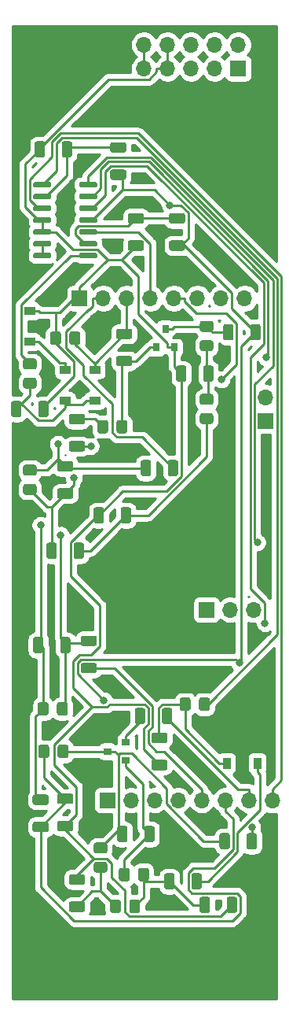
<source format=gbr>
%TF.GenerationSoftware,KiCad,Pcbnew,(5.1.9-0-10_14)*%
%TF.CreationDate,2021-04-20T22:51:25+02:00*%
%TF.ProjectId,tribus,74726962-7573-42e6-9b69-6361645f7063,rev?*%
%TF.SameCoordinates,Original*%
%TF.FileFunction,Copper,L1,Top*%
%TF.FilePolarity,Positive*%
%FSLAX46Y46*%
G04 Gerber Fmt 4.6, Leading zero omitted, Abs format (unit mm)*
G04 Created by KiCad (PCBNEW (5.1.9-0-10_14)) date 2021-04-20 22:51:25*
%MOMM*%
%LPD*%
G01*
G04 APERTURE LIST*
%TA.AperFunction,ComponentPad*%
%ADD10O,1.700000X1.700000*%
%TD*%
%TA.AperFunction,ComponentPad*%
%ADD11R,1.700000X1.700000*%
%TD*%
%TA.AperFunction,SMDPad,CuDef*%
%ADD12R,1.200000X0.900000*%
%TD*%
%TA.AperFunction,SMDPad,CuDef*%
%ADD13R,0.900000X1.200000*%
%TD*%
%TA.AperFunction,SMDPad,CuDef*%
%ADD14R,0.800000X0.900000*%
%TD*%
%TA.AperFunction,SMDPad,CuDef*%
%ADD15R,0.900000X0.800000*%
%TD*%
%TA.AperFunction,ViaPad*%
%ADD16C,0.800000*%
%TD*%
%TA.AperFunction,Conductor*%
%ADD17C,0.250000*%
%TD*%
%TA.AperFunction,NonConductor*%
%ADD18C,0.254000*%
%TD*%
%TA.AperFunction,NonConductor*%
%ADD19C,0.100000*%
%TD*%
G04 APERTURE END LIST*
D10*
%TO.P,J7,8*%
%TO.N,BASS_TRIG_BACK*%
X28690000Y-84000000D03*
%TO.P,J7,7*%
%TO.N,BASS_DECAY_BACK*%
X26150000Y-84000000D03*
%TO.P,J7,6*%
%TO.N,BASS_LED_BACK*%
X23610000Y-84000000D03*
%TO.P,J7,5*%
%TO.N,BASS_OUT_BACK*%
X21070000Y-84000000D03*
%TO.P,J7,4*%
%TO.N,SNARE_TRIGGER_BACK*%
X18530000Y-84000000D03*
%TO.P,J7,3*%
%TO.N,SNARE_DECAY_BACK*%
X15990000Y-84000000D03*
%TO.P,J7,2*%
%TO.N,SNARE_NOISE_BACK*%
X13450000Y-84000000D03*
D11*
%TO.P,J7,1*%
%TO.N,SNARE_BODY_BACK*%
X10910000Y-84000000D03*
%TD*%
D10*
%TO.P,J4,8*%
%TO.N,+12V*%
X25690000Y-30000000D03*
%TO.P,J4,7*%
%TO.N,Net-(J4-Pad7)*%
X23150000Y-30000000D03*
%TO.P,J4,6*%
%TO.N,-12V*%
X20610000Y-30000000D03*
%TO.P,J4,5*%
%TO.N,NOISE_CUTOFF_BACK*%
X18070000Y-30000000D03*
%TO.P,J4,4*%
%TO.N,HH_TRIG_BACK*%
X15530000Y-30000000D03*
%TO.P,J4,3*%
%TO.N,HH_DECAY_BACK*%
X12990000Y-30000000D03*
%TO.P,J4,2*%
%TO.N,HH_OUT_BACK*%
X10450000Y-30000000D03*
D11*
%TO.P,J4,1*%
%TO.N,GND*%
X7910000Y-30000000D03*
%TD*%
%TO.P,C13,1*%
%TO.N,Net-(C13-Pad1)*%
%TA.AperFunction,SMDPad,CuDef*%
G36*
G01*
X3015000Y-39725000D02*
X2065000Y-39725000D01*
G75*
G02*
X1815000Y-39475000I0J250000D01*
G01*
X1815000Y-38800000D01*
G75*
G02*
X2065000Y-38550000I250000J0D01*
G01*
X3015000Y-38550000D01*
G75*
G02*
X3265000Y-38800000I0J-250000D01*
G01*
X3265000Y-39475000D01*
G75*
G02*
X3015000Y-39725000I-250000J0D01*
G01*
G37*
%TD.AperFunction*%
%TO.P,C13,2*%
%TO.N,Net-(C13-Pad2)*%
%TA.AperFunction,SMDPad,CuDef*%
G36*
G01*
X3015000Y-37650000D02*
X2065000Y-37650000D01*
G75*
G02*
X1815000Y-37400000I0J250000D01*
G01*
X1815000Y-36725000D01*
G75*
G02*
X2065000Y-36475000I250000J0D01*
G01*
X3015000Y-36475000D01*
G75*
G02*
X3265000Y-36725000I0J-250000D01*
G01*
X3265000Y-37400000D01*
G75*
G02*
X3015000Y-37650000I-250000J0D01*
G01*
G37*
%TD.AperFunction*%
%TD*%
%TO.P,C17,2*%
%TO.N,HH_DECAY_BACK*%
%TA.AperFunction,SMDPad,CuDef*%
G36*
G01*
X6800000Y-34765000D02*
X6800000Y-33815000D01*
G75*
G02*
X7050000Y-33565000I250000J0D01*
G01*
X7725000Y-33565000D01*
G75*
G02*
X7975000Y-33815000I0J-250000D01*
G01*
X7975000Y-34765000D01*
G75*
G02*
X7725000Y-35015000I-250000J0D01*
G01*
X7050000Y-35015000D01*
G75*
G02*
X6800000Y-34765000I0J250000D01*
G01*
G37*
%TD.AperFunction*%
%TO.P,C17,1*%
%TO.N,GND*%
%TA.AperFunction,SMDPad,CuDef*%
G36*
G01*
X4725000Y-34765000D02*
X4725000Y-33815000D01*
G75*
G02*
X4975000Y-33565000I250000J0D01*
G01*
X5650000Y-33565000D01*
G75*
G02*
X5900000Y-33815000I0J-250000D01*
G01*
X5900000Y-34765000D01*
G75*
G02*
X5650000Y-35015000I-250000J0D01*
G01*
X4975000Y-35015000D01*
G75*
G02*
X4725000Y-34765000I0J250000D01*
G01*
G37*
%TD.AperFunction*%
%TD*%
%TO.P,C18,1*%
%TO.N,Net-(C18-Pad1)*%
%TA.AperFunction,SMDPad,CuDef*%
G36*
G01*
X13055000Y-43340000D02*
X13055000Y-44290000D01*
G75*
G02*
X12805000Y-44540000I-250000J0D01*
G01*
X12130000Y-44540000D01*
G75*
G02*
X11880000Y-44290000I0J250000D01*
G01*
X11880000Y-43340000D01*
G75*
G02*
X12130000Y-43090000I250000J0D01*
G01*
X12805000Y-43090000D01*
G75*
G02*
X13055000Y-43340000I0J-250000D01*
G01*
G37*
%TD.AperFunction*%
%TO.P,C18,2*%
%TO.N,Net-(C18-Pad2)*%
%TA.AperFunction,SMDPad,CuDef*%
G36*
G01*
X10980000Y-43340000D02*
X10980000Y-44290000D01*
G75*
G02*
X10730000Y-44540000I-250000J0D01*
G01*
X10055000Y-44540000D01*
G75*
G02*
X9805000Y-44290000I0J250000D01*
G01*
X9805000Y-43340000D01*
G75*
G02*
X10055000Y-43090000I250000J0D01*
G01*
X10730000Y-43090000D01*
G75*
G02*
X10980000Y-43340000I0J-250000D01*
G01*
G37*
%TD.AperFunction*%
%TD*%
%TO.P,C19,1*%
%TO.N,Net-(C19-Pad1)*%
%TA.AperFunction,SMDPad,CuDef*%
G36*
G01*
X22065000Y-35682500D02*
X21115000Y-35682500D01*
G75*
G02*
X20865000Y-35432500I0J250000D01*
G01*
X20865000Y-34757500D01*
G75*
G02*
X21115000Y-34507500I250000J0D01*
G01*
X22065000Y-34507500D01*
G75*
G02*
X22315000Y-34757500I0J-250000D01*
G01*
X22315000Y-35432500D01*
G75*
G02*
X22065000Y-35682500I-250000J0D01*
G01*
G37*
%TD.AperFunction*%
%TO.P,C19,2*%
%TO.N,Net-(C19-Pad2)*%
%TA.AperFunction,SMDPad,CuDef*%
G36*
G01*
X22065000Y-33607500D02*
X21115000Y-33607500D01*
G75*
G02*
X20865000Y-33357500I0J250000D01*
G01*
X20865000Y-32682500D01*
G75*
G02*
X21115000Y-32432500I250000J0D01*
G01*
X22065000Y-32432500D01*
G75*
G02*
X22315000Y-32682500I0J-250000D01*
G01*
X22315000Y-33357500D01*
G75*
G02*
X22065000Y-33607500I-250000J0D01*
G01*
G37*
%TD.AperFunction*%
%TD*%
%TO.P,C20,2*%
%TO.N,Net-(C19-Pad1)*%
%TA.AperFunction,SMDPad,CuDef*%
G36*
G01*
X22065000Y-41460000D02*
X21115000Y-41460000D01*
G75*
G02*
X20865000Y-41210000I0J250000D01*
G01*
X20865000Y-40535000D01*
G75*
G02*
X21115000Y-40285000I250000J0D01*
G01*
X22065000Y-40285000D01*
G75*
G02*
X22315000Y-40535000I0J-250000D01*
G01*
X22315000Y-41210000D01*
G75*
G02*
X22065000Y-41460000I-250000J0D01*
G01*
G37*
%TD.AperFunction*%
%TO.P,C20,1*%
%TO.N,Net-(C20-Pad1)*%
%TA.AperFunction,SMDPad,CuDef*%
G36*
G01*
X22065000Y-43535000D02*
X21115000Y-43535000D01*
G75*
G02*
X20865000Y-43285000I0J250000D01*
G01*
X20865000Y-42610000D01*
G75*
G02*
X21115000Y-42360000I250000J0D01*
G01*
X22065000Y-42360000D01*
G75*
G02*
X22315000Y-42610000I0J-250000D01*
G01*
X22315000Y-43285000D01*
G75*
G02*
X22065000Y-43535000I-250000J0D01*
G01*
G37*
%TD.AperFunction*%
%TD*%
%TO.P,C22,1*%
%TO.N,Net-(C22-Pad1)*%
%TA.AperFunction,SMDPad,CuDef*%
G36*
G01*
X2065000Y-47905000D02*
X3015000Y-47905000D01*
G75*
G02*
X3265000Y-48155000I0J-250000D01*
G01*
X3265000Y-48830000D01*
G75*
G02*
X3015000Y-49080000I-250000J0D01*
G01*
X2065000Y-49080000D01*
G75*
G02*
X1815000Y-48830000I0J250000D01*
G01*
X1815000Y-48155000D01*
G75*
G02*
X2065000Y-47905000I250000J0D01*
G01*
G37*
%TD.AperFunction*%
%TO.P,C22,2*%
%TO.N,Net-(C22-Pad2)*%
%TA.AperFunction,SMDPad,CuDef*%
G36*
G01*
X2065000Y-49980000D02*
X3015000Y-49980000D01*
G75*
G02*
X3265000Y-50230000I0J-250000D01*
G01*
X3265000Y-50905000D01*
G75*
G02*
X3015000Y-51155000I-250000J0D01*
G01*
X2065000Y-51155000D01*
G75*
G02*
X1815000Y-50905000I0J250000D01*
G01*
X1815000Y-50230000D01*
G75*
G02*
X2065000Y-49980000I250000J0D01*
G01*
G37*
%TD.AperFunction*%
%TD*%
%TO.P,C23,2*%
%TO.N,Net-(C23-Pad2)*%
%TA.AperFunction,SMDPad,CuDef*%
G36*
G01*
X20770000Y-74135000D02*
X20770000Y-73185000D01*
G75*
G02*
X21020000Y-72935000I250000J0D01*
G01*
X21695000Y-72935000D01*
G75*
G02*
X21945000Y-73185000I0J-250000D01*
G01*
X21945000Y-74135000D01*
G75*
G02*
X21695000Y-74385000I-250000J0D01*
G01*
X21020000Y-74385000D01*
G75*
G02*
X20770000Y-74135000I0J250000D01*
G01*
G37*
%TD.AperFunction*%
%TO.P,C23,1*%
%TO.N,Net-(C23-Pad1)*%
%TA.AperFunction,SMDPad,CuDef*%
G36*
G01*
X18695000Y-74135000D02*
X18695000Y-73185000D01*
G75*
G02*
X18945000Y-72935000I250000J0D01*
G01*
X19620000Y-72935000D01*
G75*
G02*
X19870000Y-73185000I0J-250000D01*
G01*
X19870000Y-74135000D01*
G75*
G02*
X19620000Y-74385000I-250000J0D01*
G01*
X18945000Y-74385000D01*
G75*
G02*
X18695000Y-74135000I0J250000D01*
G01*
G37*
%TD.AperFunction*%
%TD*%
%TO.P,C25,2*%
%TO.N,Net-(C25-Pad2)*%
%TA.AperFunction,SMDPad,CuDef*%
G36*
G01*
X9685000Y-90620000D02*
X10635000Y-90620000D01*
G75*
G02*
X10885000Y-90870000I0J-250000D01*
G01*
X10885000Y-91545000D01*
G75*
G02*
X10635000Y-91795000I-250000J0D01*
G01*
X9685000Y-91795000D01*
G75*
G02*
X9435000Y-91545000I0J250000D01*
G01*
X9435000Y-90870000D01*
G75*
G02*
X9685000Y-90620000I250000J0D01*
G01*
G37*
%TD.AperFunction*%
%TO.P,C25,1*%
%TO.N,Net-(C25-Pad1)*%
%TA.AperFunction,SMDPad,CuDef*%
G36*
G01*
X9685000Y-88545000D02*
X10635000Y-88545000D01*
G75*
G02*
X10885000Y-88795000I0J-250000D01*
G01*
X10885000Y-89470000D01*
G75*
G02*
X10635000Y-89720000I-250000J0D01*
G01*
X9685000Y-89720000D01*
G75*
G02*
X9435000Y-89470000I0J250000D01*
G01*
X9435000Y-88795000D01*
G75*
G02*
X9685000Y-88545000I250000J0D01*
G01*
G37*
%TD.AperFunction*%
%TD*%
%TO.P,C26,1*%
%TO.N,Net-(C26-Pad1)*%
%TA.AperFunction,SMDPad,CuDef*%
G36*
G01*
X14425000Y-94925000D02*
X14425000Y-95875000D01*
G75*
G02*
X14175000Y-96125000I-250000J0D01*
G01*
X13500000Y-96125000D01*
G75*
G02*
X13250000Y-95875000I0J250000D01*
G01*
X13250000Y-94925000D01*
G75*
G02*
X13500000Y-94675000I250000J0D01*
G01*
X14175000Y-94675000D01*
G75*
G02*
X14425000Y-94925000I0J-250000D01*
G01*
G37*
%TD.AperFunction*%
%TO.P,C26,2*%
%TO.N,Net-(C25-Pad2)*%
%TA.AperFunction,SMDPad,CuDef*%
G36*
G01*
X12350000Y-94925000D02*
X12350000Y-95875000D01*
G75*
G02*
X12100000Y-96125000I-250000J0D01*
G01*
X11425000Y-96125000D01*
G75*
G02*
X11175000Y-95875000I0J250000D01*
G01*
X11175000Y-94925000D01*
G75*
G02*
X11425000Y-94675000I250000J0D01*
G01*
X12100000Y-94675000D01*
G75*
G02*
X12350000Y-94925000I0J-250000D01*
G01*
G37*
%TD.AperFunction*%
%TD*%
%TO.P,C28,2*%
%TO.N,Net-(C26-Pad1)*%
%TA.AperFunction,SMDPad,CuDef*%
G36*
G01*
X14212500Y-92475000D02*
X14212500Y-91525000D01*
G75*
G02*
X14462500Y-91275000I250000J0D01*
G01*
X15137500Y-91275000D01*
G75*
G02*
X15387500Y-91525000I0J-250000D01*
G01*
X15387500Y-92475000D01*
G75*
G02*
X15137500Y-92725000I-250000J0D01*
G01*
X14462500Y-92725000D01*
G75*
G02*
X14212500Y-92475000I0J250000D01*
G01*
G37*
%TD.AperFunction*%
%TO.P,C28,1*%
%TO.N,Net-(C28-Pad1)*%
%TA.AperFunction,SMDPad,CuDef*%
G36*
G01*
X12137500Y-92475000D02*
X12137500Y-91525000D01*
G75*
G02*
X12387500Y-91275000I250000J0D01*
G01*
X13062500Y-91275000D01*
G75*
G02*
X13312500Y-91525000I0J-250000D01*
G01*
X13312500Y-92475000D01*
G75*
G02*
X13062500Y-92725000I-250000J0D01*
G01*
X12387500Y-92725000D01*
G75*
G02*
X12137500Y-92475000I0J250000D01*
G01*
G37*
%TD.AperFunction*%
%TD*%
%TO.P,C33,2*%
%TO.N,Net-(C25-Pad1)*%
%TA.AperFunction,SMDPad,CuDef*%
G36*
G01*
X5530000Y-79215000D02*
X5530000Y-78265000D01*
G75*
G02*
X5780000Y-78015000I250000J0D01*
G01*
X6455000Y-78015000D01*
G75*
G02*
X6705000Y-78265000I0J-250000D01*
G01*
X6705000Y-79215000D01*
G75*
G02*
X6455000Y-79465000I-250000J0D01*
G01*
X5780000Y-79465000D01*
G75*
G02*
X5530000Y-79215000I0J250000D01*
G01*
G37*
%TD.AperFunction*%
%TO.P,C33,1*%
%TO.N,BASS_LED_BACK*%
%TA.AperFunction,SMDPad,CuDef*%
G36*
G01*
X3455000Y-79215000D02*
X3455000Y-78265000D01*
G75*
G02*
X3705000Y-78015000I250000J0D01*
G01*
X4380000Y-78015000D01*
G75*
G02*
X4630000Y-78265000I0J-250000D01*
G01*
X4630000Y-79215000D01*
G75*
G02*
X4380000Y-79465000I-250000J0D01*
G01*
X3705000Y-79465000D01*
G75*
G02*
X3455000Y-79215000I0J250000D01*
G01*
G37*
%TD.AperFunction*%
%TD*%
%TO.P,C37,1*%
%TO.N,Net-(C37-Pad1)*%
%TA.AperFunction,SMDPad,CuDef*%
G36*
G01*
X6625000Y-73685000D02*
X6625000Y-74635000D01*
G75*
G02*
X6375000Y-74885000I-250000J0D01*
G01*
X5700000Y-74885000D01*
G75*
G02*
X5450000Y-74635000I0J250000D01*
G01*
X5450000Y-73685000D01*
G75*
G02*
X5700000Y-73435000I250000J0D01*
G01*
X6375000Y-73435000D01*
G75*
G02*
X6625000Y-73685000I0J-250000D01*
G01*
G37*
%TD.AperFunction*%
%TO.P,C37,2*%
%TO.N,Net-(C37-Pad2)*%
%TA.AperFunction,SMDPad,CuDef*%
G36*
G01*
X4550000Y-73685000D02*
X4550000Y-74635000D01*
G75*
G02*
X4300000Y-74885000I-250000J0D01*
G01*
X3625000Y-74885000D01*
G75*
G02*
X3375000Y-74635000I0J250000D01*
G01*
X3375000Y-73685000D01*
G75*
G02*
X3625000Y-73435000I250000J0D01*
G01*
X4300000Y-73435000D01*
G75*
G02*
X4550000Y-73685000I0J-250000D01*
G01*
G37*
%TD.AperFunction*%
%TD*%
D12*
%TO.P,D4,2*%
%TO.N,Net-(C13-Pad1)*%
X6350000Y-41020000D03*
%TO.P,D4,1*%
%TO.N,Net-(D4-Pad1)*%
X6350000Y-37720000D03*
%TD*%
%TO.P,D5,1*%
%TO.N,GND*%
X2540000Y-31370000D03*
%TO.P,D5,2*%
%TO.N,Net-(D4-Pad1)*%
X2540000Y-34670000D03*
%TD*%
%TO.P,D6,1*%
%TO.N,HH_DECAY_BACK*%
X9525000Y-37720000D03*
%TO.P,D6,2*%
%TO.N,Net-(C13-Pad1)*%
X9525000Y-41020000D03*
%TD*%
D13*
%TO.P,D9,2*%
%TO.N,Net-(C23-Pad1)*%
X23750000Y-80010000D03*
%TO.P,D9,1*%
%TO.N,Net-(D9-Pad1)*%
X27050000Y-80010000D03*
%TD*%
D11*
%TO.P,J1,1*%
%TO.N,Net-(J1-Pad1)*%
X25000000Y-5280000D03*
D10*
%TO.P,J1,2*%
X25000000Y-2740000D03*
%TO.P,J1,3*%
%TO.N,GND*%
X22460000Y-5280000D03*
%TO.P,J1,4*%
X22460000Y-2740000D03*
%TO.P,J1,5*%
X19920000Y-5280000D03*
%TO.P,J1,6*%
X19920000Y-2740000D03*
%TO.P,J1,7*%
X17380000Y-5280000D03*
%TO.P,J1,8*%
X17380000Y-2740000D03*
%TO.P,J1,9*%
%TO.N,Net-(J1-Pad10)*%
X14840000Y-5280000D03*
%TO.P,J1,10*%
X14840000Y-2740000D03*
%TD*%
D11*
%TO.P,FILTER_Q,1*%
%TO.N,Net-(C14-Pad2)*%
X27940000Y-43180000D03*
D10*
%TO.P,FILTER_Q,2*%
%TO.N,Net-(C15-Pad2)*%
X27940000Y-40640000D03*
%TD*%
D11*
%TO.P,NOISE_TYPE,1*%
%TO.N,NOISE*%
X21590000Y-63500000D03*
D10*
%TO.P,NOISE_TYPE,2*%
%TO.N,Net-(JP2-Pad2)*%
X24130000Y-63500000D03*
%TO.P,NOISE_TYPE,3*%
%TO.N,FILTERED_NOISE*%
X26670000Y-63500000D03*
%TD*%
D14*
%TO.P,Q3,3*%
%TO.N,Net-(C19-Pad2)*%
X17145000Y-33290000D03*
%TO.P,Q3,2*%
%TO.N,GND*%
X18095000Y-35290000D03*
%TO.P,Q3,1*%
%TO.N,Net-(C18-Pad1)*%
X16195000Y-35290000D03*
%TD*%
D15*
%TO.P,Q4,1*%
%TO.N,Net-(C28-Pad1)*%
X12900000Y-79690000D03*
%TO.P,Q4,2*%
%TO.N,Net-(Q4-Pad2)*%
X12900000Y-77790000D03*
%TO.P,Q4,3*%
%TO.N,Net-(C25-Pad1)*%
X10900000Y-78740000D03*
%TD*%
%TO.P,U3,1*%
%TO.N,Net-(C13-Pad2)*%
%TA.AperFunction,SMDPad,CuDef*%
G36*
G01*
X9800000Y-25250000D02*
X9800000Y-25550000D01*
G75*
G02*
X9650000Y-25700000I-150000J0D01*
G01*
X8000000Y-25700000D01*
G75*
G02*
X7850000Y-25550000I0J150000D01*
G01*
X7850000Y-25250000D01*
G75*
G02*
X8000000Y-25100000I150000J0D01*
G01*
X9650000Y-25100000D01*
G75*
G02*
X9800000Y-25250000I0J-150000D01*
G01*
G37*
%TD.AperFunction*%
%TO.P,U3,2*%
%TO.N,Net-(R4-Pad1)*%
%TA.AperFunction,SMDPad,CuDef*%
G36*
G01*
X9800000Y-23980000D02*
X9800000Y-24280000D01*
G75*
G02*
X9650000Y-24430000I-150000J0D01*
G01*
X8000000Y-24430000D01*
G75*
G02*
X7850000Y-24280000I0J150000D01*
G01*
X7850000Y-23980000D01*
G75*
G02*
X8000000Y-23830000I150000J0D01*
G01*
X9650000Y-23830000D01*
G75*
G02*
X9800000Y-23980000I0J-150000D01*
G01*
G37*
%TD.AperFunction*%
%TO.P,U3,3*%
%TO.N,HH_TRIG_BACK*%
%TA.AperFunction,SMDPad,CuDef*%
G36*
G01*
X9800000Y-22710000D02*
X9800000Y-23010000D01*
G75*
G02*
X9650000Y-23160000I-150000J0D01*
G01*
X8000000Y-23160000D01*
G75*
G02*
X7850000Y-23010000I0J150000D01*
G01*
X7850000Y-22710000D01*
G75*
G02*
X8000000Y-22560000I150000J0D01*
G01*
X9650000Y-22560000D01*
G75*
G02*
X9800000Y-22710000I0J-150000D01*
G01*
G37*
%TD.AperFunction*%
%TO.P,U3,4*%
%TO.N,+5V*%
%TA.AperFunction,SMDPad,CuDef*%
G36*
G01*
X9800000Y-21440000D02*
X9800000Y-21740000D01*
G75*
G02*
X9650000Y-21890000I-150000J0D01*
G01*
X8000000Y-21890000D01*
G75*
G02*
X7850000Y-21740000I0J150000D01*
G01*
X7850000Y-21440000D01*
G75*
G02*
X8000000Y-21290000I150000J0D01*
G01*
X9650000Y-21290000D01*
G75*
G02*
X9800000Y-21440000I0J-150000D01*
G01*
G37*
%TD.AperFunction*%
%TO.P,U3,5*%
%TO.N,SNARE_TRIGGER_BACK*%
%TA.AperFunction,SMDPad,CuDef*%
G36*
G01*
X9800000Y-20170000D02*
X9800000Y-20470000D01*
G75*
G02*
X9650000Y-20620000I-150000J0D01*
G01*
X8000000Y-20620000D01*
G75*
G02*
X7850000Y-20470000I0J150000D01*
G01*
X7850000Y-20170000D01*
G75*
G02*
X8000000Y-20020000I150000J0D01*
G01*
X9650000Y-20020000D01*
G75*
G02*
X9800000Y-20170000I0J-150000D01*
G01*
G37*
%TD.AperFunction*%
%TO.P,U3,6*%
%TO.N,Net-(R27-Pad1)*%
%TA.AperFunction,SMDPad,CuDef*%
G36*
G01*
X9800000Y-18900000D02*
X9800000Y-19200000D01*
G75*
G02*
X9650000Y-19350000I-150000J0D01*
G01*
X8000000Y-19350000D01*
G75*
G02*
X7850000Y-19200000I0J150000D01*
G01*
X7850000Y-18900000D01*
G75*
G02*
X8000000Y-18750000I150000J0D01*
G01*
X9650000Y-18750000D01*
G75*
G02*
X9800000Y-18900000I0J-150000D01*
G01*
G37*
%TD.AperFunction*%
%TO.P,U3,7*%
%TO.N,Net-(C24-Pad2)*%
%TA.AperFunction,SMDPad,CuDef*%
G36*
G01*
X9800000Y-17630000D02*
X9800000Y-17930000D01*
G75*
G02*
X9650000Y-18080000I-150000J0D01*
G01*
X8000000Y-18080000D01*
G75*
G02*
X7850000Y-17930000I0J150000D01*
G01*
X7850000Y-17630000D01*
G75*
G02*
X8000000Y-17480000I150000J0D01*
G01*
X9650000Y-17480000D01*
G75*
G02*
X9800000Y-17630000I0J-150000D01*
G01*
G37*
%TD.AperFunction*%
%TO.P,U3,8*%
%TO.N,Net-(C23-Pad2)*%
%TA.AperFunction,SMDPad,CuDef*%
G36*
G01*
X4850000Y-17630000D02*
X4850000Y-17930000D01*
G75*
G02*
X4700000Y-18080000I-150000J0D01*
G01*
X3050000Y-18080000D01*
G75*
G02*
X2900000Y-17930000I0J150000D01*
G01*
X2900000Y-17630000D01*
G75*
G02*
X3050000Y-17480000I150000J0D01*
G01*
X4700000Y-17480000D01*
G75*
G02*
X4850000Y-17630000I0J-150000D01*
G01*
G37*
%TD.AperFunction*%
%TO.P,U3,9*%
%TO.N,Net-(R25-Pad1)*%
%TA.AperFunction,SMDPad,CuDef*%
G36*
G01*
X4850000Y-18900000D02*
X4850000Y-19200000D01*
G75*
G02*
X4700000Y-19350000I-150000J0D01*
G01*
X3050000Y-19350000D01*
G75*
G02*
X2900000Y-19200000I0J150000D01*
G01*
X2900000Y-18900000D01*
G75*
G02*
X3050000Y-18750000I150000J0D01*
G01*
X4700000Y-18750000D01*
G75*
G02*
X4850000Y-18900000I0J-150000D01*
G01*
G37*
%TD.AperFunction*%
%TO.P,U3,10*%
%TO.N,BASS_TRIG_BACK*%
%TA.AperFunction,SMDPad,CuDef*%
G36*
G01*
X4850000Y-20170000D02*
X4850000Y-20470000D01*
G75*
G02*
X4700000Y-20620000I-150000J0D01*
G01*
X3050000Y-20620000D01*
G75*
G02*
X2900000Y-20470000I0J150000D01*
G01*
X2900000Y-20170000D01*
G75*
G02*
X3050000Y-20020000I150000J0D01*
G01*
X4700000Y-20020000D01*
G75*
G02*
X4850000Y-20170000I0J-150000D01*
G01*
G37*
%TD.AperFunction*%
%TO.P,U3,11*%
%TO.N,GND*%
%TA.AperFunction,SMDPad,CuDef*%
G36*
G01*
X4850000Y-21440000D02*
X4850000Y-21740000D01*
G75*
G02*
X4700000Y-21890000I-150000J0D01*
G01*
X3050000Y-21890000D01*
G75*
G02*
X2900000Y-21740000I0J150000D01*
G01*
X2900000Y-21440000D01*
G75*
G02*
X3050000Y-21290000I150000J0D01*
G01*
X4700000Y-21290000D01*
G75*
G02*
X4850000Y-21440000I0J-150000D01*
G01*
G37*
%TD.AperFunction*%
%TO.P,U3,12*%
%TA.AperFunction,SMDPad,CuDef*%
G36*
G01*
X4850000Y-22710000D02*
X4850000Y-23010000D01*
G75*
G02*
X4700000Y-23160000I-150000J0D01*
G01*
X3050000Y-23160000D01*
G75*
G02*
X2900000Y-23010000I0J150000D01*
G01*
X2900000Y-22710000D01*
G75*
G02*
X3050000Y-22560000I150000J0D01*
G01*
X4700000Y-22560000D01*
G75*
G02*
X4850000Y-22710000I0J-150000D01*
G01*
G37*
%TD.AperFunction*%
%TO.P,U3,13*%
%TO.N,Net-(U3-Pad13)*%
%TA.AperFunction,SMDPad,CuDef*%
G36*
G01*
X4850000Y-23980000D02*
X4850000Y-24280000D01*
G75*
G02*
X4700000Y-24430000I-150000J0D01*
G01*
X3050000Y-24430000D01*
G75*
G02*
X2900000Y-24280000I0J150000D01*
G01*
X2900000Y-23980000D01*
G75*
G02*
X3050000Y-23830000I150000J0D01*
G01*
X4700000Y-23830000D01*
G75*
G02*
X4850000Y-23980000I0J-150000D01*
G01*
G37*
%TD.AperFunction*%
%TO.P,U3,14*%
%TA.AperFunction,SMDPad,CuDef*%
G36*
G01*
X4850000Y-25250000D02*
X4850000Y-25550000D01*
G75*
G02*
X4700000Y-25700000I-150000J0D01*
G01*
X3050000Y-25700000D01*
G75*
G02*
X2900000Y-25550000I0J150000D01*
G01*
X2900000Y-25250000D01*
G75*
G02*
X3050000Y-25100000I150000J0D01*
G01*
X4700000Y-25100000D01*
G75*
G02*
X4850000Y-25250000I0J-150000D01*
G01*
G37*
%TD.AperFunction*%
%TD*%
%TO.P,R4,2*%
%TO.N,GND*%
%TA.AperFunction,SMDPad,CuDef*%
G36*
G01*
X13344997Y-23760000D02*
X14595003Y-23760000D01*
G75*
G02*
X14845000Y-24009997I0J-249997D01*
G01*
X14845000Y-24635003D01*
G75*
G02*
X14595003Y-24885000I-249997J0D01*
G01*
X13344997Y-24885000D01*
G75*
G02*
X13095000Y-24635003I0J249997D01*
G01*
X13095000Y-24009997D01*
G75*
G02*
X13344997Y-23760000I249997J0D01*
G01*
G37*
%TD.AperFunction*%
%TO.P,R4,1*%
%TO.N,Net-(R4-Pad1)*%
%TA.AperFunction,SMDPad,CuDef*%
G36*
G01*
X13344997Y-20835000D02*
X14595003Y-20835000D01*
G75*
G02*
X14845000Y-21084997I0J-249997D01*
G01*
X14845000Y-21710003D01*
G75*
G02*
X14595003Y-21960000I-249997J0D01*
G01*
X13344997Y-21960000D01*
G75*
G02*
X13095000Y-21710003I0J249997D01*
G01*
X13095000Y-21084997D01*
G75*
G02*
X13344997Y-20835000I249997J0D01*
G01*
G37*
%TD.AperFunction*%
%TD*%
%TO.P,R6,1*%
%TO.N,+5V*%
%TA.AperFunction,SMDPad,CuDef*%
G36*
G01*
X19040003Y-24885000D02*
X17789997Y-24885000D01*
G75*
G02*
X17540000Y-24635003I0J249997D01*
G01*
X17540000Y-24009997D01*
G75*
G02*
X17789997Y-23760000I249997J0D01*
G01*
X19040003Y-23760000D01*
G75*
G02*
X19290000Y-24009997I0J-249997D01*
G01*
X19290000Y-24635003D01*
G75*
G02*
X19040003Y-24885000I-249997J0D01*
G01*
G37*
%TD.AperFunction*%
%TO.P,R6,2*%
%TO.N,Net-(R4-Pad1)*%
%TA.AperFunction,SMDPad,CuDef*%
G36*
G01*
X19040003Y-21960000D02*
X17789997Y-21960000D01*
G75*
G02*
X17540000Y-21710003I0J249997D01*
G01*
X17540000Y-21084997D01*
G75*
G02*
X17789997Y-20835000I249997J0D01*
G01*
X19040003Y-20835000D01*
G75*
G02*
X19290000Y-21084997I0J-249997D01*
G01*
X19290000Y-21710003D01*
G75*
G02*
X19040003Y-21960000I-249997J0D01*
G01*
G37*
%TD.AperFunction*%
%TD*%
%TO.P,R10,2*%
%TO.N,Net-(C13-Pad1)*%
%TA.AperFunction,SMDPad,CuDef*%
G36*
G01*
X1640000Y-41284997D02*
X1640000Y-42535003D01*
G75*
G02*
X1390003Y-42785000I-249997J0D01*
G01*
X764997Y-42785000D01*
G75*
G02*
X515000Y-42535003I0J249997D01*
G01*
X515000Y-41284997D01*
G75*
G02*
X764997Y-41035000I249997J0D01*
G01*
X1390003Y-41035000D01*
G75*
G02*
X1640000Y-41284997I0J-249997D01*
G01*
G37*
%TD.AperFunction*%
%TO.P,R10,1*%
%TO.N,GND*%
%TA.AperFunction,SMDPad,CuDef*%
G36*
G01*
X4565000Y-41284997D02*
X4565000Y-42535003D01*
G75*
G02*
X4315003Y-42785000I-249997J0D01*
G01*
X3689997Y-42785000D01*
G75*
G02*
X3440000Y-42535003I0J249997D01*
G01*
X3440000Y-41284997D01*
G75*
G02*
X3689997Y-41035000I249997J0D01*
G01*
X4315003Y-41035000D01*
G75*
G02*
X4565000Y-41284997I0J-249997D01*
G01*
G37*
%TD.AperFunction*%
%TD*%
%TO.P,R12,2*%
%TO.N,Net-(C18-Pad2)*%
%TA.AperFunction,SMDPad,CuDef*%
G36*
G01*
X8245003Y-43550000D02*
X6994997Y-43550000D01*
G75*
G02*
X6745000Y-43300003I0J249997D01*
G01*
X6745000Y-42674997D01*
G75*
G02*
X6994997Y-42425000I249997J0D01*
G01*
X8245003Y-42425000D01*
G75*
G02*
X8495000Y-42674997I0J-249997D01*
G01*
X8495000Y-43300003D01*
G75*
G02*
X8245003Y-43550000I-249997J0D01*
G01*
G37*
%TD.AperFunction*%
%TO.P,R12,1*%
%TO.N,FILTERED_NOISE*%
%TA.AperFunction,SMDPad,CuDef*%
G36*
G01*
X8245003Y-46475000D02*
X6994997Y-46475000D01*
G75*
G02*
X6745000Y-46225003I0J249997D01*
G01*
X6745000Y-45599997D01*
G75*
G02*
X6994997Y-45350000I249997J0D01*
G01*
X8245003Y-45350000D01*
G75*
G02*
X8495000Y-45599997I0J-249997D01*
G01*
X8495000Y-46225003D01*
G75*
G02*
X8245003Y-46475000I-249997J0D01*
G01*
G37*
%TD.AperFunction*%
%TD*%
%TO.P,R14,2*%
%TO.N,Net-(C18-Pad1)*%
%TA.AperFunction,SMDPad,CuDef*%
G36*
G01*
X12074997Y-36190000D02*
X13325003Y-36190000D01*
G75*
G02*
X13575000Y-36439997I0J-249997D01*
G01*
X13575000Y-37065003D01*
G75*
G02*
X13325003Y-37315000I-249997J0D01*
G01*
X12074997Y-37315000D01*
G75*
G02*
X11825000Y-37065003I0J249997D01*
G01*
X11825000Y-36439997D01*
G75*
G02*
X12074997Y-36190000I249997J0D01*
G01*
G37*
%TD.AperFunction*%
%TO.P,R14,1*%
%TO.N,HH_DECAY_BACK*%
%TA.AperFunction,SMDPad,CuDef*%
G36*
G01*
X12074997Y-33265000D02*
X13325003Y-33265000D01*
G75*
G02*
X13575000Y-33514997I0J-249997D01*
G01*
X13575000Y-34140003D01*
G75*
G02*
X13325003Y-34390000I-249997J0D01*
G01*
X12074997Y-34390000D01*
G75*
G02*
X11825000Y-34140003I0J249997D01*
G01*
X11825000Y-33514997D01*
G75*
G02*
X12074997Y-33265000I249997J0D01*
G01*
G37*
%TD.AperFunction*%
%TD*%
%TO.P,R18,1*%
%TO.N,Net-(C19-Pad2)*%
%TA.AperFunction,SMDPad,CuDef*%
G36*
G01*
X23375000Y-34280003D02*
X23375000Y-33029997D01*
G75*
G02*
X23624997Y-32780000I249997J0D01*
G01*
X24250003Y-32780000D01*
G75*
G02*
X24500000Y-33029997I0J-249997D01*
G01*
X24500000Y-34280003D01*
G75*
G02*
X24250003Y-34530000I-249997J0D01*
G01*
X23624997Y-34530000D01*
G75*
G02*
X23375000Y-34280003I0J249997D01*
G01*
G37*
%TD.AperFunction*%
%TO.P,R18,2*%
%TO.N,+5V*%
%TA.AperFunction,SMDPad,CuDef*%
G36*
G01*
X26300000Y-34280003D02*
X26300000Y-33029997D01*
G75*
G02*
X26549997Y-32780000I249997J0D01*
G01*
X27175003Y-32780000D01*
G75*
G02*
X27425000Y-33029997I0J-249997D01*
G01*
X27425000Y-34280003D01*
G75*
G02*
X27175003Y-34530000I-249997J0D01*
G01*
X26549997Y-34530000D01*
G75*
G02*
X26300000Y-34280003I0J249997D01*
G01*
G37*
%TD.AperFunction*%
%TD*%
%TO.P,R19,2*%
%TO.N,Net-(C19-Pad1)*%
%TA.AperFunction,SMDPad,CuDef*%
G36*
G01*
X21220000Y-38725003D02*
X21220000Y-37474997D01*
G75*
G02*
X21469997Y-37225000I249997J0D01*
G01*
X22095003Y-37225000D01*
G75*
G02*
X22345000Y-37474997I0J-249997D01*
G01*
X22345000Y-38725003D01*
G75*
G02*
X22095003Y-38975000I-249997J0D01*
G01*
X21469997Y-38975000D01*
G75*
G02*
X21220000Y-38725003I0J249997D01*
G01*
G37*
%TD.AperFunction*%
%TO.P,R19,1*%
%TO.N,GND*%
%TA.AperFunction,SMDPad,CuDef*%
G36*
G01*
X18295000Y-38725003D02*
X18295000Y-37474997D01*
G75*
G02*
X18544997Y-37225000I249997J0D01*
G01*
X19170003Y-37225000D01*
G75*
G02*
X19420000Y-37474997I0J-249997D01*
G01*
X19420000Y-38725003D01*
G75*
G02*
X19170003Y-38975000I-249997J0D01*
G01*
X18544997Y-38975000D01*
G75*
G02*
X18295000Y-38725003I0J249997D01*
G01*
G37*
%TD.AperFunction*%
%TD*%
%TO.P,R21,1*%
%TO.N,GND*%
%TA.AperFunction,SMDPad,CuDef*%
G36*
G01*
X9405000Y-53965003D02*
X9405000Y-52714997D01*
G75*
G02*
X9654997Y-52465000I249997J0D01*
G01*
X10280003Y-52465000D01*
G75*
G02*
X10530000Y-52714997I0J-249997D01*
G01*
X10530000Y-53965003D01*
G75*
G02*
X10280003Y-54215000I-249997J0D01*
G01*
X9654997Y-54215000D01*
G75*
G02*
X9405000Y-53965003I0J249997D01*
G01*
G37*
%TD.AperFunction*%
%TO.P,R21,2*%
%TO.N,Net-(C20-Pad1)*%
%TA.AperFunction,SMDPad,CuDef*%
G36*
G01*
X12330000Y-53965003D02*
X12330000Y-52714997D01*
G75*
G02*
X12579997Y-52465000I249997J0D01*
G01*
X13205003Y-52465000D01*
G75*
G02*
X13455000Y-52714997I0J-249997D01*
G01*
X13455000Y-53965003D01*
G75*
G02*
X13205003Y-54215000I-249997J0D01*
G01*
X12579997Y-54215000D01*
G75*
G02*
X12330000Y-53965003I0J249997D01*
G01*
G37*
%TD.AperFunction*%
%TD*%
%TO.P,R22,1*%
%TO.N,Net-(C22-Pad2)*%
%TA.AperFunction,SMDPad,CuDef*%
G36*
G01*
X4325000Y-57775003D02*
X4325000Y-56524997D01*
G75*
G02*
X4574997Y-56275000I249997J0D01*
G01*
X5200003Y-56275000D01*
G75*
G02*
X5450000Y-56524997I0J-249997D01*
G01*
X5450000Y-57775003D01*
G75*
G02*
X5200003Y-58025000I-249997J0D01*
G01*
X4574997Y-58025000D01*
G75*
G02*
X4325000Y-57775003I0J249997D01*
G01*
G37*
%TD.AperFunction*%
%TO.P,R22,2*%
%TO.N,Net-(C20-Pad1)*%
%TA.AperFunction,SMDPad,CuDef*%
G36*
G01*
X7250000Y-57775003D02*
X7250000Y-56524997D01*
G75*
G02*
X7499997Y-56275000I249997J0D01*
G01*
X8125003Y-56275000D01*
G75*
G02*
X8375000Y-56524997I0J-249997D01*
G01*
X8375000Y-57775003D01*
G75*
G02*
X8125003Y-58025000I-249997J0D01*
G01*
X7499997Y-58025000D01*
G75*
G02*
X7250000Y-57775003I0J249997D01*
G01*
G37*
%TD.AperFunction*%
%TD*%
%TO.P,R23,2*%
%TO.N,Net-(C22-Pad2)*%
%TA.AperFunction,SMDPad,CuDef*%
G36*
G01*
X5724997Y-50430000D02*
X6975003Y-50430000D01*
G75*
G02*
X7225000Y-50679997I0J-249997D01*
G01*
X7225000Y-51305003D01*
G75*
G02*
X6975003Y-51555000I-249997J0D01*
G01*
X5724997Y-51555000D01*
G75*
G02*
X5475000Y-51305003I0J249997D01*
G01*
X5475000Y-50679997D01*
G75*
G02*
X5724997Y-50430000I249997J0D01*
G01*
G37*
%TD.AperFunction*%
%TO.P,R23,1*%
%TO.N,Net-(C22-Pad1)*%
%TA.AperFunction,SMDPad,CuDef*%
G36*
G01*
X5724997Y-47505000D02*
X6975003Y-47505000D01*
G75*
G02*
X7225000Y-47754997I0J-249997D01*
G01*
X7225000Y-48380003D01*
G75*
G02*
X6975003Y-48630000I-249997J0D01*
G01*
X5724997Y-48630000D01*
G75*
G02*
X5475000Y-48380003I0J249997D01*
G01*
X5475000Y-47754997D01*
G75*
G02*
X5724997Y-47505000I249997J0D01*
G01*
G37*
%TD.AperFunction*%
%TD*%
%TO.P,R24,1*%
%TO.N,HH_OUT_BACK*%
%TA.AperFunction,SMDPad,CuDef*%
G36*
G01*
X18535000Y-47634997D02*
X18535000Y-48885003D01*
G75*
G02*
X18285003Y-49135000I-249997J0D01*
G01*
X17659997Y-49135000D01*
G75*
G02*
X17410000Y-48885003I0J249997D01*
G01*
X17410000Y-47634997D01*
G75*
G02*
X17659997Y-47385000I249997J0D01*
G01*
X18285003Y-47385000D01*
G75*
G02*
X18535000Y-47634997I0J-249997D01*
G01*
G37*
%TD.AperFunction*%
%TO.P,R24,2*%
%TO.N,Net-(C22-Pad1)*%
%TA.AperFunction,SMDPad,CuDef*%
G36*
G01*
X15610000Y-47634997D02*
X15610000Y-48885003D01*
G75*
G02*
X15360003Y-49135000I-249997J0D01*
G01*
X14734997Y-49135000D01*
G75*
G02*
X14485000Y-48885003I0J249997D01*
G01*
X14485000Y-47634997D01*
G75*
G02*
X14734997Y-47385000I249997J0D01*
G01*
X15360003Y-47385000D01*
G75*
G02*
X15610000Y-47634997I0J-249997D01*
G01*
G37*
%TD.AperFunction*%
%TD*%
%TO.P,R25,1*%
%TO.N,Net-(R25-Pad1)*%
%TA.AperFunction,SMDPad,CuDef*%
G36*
G01*
X7105000Y-13344997D02*
X7105000Y-14595003D01*
G75*
G02*
X6855003Y-14845000I-249997J0D01*
G01*
X6229997Y-14845000D01*
G75*
G02*
X5980000Y-14595003I0J249997D01*
G01*
X5980000Y-13344997D01*
G75*
G02*
X6229997Y-13095000I249997J0D01*
G01*
X6855003Y-13095000D01*
G75*
G02*
X7105000Y-13344997I0J-249997D01*
G01*
G37*
%TD.AperFunction*%
%TO.P,R25,2*%
%TO.N,GND*%
%TA.AperFunction,SMDPad,CuDef*%
G36*
G01*
X4180000Y-13344997D02*
X4180000Y-14595003D01*
G75*
G02*
X3930003Y-14845000I-249997J0D01*
G01*
X3304997Y-14845000D01*
G75*
G02*
X3055000Y-14595003I0J249997D01*
G01*
X3055000Y-13344997D01*
G75*
G02*
X3304997Y-13095000I249997J0D01*
G01*
X3930003Y-13095000D01*
G75*
G02*
X4180000Y-13344997I0J-249997D01*
G01*
G37*
%TD.AperFunction*%
%TD*%
%TO.P,R28,1*%
%TO.N,+5V*%
%TA.AperFunction,SMDPad,CuDef*%
G36*
G01*
X12690003Y-17265000D02*
X11439997Y-17265000D01*
G75*
G02*
X11190000Y-17015003I0J249997D01*
G01*
X11190000Y-16389997D01*
G75*
G02*
X11439997Y-16140000I249997J0D01*
G01*
X12690003Y-16140000D01*
G75*
G02*
X12940000Y-16389997I0J-249997D01*
G01*
X12940000Y-17015003D01*
G75*
G02*
X12690003Y-17265000I-249997J0D01*
G01*
G37*
%TD.AperFunction*%
%TO.P,R28,2*%
%TO.N,Net-(R25-Pad1)*%
%TA.AperFunction,SMDPad,CuDef*%
G36*
G01*
X12690003Y-14340000D02*
X11439997Y-14340000D01*
G75*
G02*
X11190000Y-14090003I0J249997D01*
G01*
X11190000Y-13464997D01*
G75*
G02*
X11439997Y-13215000I249997J0D01*
G01*
X12690003Y-13215000D01*
G75*
G02*
X12940000Y-13464997I0J-249997D01*
G01*
X12940000Y-14090003D01*
G75*
G02*
X12690003Y-14340000I-249997J0D01*
G01*
G37*
%TD.AperFunction*%
%TD*%
%TO.P,R31,2*%
%TO.N,Net-(C23-Pad1)*%
%TA.AperFunction,SMDPad,CuDef*%
G36*
G01*
X17135003Y-77840000D02*
X15884997Y-77840000D01*
G75*
G02*
X15635000Y-77590003I0J249997D01*
G01*
X15635000Y-76964997D01*
G75*
G02*
X15884997Y-76715000I249997J0D01*
G01*
X17135003Y-76715000D01*
G75*
G02*
X17385000Y-76964997I0J-249997D01*
G01*
X17385000Y-77590003D01*
G75*
G02*
X17135003Y-77840000I-249997J0D01*
G01*
G37*
%TD.AperFunction*%
%TO.P,R31,1*%
%TO.N,GND*%
%TA.AperFunction,SMDPad,CuDef*%
G36*
G01*
X17135003Y-80765000D02*
X15884997Y-80765000D01*
G75*
G02*
X15635000Y-80515003I0J249997D01*
G01*
X15635000Y-79889997D01*
G75*
G02*
X15884997Y-79640000I249997J0D01*
G01*
X17135003Y-79640000D01*
G75*
G02*
X17385000Y-79889997I0J-249997D01*
G01*
X17385000Y-80515003D01*
G75*
G02*
X17135003Y-80765000I-249997J0D01*
G01*
G37*
%TD.AperFunction*%
%TD*%
%TO.P,R33,2*%
%TO.N,Net-(C26-Pad1)*%
%TA.AperFunction,SMDPad,CuDef*%
G36*
G01*
X18150000Y-92084997D02*
X18150000Y-93335003D01*
G75*
G02*
X17900003Y-93585000I-249997J0D01*
G01*
X17274997Y-93585000D01*
G75*
G02*
X17025000Y-93335003I0J249997D01*
G01*
X17025000Y-92084997D01*
G75*
G02*
X17274997Y-91835000I249997J0D01*
G01*
X17900003Y-91835000D01*
G75*
G02*
X18150000Y-92084997I0J-249997D01*
G01*
G37*
%TD.AperFunction*%
%TO.P,R33,1*%
%TO.N,Net-(D9-Pad1)*%
%TA.AperFunction,SMDPad,CuDef*%
G36*
G01*
X21075000Y-92084997D02*
X21075000Y-93335003D01*
G75*
G02*
X20825003Y-93585000I-249997J0D01*
G01*
X20199997Y-93585000D01*
G75*
G02*
X19950000Y-93335003I0J249997D01*
G01*
X19950000Y-92084997D01*
G75*
G02*
X20199997Y-91835000I249997J0D01*
G01*
X20825003Y-91835000D01*
G75*
G02*
X21075000Y-92084997I0J-249997D01*
G01*
G37*
%TD.AperFunction*%
%TD*%
%TO.P,R34,1*%
%TO.N,GND*%
%TA.AperFunction,SMDPad,CuDef*%
G36*
G01*
X6994997Y-91955000D02*
X8245003Y-91955000D01*
G75*
G02*
X8495000Y-92204997I0J-249997D01*
G01*
X8495000Y-92830003D01*
G75*
G02*
X8245003Y-93080000I-249997J0D01*
G01*
X6994997Y-93080000D01*
G75*
G02*
X6745000Y-92830003I0J249997D01*
G01*
X6745000Y-92204997D01*
G75*
G02*
X6994997Y-91955000I249997J0D01*
G01*
G37*
%TD.AperFunction*%
%TO.P,R34,2*%
%TO.N,Net-(C25-Pad2)*%
%TA.AperFunction,SMDPad,CuDef*%
G36*
G01*
X6994997Y-94880000D02*
X8245003Y-94880000D01*
G75*
G02*
X8495000Y-95129997I0J-249997D01*
G01*
X8495000Y-95755003D01*
G75*
G02*
X8245003Y-96005000I-249997J0D01*
G01*
X6994997Y-96005000D01*
G75*
G02*
X6745000Y-95755003I0J249997D01*
G01*
X6745000Y-95129997D01*
G75*
G02*
X6994997Y-94880000I249997J0D01*
G01*
G37*
%TD.AperFunction*%
%TD*%
%TO.P,R36,2*%
%TO.N,Net-(C26-Pad1)*%
%TA.AperFunction,SMDPad,CuDef*%
G36*
G01*
X21960000Y-94624997D02*
X21960000Y-95875003D01*
G75*
G02*
X21710003Y-96125000I-249997J0D01*
G01*
X21084997Y-96125000D01*
G75*
G02*
X20835000Y-95875003I0J249997D01*
G01*
X20835000Y-94624997D01*
G75*
G02*
X21084997Y-94375000I249997J0D01*
G01*
X21710003Y-94375000D01*
G75*
G02*
X21960000Y-94624997I0J-249997D01*
G01*
G37*
%TD.AperFunction*%
%TO.P,R36,1*%
%TO.N,GND*%
%TA.AperFunction,SMDPad,CuDef*%
G36*
G01*
X24885000Y-94624997D02*
X24885000Y-95875003D01*
G75*
G02*
X24635003Y-96125000I-249997J0D01*
G01*
X24009997Y-96125000D01*
G75*
G02*
X23760000Y-95875003I0J249997D01*
G01*
X23760000Y-94624997D01*
G75*
G02*
X24009997Y-94375000I249997J0D01*
G01*
X24635003Y-94375000D01*
G75*
G02*
X24885000Y-94624997I0J-249997D01*
G01*
G37*
%TD.AperFunction*%
%TD*%
%TO.P,R40,1*%
%TO.N,Net-(C28-Pad1)*%
%TA.AperFunction,SMDPad,CuDef*%
G36*
G01*
X15995000Y-87004997D02*
X15995000Y-88255003D01*
G75*
G02*
X15745003Y-88505000I-249997J0D01*
G01*
X15119997Y-88505000D01*
G75*
G02*
X14870000Y-88255003I0J249997D01*
G01*
X14870000Y-87004997D01*
G75*
G02*
X15119997Y-86755000I249997J0D01*
G01*
X15745003Y-86755000D01*
G75*
G02*
X15995000Y-87004997I0J-249997D01*
G01*
G37*
%TD.AperFunction*%
%TO.P,R40,2*%
%TO.N,Net-(C25-Pad1)*%
%TA.AperFunction,SMDPad,CuDef*%
G36*
G01*
X13070000Y-87004997D02*
X13070000Y-88255003D01*
G75*
G02*
X12820003Y-88505000I-249997J0D01*
G01*
X12194997Y-88505000D01*
G75*
G02*
X11945000Y-88255003I0J249997D01*
G01*
X11945000Y-87004997D01*
G75*
G02*
X12194997Y-86755000I249997J0D01*
G01*
X12820003Y-86755000D01*
G75*
G02*
X13070000Y-87004997I0J-249997D01*
G01*
G37*
%TD.AperFunction*%
%TD*%
%TO.P,R43,1*%
%TO.N,Net-(C25-Pad1)*%
%TA.AperFunction,SMDPad,CuDef*%
G36*
G01*
X22975000Y-89025003D02*
X22975000Y-87774997D01*
G75*
G02*
X23224997Y-87525000I249997J0D01*
G01*
X23850003Y-87525000D01*
G75*
G02*
X24100000Y-87774997I0J-249997D01*
G01*
X24100000Y-89025003D01*
G75*
G02*
X23850003Y-89275000I-249997J0D01*
G01*
X23224997Y-89275000D01*
G75*
G02*
X22975000Y-89025003I0J249997D01*
G01*
G37*
%TD.AperFunction*%
%TO.P,R43,2*%
%TO.N,+5V*%
%TA.AperFunction,SMDPad,CuDef*%
G36*
G01*
X25900000Y-89025003D02*
X25900000Y-87774997D01*
G75*
G02*
X26149997Y-87525000I249997J0D01*
G01*
X26775003Y-87525000D01*
G75*
G02*
X27025000Y-87774997I0J-249997D01*
G01*
X27025000Y-89025003D01*
G75*
G02*
X26775003Y-89275000I-249997J0D01*
G01*
X26149997Y-89275000D01*
G75*
G02*
X25900000Y-89025003I0J249997D01*
G01*
G37*
%TD.AperFunction*%
%TD*%
%TO.P,R44,2*%
%TO.N,Net-(Q4-Pad2)*%
%TA.AperFunction,SMDPad,CuDef*%
G36*
G01*
X14975000Y-74304997D02*
X14975000Y-75555003D01*
G75*
G02*
X14725003Y-75805000I-249997J0D01*
G01*
X14099997Y-75805000D01*
G75*
G02*
X13850000Y-75555003I0J249997D01*
G01*
X13850000Y-74304997D01*
G75*
G02*
X14099997Y-74055000I249997J0D01*
G01*
X14725003Y-74055000D01*
G75*
G02*
X14975000Y-74304997I0J-249997D01*
G01*
G37*
%TD.AperFunction*%
%TO.P,R44,1*%
%TO.N,BASS_DECAY_BACK*%
%TA.AperFunction,SMDPad,CuDef*%
G36*
G01*
X17900000Y-74304997D02*
X17900000Y-75555003D01*
G75*
G02*
X17650003Y-75805000I-249997J0D01*
G01*
X17024997Y-75805000D01*
G75*
G02*
X16775000Y-75555003I0J249997D01*
G01*
X16775000Y-74304997D01*
G75*
G02*
X17024997Y-74055000I249997J0D01*
G01*
X17650003Y-74055000D01*
G75*
G02*
X17900000Y-74304997I0J-249997D01*
G01*
G37*
%TD.AperFunction*%
%TD*%
%TO.P,R48,2*%
%TO.N,BASS_LED_BACK*%
%TA.AperFunction,SMDPad,CuDef*%
G36*
G01*
X6975003Y-84400000D02*
X5724997Y-84400000D01*
G75*
G02*
X5475000Y-84150003I0J249997D01*
G01*
X5475000Y-83524997D01*
G75*
G02*
X5724997Y-83275000I249997J0D01*
G01*
X6975003Y-83275000D01*
G75*
G02*
X7225000Y-83524997I0J-249997D01*
G01*
X7225000Y-84150003D01*
G75*
G02*
X6975003Y-84400000I-249997J0D01*
G01*
G37*
%TD.AperFunction*%
%TO.P,R48,1*%
%TO.N,GND*%
%TA.AperFunction,SMDPad,CuDef*%
G36*
G01*
X6975003Y-87325000D02*
X5724997Y-87325000D01*
G75*
G02*
X5475000Y-87075003I0J249997D01*
G01*
X5475000Y-86449997D01*
G75*
G02*
X5724997Y-86200000I249997J0D01*
G01*
X6975003Y-86200000D01*
G75*
G02*
X7225000Y-86449997I0J-249997D01*
G01*
X7225000Y-87075003D01*
G75*
G02*
X6975003Y-87325000I-249997J0D01*
G01*
G37*
%TD.AperFunction*%
%TD*%
%TO.P,R51,2*%
%TO.N,BASS_LED_BACK*%
%TA.AperFunction,SMDPad,CuDef*%
G36*
G01*
X3074997Y-86300000D02*
X4325003Y-86300000D01*
G75*
G02*
X4575000Y-86549997I0J-249997D01*
G01*
X4575000Y-87175003D01*
G75*
G02*
X4325003Y-87425000I-249997J0D01*
G01*
X3074997Y-87425000D01*
G75*
G02*
X2825000Y-87175003I0J249997D01*
G01*
X2825000Y-86549997D01*
G75*
G02*
X3074997Y-86300000I249997J0D01*
G01*
G37*
%TD.AperFunction*%
%TO.P,R51,1*%
%TO.N,Net-(C37-Pad2)*%
%TA.AperFunction,SMDPad,CuDef*%
G36*
G01*
X3074997Y-83375000D02*
X4325003Y-83375000D01*
G75*
G02*
X4575000Y-83624997I0J-249997D01*
G01*
X4575000Y-84250003D01*
G75*
G02*
X4325003Y-84500000I-249997J0D01*
G01*
X3074997Y-84500000D01*
G75*
G02*
X2825000Y-84250003I0J249997D01*
G01*
X2825000Y-83624997D01*
G75*
G02*
X3074997Y-83375000I249997J0D01*
G01*
G37*
%TD.AperFunction*%
%TD*%
%TO.P,R55,1*%
%TO.N,Net-(C37-Pad1)*%
%TA.AperFunction,SMDPad,CuDef*%
G36*
G01*
X6925000Y-66684997D02*
X6925000Y-67935003D01*
G75*
G02*
X6675003Y-68185000I-249997J0D01*
G01*
X6049997Y-68185000D01*
G75*
G02*
X5800000Y-67935003I0J249997D01*
G01*
X5800000Y-66684997D01*
G75*
G02*
X6049997Y-66435000I249997J0D01*
G01*
X6675003Y-66435000D01*
G75*
G02*
X6925000Y-66684997I0J-249997D01*
G01*
G37*
%TD.AperFunction*%
%TO.P,R55,2*%
%TO.N,Net-(C37-Pad2)*%
%TA.AperFunction,SMDPad,CuDef*%
G36*
G01*
X4000000Y-66684997D02*
X4000000Y-67935003D01*
G75*
G02*
X3750003Y-68185000I-249997J0D01*
G01*
X3124997Y-68185000D01*
G75*
G02*
X2875000Y-67935003I0J249997D01*
G01*
X2875000Y-66684997D01*
G75*
G02*
X3124997Y-66435000I249997J0D01*
G01*
X3750003Y-66435000D01*
G75*
G02*
X4000000Y-66684997I0J-249997D01*
G01*
G37*
%TD.AperFunction*%
%TD*%
%TO.P,R58,2*%
%TO.N,Net-(C37-Pad1)*%
%TA.AperFunction,SMDPad,CuDef*%
G36*
G01*
X9515003Y-67410000D02*
X8264997Y-67410000D01*
G75*
G02*
X8015000Y-67160003I0J249997D01*
G01*
X8015000Y-66534997D01*
G75*
G02*
X8264997Y-66285000I249997J0D01*
G01*
X9515003Y-66285000D01*
G75*
G02*
X9765000Y-66534997I0J-249997D01*
G01*
X9765000Y-67160003D01*
G75*
G02*
X9515003Y-67410000I-249997J0D01*
G01*
G37*
%TD.AperFunction*%
%TO.P,R58,1*%
%TO.N,BASS_OUT_BACK*%
%TA.AperFunction,SMDPad,CuDef*%
G36*
G01*
X9515003Y-70335000D02*
X8264997Y-70335000D01*
G75*
G02*
X8015000Y-70085003I0J249997D01*
G01*
X8015000Y-69459997D01*
G75*
G02*
X8264997Y-69210000I249997J0D01*
G01*
X9515003Y-69210000D01*
G75*
G02*
X9765000Y-69459997I0J-249997D01*
G01*
X9765000Y-70085003D01*
G75*
G02*
X9515003Y-70335000I-249997J0D01*
G01*
G37*
%TD.AperFunction*%
%TD*%
D16*
%TO.N,+5V*%
X17637900Y-20005300D03*
X10537100Y-73245200D03*
X25135600Y-69225600D03*
X26496100Y-86907200D03*
%TO.N,NOISE_CUTOFF_BACK*%
X23195800Y-38733900D03*
%TO.N,FILTERED_NOISE*%
X9114500Y-45912500D03*
%TO.N,Net-(C22-Pad2)*%
X7273400Y-49303300D03*
%TO.N,Net-(C22-Pad1)*%
X5582900Y-45685600D03*
%TO.N,Net-(C24-Pad2)*%
X27058500Y-56253600D03*
%TO.N,Net-(C37-Pad1)*%
X5836100Y-55462400D03*
%TO.N,Net-(C37-Pad2)*%
X3700000Y-54387600D03*
%TO.N,SNARE_TRIGGER_BACK*%
X27890900Y-64969300D03*
%TO.N,Net-(R27-Pad1)*%
X28032600Y-36363700D03*
%TD*%
D17*
%TO.N,GND*%
X5312500Y-31545000D02*
X3640300Y-31545000D01*
X3640300Y-31545000D02*
X3465300Y-31370000D01*
X7910000Y-29412300D02*
X5777300Y-31545000D01*
X5777300Y-31545000D02*
X5312500Y-31545000D01*
X5312500Y-31545000D02*
X5312500Y-34290000D01*
X2540000Y-31370000D02*
X3465300Y-31370000D01*
X5312500Y-34290000D02*
X5312500Y-34813300D01*
X5312500Y-34813300D02*
X7275400Y-36776200D01*
X7275400Y-36776200D02*
X7275400Y-38393700D01*
X7275400Y-38393700D02*
X4002500Y-41666600D01*
X4002500Y-41666600D02*
X4002500Y-41910000D01*
X7910000Y-29412300D02*
X7910000Y-28824700D01*
X7910000Y-30000000D02*
X7910000Y-29412300D01*
X10905800Y-25828900D02*
X10905800Y-25829000D01*
X10905800Y-25829000D02*
X12463500Y-25829000D01*
X3875000Y-22860000D02*
X5305200Y-22860000D01*
X5305200Y-22860000D02*
X7210200Y-24765000D01*
X7210200Y-24765000D02*
X9841800Y-24765000D01*
X9841800Y-24765000D02*
X10905800Y-25828900D01*
X10905800Y-25828900D02*
X7910000Y-28824700D01*
X9244000Y-73918700D02*
X9295800Y-73970500D01*
X9295800Y-73970500D02*
X10851600Y-73970500D01*
X10851600Y-73970500D02*
X11132500Y-73689600D01*
X11132500Y-73689600D02*
X14933600Y-73689600D01*
X14933600Y-73689600D02*
X15308500Y-74064500D01*
X15308500Y-74064500D02*
X15308500Y-75793500D01*
X15308500Y-75793500D02*
X14849600Y-76252400D01*
X14849600Y-76252400D02*
X14849600Y-78542100D01*
X14849600Y-78542100D02*
X16510000Y-80202500D01*
X9967500Y-53340000D02*
X9846200Y-53340000D01*
X9846200Y-53340000D02*
X6920700Y-56265500D01*
X6920700Y-56265500D02*
X6920700Y-59874000D01*
X6920700Y-59874000D02*
X10091400Y-63044700D01*
X10091400Y-63044700D02*
X10091400Y-67432900D01*
X10091400Y-67432900D02*
X9179700Y-68344600D01*
X9179700Y-68344600D02*
X7901500Y-68344600D01*
X7901500Y-68344600D02*
X7216300Y-69029800D01*
X7216300Y-69029800D02*
X7216300Y-71891000D01*
X7216300Y-71891000D02*
X9244000Y-73918700D01*
X6350000Y-86762500D02*
X7567900Y-85544600D01*
X7567900Y-85544600D02*
X7567900Y-82556600D01*
X7567900Y-82556600D02*
X5180800Y-80169500D01*
X5180800Y-80169500D02*
X5180800Y-77981900D01*
X5180800Y-77981900D02*
X9244000Y-73918700D01*
X9419700Y-90245000D02*
X10873500Y-90245000D01*
X10873500Y-90245000D02*
X11382000Y-90753500D01*
X11382000Y-90753500D02*
X11382000Y-92283100D01*
X11382000Y-92283100D02*
X12800000Y-93701100D01*
X12800000Y-93701100D02*
X12800000Y-96021700D01*
X12800000Y-96021700D02*
X13256300Y-96478000D01*
X13256300Y-96478000D02*
X23094500Y-96478000D01*
X23094500Y-96478000D02*
X24322500Y-95250000D01*
X7620000Y-92517500D02*
X7620000Y-92044700D01*
X7620000Y-92044700D02*
X9419700Y-90245000D01*
X9419700Y-90245000D02*
X6350000Y-87175300D01*
X6350000Y-87175300D02*
X6350000Y-86762500D01*
X9967500Y-53340000D02*
X12566100Y-50741400D01*
X12566100Y-50741400D02*
X17254100Y-50741400D01*
X17254100Y-50741400D02*
X18897800Y-49097700D01*
X18897800Y-49097700D02*
X18897800Y-38140300D01*
X18897800Y-38140300D02*
X18857500Y-38100000D01*
X18857500Y-38100000D02*
X18095000Y-37337500D01*
X18095000Y-37337500D02*
X18095000Y-35290000D01*
X3617500Y-13970000D02*
X3617500Y-13826700D01*
X3617500Y-13826700D02*
X10988900Y-6455300D01*
X10988900Y-6455300D02*
X15396800Y-6455300D01*
X15396800Y-6455300D02*
X16204700Y-5647400D01*
X16204700Y-5647400D02*
X16204700Y-5280000D01*
X3875000Y-21590000D02*
X3452000Y-21590000D01*
X3452000Y-21590000D02*
X2045100Y-20183100D01*
X2045100Y-20183100D02*
X2045100Y-15542400D01*
X2045100Y-15542400D02*
X3617500Y-13970000D01*
X17380000Y-5280000D02*
X16204700Y-5280000D01*
X12463500Y-25829000D02*
X13970000Y-24322500D01*
X12463500Y-25829000D02*
X14260000Y-27625500D01*
X14260000Y-27625500D02*
X14260000Y-31726200D01*
X14260000Y-31726200D02*
X17369700Y-34835900D01*
X17369700Y-34835900D02*
X17369700Y-35290000D01*
X18095000Y-35290000D02*
X17369700Y-35290000D01*
X3875000Y-22860000D02*
X3875000Y-21590000D01*
X17380000Y-2740000D02*
X17380000Y-5280000D01*
%TO.N,+5V*%
X17637900Y-20005300D02*
X15970300Y-18337700D01*
X15970300Y-18337700D02*
X12515300Y-18337700D01*
X19011100Y-24123800D02*
X19620300Y-23514600D01*
X19620300Y-23514600D02*
X19620300Y-20804100D01*
X19620300Y-20804100D02*
X18821500Y-20005300D01*
X18821500Y-20005300D02*
X17637900Y-20005300D01*
X19011100Y-24123800D02*
X24325400Y-29438100D01*
X24325400Y-29438100D02*
X24325400Y-31117900D01*
X24325400Y-31117900D02*
X26862500Y-33655000D01*
X18415000Y-24322500D02*
X18613700Y-24123800D01*
X18613700Y-24123800D02*
X19011100Y-24123800D01*
X12515300Y-18337700D02*
X12515300Y-17152800D01*
X12515300Y-17152800D02*
X12065000Y-16702500D01*
X8825000Y-21590000D02*
X9263000Y-21590000D01*
X9263000Y-21590000D02*
X12515300Y-18337700D01*
X26862500Y-33655000D02*
X25340300Y-35177200D01*
X25340300Y-35177200D02*
X25340300Y-69020900D01*
X25340300Y-69020900D02*
X25135600Y-69225600D01*
X10537100Y-73245200D02*
X7677700Y-70385800D01*
X7677700Y-70385800D02*
X7677700Y-69205300D01*
X7677700Y-69205300D02*
X8043700Y-68839300D01*
X8043700Y-68839300D02*
X24749300Y-68839300D01*
X24749300Y-68839300D02*
X25135600Y-69225600D01*
X26462500Y-88400000D02*
X26462500Y-86940800D01*
X26462500Y-86940800D02*
X26496100Y-86907200D01*
%TO.N,Net-(C13-Pad1)*%
X9525000Y-41020000D02*
X8599700Y-41020000D01*
X6350000Y-41407600D02*
X8212100Y-41407600D01*
X8212100Y-41407600D02*
X8599700Y-41020000D01*
X6350000Y-41407600D02*
X6350000Y-41795300D01*
X6350000Y-41020000D02*
X6350000Y-41407600D01*
X1639100Y-41348400D02*
X1077500Y-41910000D01*
X2540000Y-39137500D02*
X2540000Y-40447500D01*
X2540000Y-40447500D02*
X1639100Y-41348400D01*
X1639100Y-41348400D02*
X3451500Y-43160900D01*
X3451500Y-43160900D02*
X4984400Y-43160900D01*
X4984400Y-43160900D02*
X6350000Y-41795300D01*
%TO.N,NOISE_CUTOFF_BACK*%
X19245300Y-30000000D02*
X19245300Y-30367400D01*
X19245300Y-30367400D02*
X20503500Y-31625600D01*
X20503500Y-31625600D02*
X23715200Y-31625600D01*
X23715200Y-31625600D02*
X24830400Y-32740800D01*
X24830400Y-32740800D02*
X24830400Y-37099300D01*
X24830400Y-37099300D02*
X23195800Y-38733900D01*
X18070000Y-30000000D02*
X19245300Y-30000000D01*
%TO.N,FILTERED_NOISE*%
X7620000Y-45912500D02*
X9114500Y-45912500D01*
%TO.N,HH_DECAY_BACK*%
X12700000Y-33827500D02*
X12990000Y-33537500D01*
X12990000Y-33537500D02*
X12990000Y-30000000D01*
X9525000Y-37063500D02*
X9525000Y-37002500D01*
X9525000Y-37002500D02*
X12700000Y-33827500D01*
X9525000Y-37720000D02*
X9525000Y-37063500D01*
X7387500Y-34290000D02*
X7387500Y-34926000D01*
X7387500Y-34926000D02*
X9525000Y-37063500D01*
%TO.N,Net-(C18-Pad1)*%
X12700000Y-36752500D02*
X14007200Y-36752500D01*
X14007200Y-36752500D02*
X15469700Y-35290000D01*
X12467500Y-43815000D02*
X12467500Y-36985000D01*
X12467500Y-36985000D02*
X12700000Y-36752500D01*
X16195000Y-35290000D02*
X15469700Y-35290000D01*
%TO.N,Net-(C18-Pad2)*%
X7620000Y-42987500D02*
X9565000Y-42987500D01*
X9565000Y-42987500D02*
X10392500Y-43815000D01*
%TO.N,Net-(C19-Pad1)*%
X21590000Y-40872500D02*
X21782500Y-40680000D01*
X21782500Y-40680000D02*
X21782500Y-38100000D01*
X21782500Y-38100000D02*
X21590000Y-37907500D01*
X21590000Y-37907500D02*
X21590000Y-35095000D01*
%TO.N,Net-(C19-Pad2)*%
X17145000Y-33290000D02*
X17870300Y-33290000D01*
X17870300Y-33290000D02*
X18140300Y-33020000D01*
X18140300Y-33020000D02*
X21590000Y-33020000D01*
X23937500Y-33655000D02*
X22225000Y-33655000D01*
X22225000Y-33655000D02*
X21590000Y-33020000D01*
%TO.N,Net-(C20-Pad1)*%
X7812500Y-57150000D02*
X9082500Y-57150000D01*
X9082500Y-57150000D02*
X12892500Y-53340000D01*
X21590000Y-42947500D02*
X21590000Y-47042400D01*
X21590000Y-47042400D02*
X15292400Y-53340000D01*
X15292400Y-53340000D02*
X12892500Y-53340000D01*
%TO.N,Net-(C22-Pad2)*%
X6350000Y-50992500D02*
X7273400Y-50069100D01*
X7273400Y-50069100D02*
X7273400Y-49303300D01*
X4887500Y-52455000D02*
X6350000Y-50992500D01*
X4887500Y-57150000D02*
X4887500Y-52455000D01*
X4887500Y-52455000D02*
X4427500Y-52455000D01*
X4427500Y-52455000D02*
X2540000Y-50567500D01*
%TO.N,Net-(C22-Pad1)*%
X5582900Y-47300400D02*
X5582900Y-45685600D01*
X5582900Y-47300400D02*
X6350000Y-48067500D01*
X2540000Y-48492500D02*
X4390800Y-48492500D01*
X4390800Y-48492500D02*
X5582900Y-47300400D01*
X15047500Y-48260000D02*
X6542500Y-48260000D01*
X6542500Y-48260000D02*
X6350000Y-48067500D01*
%TO.N,Net-(D4-Pad1)*%
X6350000Y-37720000D02*
X6350000Y-36944700D01*
X2540000Y-34670000D02*
X3465300Y-34670000D01*
X3465300Y-34670000D02*
X5740000Y-36944700D01*
X5740000Y-36944700D02*
X6350000Y-36944700D01*
%TO.N,HH_OUT_BACK*%
X10450000Y-30000000D02*
X9274700Y-30000000D01*
X17972500Y-48260000D02*
X14656500Y-44944000D01*
X14656500Y-44944000D02*
X11924400Y-44944000D01*
X11924400Y-44944000D02*
X11430000Y-44449600D01*
X11430000Y-44449600D02*
X11430000Y-41384400D01*
X11430000Y-41384400D02*
X8322000Y-38276400D01*
X8322000Y-38276400D02*
X8322000Y-37185900D01*
X8322000Y-37185900D02*
X6467200Y-35331100D01*
X6467200Y-35331100D02*
X6467200Y-33580200D01*
X6467200Y-33580200D02*
X8872100Y-31175300D01*
X8872100Y-31175300D02*
X8972900Y-31175300D01*
X8972900Y-31175300D02*
X9274700Y-30873500D01*
X9274700Y-30873500D02*
X9274700Y-30000000D01*
%TO.N,Net-(R4-Pad1)*%
X13970000Y-21397500D02*
X13142600Y-22224900D01*
X13142600Y-22224900D02*
X7783600Y-22224900D01*
X7783600Y-22224900D02*
X7484700Y-22523800D01*
X7484700Y-22523800D02*
X7484700Y-23176200D01*
X7484700Y-23176200D02*
X8438500Y-24130000D01*
X8438500Y-24130000D02*
X8825000Y-24130000D01*
X18415000Y-21397500D02*
X13970000Y-21397500D01*
%TO.N,Net-(C23-Pad2)*%
X21357500Y-73660000D02*
X21727000Y-73660000D01*
X21727000Y-73660000D02*
X29208200Y-66178800D01*
X29208200Y-66178800D02*
X29208200Y-27844400D01*
X29208200Y-27844400D02*
X14072100Y-12708300D01*
X14072100Y-12708300D02*
X6009800Y-12708300D01*
X6009800Y-12708300D02*
X5395500Y-13322600D01*
X5395500Y-13322600D02*
X5395500Y-16259500D01*
X5395500Y-16259500D02*
X3875000Y-17780000D01*
%TO.N,Net-(C23-Pad1)*%
X23750000Y-80010000D02*
X22974700Y-80010000D01*
X19282500Y-73660000D02*
X19282500Y-76317800D01*
X19282500Y-76317800D02*
X22974700Y-80010000D01*
X16510000Y-77277500D02*
X16432400Y-77199900D01*
X16432400Y-77199900D02*
X16432400Y-74070000D01*
X16432400Y-74070000D02*
X16842400Y-73660000D01*
X16842400Y-73660000D02*
X19282500Y-73660000D01*
%TO.N,Net-(C24-Pad2)*%
X27058500Y-56253600D02*
X26764700Y-55959800D01*
X26764700Y-55959800D02*
X26764700Y-39247800D01*
X26764700Y-39247800D02*
X28757900Y-37254600D01*
X28757900Y-37254600D02*
X28757900Y-28031000D01*
X28757900Y-28031000D02*
X15567800Y-14840900D01*
X15567800Y-14840900D02*
X10860500Y-14840900D01*
X10860500Y-14840900D02*
X8825000Y-16876400D01*
X8825000Y-16876400D02*
X8825000Y-17780000D01*
%TO.N,Net-(C25-Pad1)*%
X12124600Y-87247100D02*
X12507500Y-87630000D01*
X12124600Y-79149000D02*
X12124600Y-87247100D01*
X12124600Y-87247100D02*
X12045400Y-87247100D01*
X12045400Y-87247100D02*
X10160000Y-89132500D01*
X23537500Y-88400000D02*
X21267500Y-88400000D01*
X21267500Y-88400000D02*
X17260000Y-84392500D01*
X17260000Y-84392500D02*
X17260000Y-82711500D01*
X17260000Y-82711500D02*
X13512900Y-78964400D01*
X13512900Y-78964400D02*
X12309200Y-78964400D01*
X12309200Y-78964400D02*
X12124600Y-79149000D01*
X12124600Y-79149000D02*
X12084300Y-79149000D01*
X12084300Y-79149000D02*
X11675300Y-78740000D01*
X10900000Y-78740000D02*
X11675300Y-78740000D01*
X10900000Y-78740000D02*
X6117500Y-78740000D01*
%TO.N,Net-(C25-Pad2)*%
X10160000Y-93797500D02*
X10160000Y-91207500D01*
X11762500Y-95400000D02*
X10160000Y-93797500D01*
X7620000Y-95442500D02*
X9265000Y-93797500D01*
X9265000Y-93797500D02*
X10160000Y-93797500D01*
%TO.N,Net-(C26-Pad1)*%
X14800000Y-92710000D02*
X14800000Y-92000000D01*
X13837500Y-95400000D02*
X14800000Y-94437500D01*
X14800000Y-94437500D02*
X14800000Y-92710000D01*
X14800000Y-92710000D02*
X17587500Y-92710000D01*
X21397500Y-95250000D02*
X20127500Y-95250000D01*
X20127500Y-95250000D02*
X17587500Y-92710000D01*
%TO.N,Net-(C28-Pad1)*%
X12900000Y-79690000D02*
X12900000Y-80415300D01*
X12900000Y-80415300D02*
X14720000Y-82235300D01*
X14720000Y-82235300D02*
X14720000Y-86917500D01*
X14720000Y-86917500D02*
X15432500Y-87630000D01*
X15432500Y-87630000D02*
X12725000Y-90337500D01*
X12725000Y-90337500D02*
X12725000Y-92000000D01*
%TO.N,BASS_LED_BACK*%
X3700000Y-86862500D02*
X6350000Y-84212500D01*
X6350000Y-84212500D02*
X6350000Y-83837500D01*
X23610000Y-85175300D02*
X24441100Y-86006400D01*
X24441100Y-86006400D02*
X24441100Y-89287600D01*
X24441100Y-89287600D02*
X22459200Y-91269500D01*
X22459200Y-91269500D02*
X20187800Y-91269500D01*
X20187800Y-91269500D02*
X19614600Y-91842700D01*
X19614600Y-91842700D02*
X19614600Y-93579600D01*
X19614600Y-93579600D02*
X20006800Y-93971800D01*
X20006800Y-93971800D02*
X24862200Y-93971800D01*
X24862200Y-93971800D02*
X25236300Y-94345900D01*
X25236300Y-94345900D02*
X25236300Y-96107400D01*
X25236300Y-96107400D02*
X24388700Y-96955000D01*
X24388700Y-96955000D02*
X7300800Y-96955000D01*
X7300800Y-96955000D02*
X3700000Y-93354200D01*
X3700000Y-93354200D02*
X3700000Y-86862500D01*
X23610000Y-84000000D02*
X23610000Y-85175300D01*
X6350000Y-83837500D02*
X4042500Y-81530000D01*
X4042500Y-81530000D02*
X4042500Y-78740000D01*
%TO.N,Net-(C37-Pad1)*%
X6362500Y-67310000D02*
X6362500Y-73835000D01*
X6362500Y-73835000D02*
X6037500Y-74160000D01*
X6362500Y-67046800D02*
X6362500Y-67310000D01*
X6362500Y-67046800D02*
X8690700Y-67046800D01*
X8690700Y-67046800D02*
X8890000Y-66847500D01*
X5836100Y-55462400D02*
X5836100Y-66520400D01*
X5836100Y-66520400D02*
X6362500Y-67046800D01*
%TO.N,Net-(C37-Pad2)*%
X3700000Y-67310000D02*
X3700000Y-54387600D01*
X3962500Y-74160000D02*
X3962500Y-67572500D01*
X3962500Y-67572500D02*
X3700000Y-67310000D01*
X3437500Y-67310000D02*
X3700000Y-67310000D01*
X3700000Y-83937500D02*
X3124500Y-83362000D01*
X3124500Y-83362000D02*
X3124500Y-74998000D01*
X3124500Y-74998000D02*
X3962500Y-74160000D01*
%TO.N,Net-(D9-Pad1)*%
X27050000Y-80010000D02*
X27050000Y-80935300D01*
X20512500Y-92710000D02*
X21724800Y-92710000D01*
X21724800Y-92710000D02*
X24891500Y-89543300D01*
X24891500Y-89543300D02*
X24891500Y-87485800D01*
X24891500Y-87485800D02*
X27364700Y-85012600D01*
X27364700Y-85012600D02*
X27364700Y-81250000D01*
X27364700Y-81250000D02*
X27050000Y-80935300D01*
%TO.N,SNARE_TRIGGER_BACK*%
X8825000Y-20320000D02*
X9240600Y-20320000D01*
X9240600Y-20320000D02*
X10643500Y-18917100D01*
X10643500Y-18917100D02*
X10643500Y-16331700D01*
X10643500Y-16331700D02*
X11233600Y-15741600D01*
X11233600Y-15741600D02*
X15194700Y-15741600D01*
X15194700Y-15741600D02*
X27754300Y-28301200D01*
X27754300Y-28301200D02*
X27754300Y-34920000D01*
X27754300Y-34920000D02*
X26314300Y-36360000D01*
X26314300Y-36360000D02*
X26314300Y-61224800D01*
X26314300Y-61224800D02*
X27890900Y-62801400D01*
X27890900Y-62801400D02*
X27890900Y-64969300D01*
%TO.N,BASS_OUT_BACK*%
X21070000Y-82824700D02*
X16985300Y-78740000D01*
X16985300Y-78740000D02*
X16207600Y-78740000D01*
X16207600Y-78740000D02*
X15308500Y-77840900D01*
X15308500Y-77840900D02*
X15308500Y-76543200D01*
X15308500Y-76543200D02*
X15758800Y-76092900D01*
X15758800Y-76092900D02*
X15758800Y-73877900D01*
X15758800Y-73877900D02*
X11653400Y-69772500D01*
X11653400Y-69772500D02*
X8890000Y-69772500D01*
X21070000Y-84000000D02*
X21070000Y-82824700D01*
%TO.N,BASS_DECAY_BACK*%
X26150000Y-84000000D02*
X26150000Y-82824700D01*
X17337500Y-74930000D02*
X17337500Y-75187500D01*
X17337500Y-75187500D02*
X24974700Y-82824700D01*
X24974700Y-82824700D02*
X26150000Y-82824700D01*
%TO.N,BASS_TRIG_BACK*%
X28690000Y-82824700D02*
X29658500Y-81856200D01*
X29658500Y-81856200D02*
X29658500Y-27657800D01*
X29658500Y-27657800D02*
X14258600Y-12257900D01*
X14258600Y-12257900D02*
X5823300Y-12257900D01*
X5823300Y-12257900D02*
X4945100Y-13136100D01*
X4945100Y-13136100D02*
X4945100Y-14798000D01*
X4945100Y-14798000D02*
X2536400Y-17206700D01*
X2536400Y-17206700D02*
X2536400Y-19390500D01*
X2536400Y-19390500D02*
X3465900Y-20320000D01*
X3465900Y-20320000D02*
X3875000Y-20320000D01*
X28690000Y-84000000D02*
X28690000Y-82824700D01*
%TO.N,Net-(Q4-Pad2)*%
X12900000Y-77790000D02*
X12900000Y-77064700D01*
X14412500Y-74930000D02*
X14412500Y-75552200D01*
X14412500Y-75552200D02*
X12900000Y-77064700D01*
%TO.N,Net-(R25-Pad1)*%
X12065000Y-13777500D02*
X6735000Y-13777500D01*
X6735000Y-13777500D02*
X6542500Y-13970000D01*
X6542500Y-13970000D02*
X6542500Y-16765400D01*
X6542500Y-16765400D02*
X4257900Y-19050000D01*
X4257900Y-19050000D02*
X3875000Y-19050000D01*
%TO.N,Net-(R27-Pad1)*%
X28032600Y-36363700D02*
X28209600Y-36186700D01*
X28209600Y-36186700D02*
X28209600Y-28119600D01*
X28209600Y-28119600D02*
X15381200Y-15291200D01*
X15381200Y-15291200D02*
X11047100Y-15291200D01*
X11047100Y-15291200D02*
X10193100Y-16145200D01*
X10193100Y-16145200D02*
X10193100Y-18134500D01*
X10193100Y-18134500D02*
X9277600Y-19050000D01*
X9277600Y-19050000D02*
X8825000Y-19050000D01*
%TO.N,Net-(C13-Pad2)*%
X8825000Y-25400000D02*
X6935700Y-25400000D01*
X6935700Y-25400000D02*
X1614600Y-30721100D01*
X1614600Y-30721100D02*
X1614600Y-36137100D01*
X1614600Y-36137100D02*
X2540000Y-37062500D01*
%TO.N,HH_TRIG_BACK*%
X15530000Y-30000000D02*
X15530000Y-28824700D01*
X8825000Y-22860000D02*
X14259100Y-22860000D01*
X14259100Y-22860000D02*
X15530000Y-24130900D01*
X15530000Y-24130900D02*
X15530000Y-28824700D01*
%TO.N,Net-(U3-Pad13)*%
X3875000Y-25400000D02*
X3875000Y-24130000D01*
%TO.N,Net-(J1-Pad10)*%
X14840000Y-2740000D02*
X14840000Y-5280000D01*
%TD*%
D18*
X2887697Y-43671898D02*
X2911499Y-43700901D01*
X2961726Y-43742121D01*
X3027206Y-43795862D01*
X3027216Y-43795867D01*
X3027224Y-43795874D01*
X3104386Y-43837118D01*
X3159233Y-43866437D01*
X3159240Y-43866439D01*
X3159253Y-43866446D01*
X3256879Y-43896060D01*
X3302493Y-43909898D01*
X3302500Y-43909899D01*
X3302514Y-43909903D01*
X3409746Y-43920465D01*
X3451478Y-43924576D01*
X3488811Y-43920900D01*
X4947078Y-43920900D01*
X4984400Y-43924576D01*
X5021722Y-43920900D01*
X5021733Y-43920900D01*
X5133386Y-43909903D01*
X5276647Y-43866446D01*
X5408676Y-43795874D01*
X5524401Y-43700901D01*
X5548204Y-43671897D01*
X6106928Y-43113173D01*
X6106928Y-43300003D01*
X6123992Y-43473257D01*
X6174528Y-43639852D01*
X6256595Y-43793388D01*
X6367037Y-43927963D01*
X6501612Y-44038405D01*
X6655148Y-44120472D01*
X6821743Y-44171008D01*
X6994997Y-44188072D01*
X8245003Y-44188072D01*
X8418257Y-44171008D01*
X8584852Y-44120472D01*
X8738388Y-44038405D01*
X8872963Y-43927963D01*
X8983405Y-43793388D01*
X9007933Y-43747500D01*
X9166928Y-43747500D01*
X9166928Y-44290000D01*
X9183992Y-44463254D01*
X9234528Y-44629850D01*
X9316595Y-44783386D01*
X9427038Y-44917962D01*
X9436188Y-44925472D01*
X9416398Y-44917274D01*
X9216439Y-44877500D01*
X9012561Y-44877500D01*
X8812602Y-44917274D01*
X8808370Y-44919027D01*
X8738388Y-44861595D01*
X8584852Y-44779528D01*
X8418257Y-44728992D01*
X8245003Y-44711928D01*
X6994997Y-44711928D01*
X6821743Y-44728992D01*
X6655148Y-44779528D01*
X6501612Y-44861595D01*
X6367037Y-44972037D01*
X6351716Y-44990705D01*
X6242674Y-44881663D01*
X6073156Y-44768395D01*
X5884798Y-44690374D01*
X5684839Y-44650600D01*
X5480961Y-44650600D01*
X5281002Y-44690374D01*
X5092644Y-44768395D01*
X4923126Y-44881663D01*
X4778963Y-45025826D01*
X4665695Y-45195344D01*
X4587674Y-45383702D01*
X4547900Y-45583661D01*
X4547900Y-45787539D01*
X4587674Y-45987498D01*
X4665695Y-46175856D01*
X4778963Y-46345374D01*
X4822901Y-46389312D01*
X4822900Y-46985598D01*
X4075999Y-47732500D01*
X3791294Y-47732500D01*
X3753405Y-47661614D01*
X3642962Y-47527038D01*
X3508386Y-47416595D01*
X3354850Y-47334528D01*
X3188254Y-47283992D01*
X3015000Y-47266928D01*
X2065000Y-47266928D01*
X1891746Y-47283992D01*
X1725150Y-47334528D01*
X1571614Y-47416595D01*
X1437038Y-47527038D01*
X1326595Y-47661614D01*
X1244528Y-47815150D01*
X1193992Y-47981746D01*
X1176928Y-48155000D01*
X1176928Y-48830000D01*
X1193992Y-49003254D01*
X1244528Y-49169850D01*
X1326595Y-49323386D01*
X1437038Y-49457962D01*
X1524817Y-49530000D01*
X1437038Y-49602038D01*
X1326595Y-49736614D01*
X1244528Y-49890150D01*
X1193992Y-50056746D01*
X1176928Y-50230000D01*
X1176928Y-50905000D01*
X1193992Y-51078254D01*
X1244528Y-51244850D01*
X1326595Y-51398386D01*
X1437038Y-51532962D01*
X1571614Y-51643405D01*
X1725150Y-51725472D01*
X1891746Y-51776008D01*
X2065000Y-51793072D01*
X2690771Y-51793072D01*
X3863701Y-52966003D01*
X3887499Y-52995001D01*
X3916497Y-53018799D01*
X4003223Y-53089974D01*
X4127501Y-53156402D01*
X4127501Y-53444401D01*
X4001898Y-53392374D01*
X3801939Y-53352600D01*
X3598061Y-53352600D01*
X3398102Y-53392374D01*
X3209744Y-53470395D01*
X3040226Y-53583663D01*
X2896063Y-53727826D01*
X2782795Y-53897344D01*
X2704774Y-54085702D01*
X2665000Y-54285661D01*
X2665000Y-54489539D01*
X2704774Y-54689498D01*
X2782795Y-54877856D01*
X2896063Y-55047374D01*
X2940001Y-55091312D01*
X2940000Y-65817554D01*
X2785148Y-65864528D01*
X2631612Y-65946595D01*
X2497037Y-66057037D01*
X2386595Y-66191612D01*
X2304528Y-66345148D01*
X2253992Y-66511743D01*
X2236928Y-66684997D01*
X2236928Y-67935003D01*
X2253992Y-68108257D01*
X2304528Y-68274852D01*
X2386595Y-68428388D01*
X2497037Y-68562963D01*
X2631612Y-68673405D01*
X2785148Y-68755472D01*
X2951743Y-68806008D01*
X3124997Y-68823072D01*
X3202501Y-68823072D01*
X3202500Y-72908705D01*
X3131614Y-72946595D01*
X2997038Y-73057038D01*
X2886595Y-73191614D01*
X2804528Y-73345150D01*
X2753992Y-73511746D01*
X2736928Y-73685000D01*
X2736928Y-74310771D01*
X2613498Y-74434201D01*
X2584500Y-74457999D01*
X2560702Y-74486997D01*
X2560701Y-74486998D01*
X2489526Y-74573724D01*
X2418954Y-74705754D01*
X2375498Y-74849015D01*
X2360824Y-74998000D01*
X2364501Y-75035332D01*
X2364500Y-83097609D01*
X2336595Y-83131612D01*
X2254528Y-83285148D01*
X2203992Y-83451743D01*
X2186928Y-83624997D01*
X2186928Y-84250003D01*
X2203992Y-84423257D01*
X2254528Y-84589852D01*
X2336595Y-84743388D01*
X2447037Y-84877963D01*
X2581612Y-84988405D01*
X2735148Y-85070472D01*
X2901743Y-85121008D01*
X3074997Y-85138072D01*
X4325003Y-85138072D01*
X4352317Y-85135382D01*
X3825771Y-85661928D01*
X3074997Y-85661928D01*
X2901743Y-85678992D01*
X2735148Y-85729528D01*
X2581612Y-85811595D01*
X2447037Y-85922037D01*
X2336595Y-86056612D01*
X2254528Y-86210148D01*
X2203992Y-86376743D01*
X2186928Y-86549997D01*
X2186928Y-87175003D01*
X2203992Y-87348257D01*
X2254528Y-87514852D01*
X2336595Y-87668388D01*
X2447037Y-87802963D01*
X2581612Y-87913405D01*
X2735148Y-87995472D01*
X2901743Y-88046008D01*
X2940001Y-88049776D01*
X2940000Y-93316877D01*
X2936324Y-93354200D01*
X2940000Y-93391522D01*
X2940000Y-93391532D01*
X2950997Y-93503185D01*
X2992606Y-93640354D01*
X2994454Y-93646446D01*
X3065026Y-93778476D01*
X3104871Y-93827026D01*
X3159999Y-93894201D01*
X3189003Y-93918004D01*
X6737001Y-97466003D01*
X6760799Y-97495001D01*
X6876524Y-97589974D01*
X7008553Y-97660546D01*
X7151814Y-97704003D01*
X7263467Y-97715000D01*
X7263476Y-97715000D01*
X7300799Y-97718676D01*
X7338122Y-97715000D01*
X24351378Y-97715000D01*
X24388700Y-97718676D01*
X24426022Y-97715000D01*
X24426033Y-97715000D01*
X24537686Y-97704003D01*
X24680947Y-97660546D01*
X24812976Y-97589974D01*
X24928701Y-97495001D01*
X24952503Y-97465998D01*
X25747308Y-96671195D01*
X25776301Y-96647401D01*
X25800095Y-96618408D01*
X25800099Y-96618404D01*
X25871273Y-96531677D01*
X25871274Y-96531676D01*
X25941846Y-96399647D01*
X25985303Y-96256386D01*
X25996300Y-96144733D01*
X25996300Y-96144724D01*
X25999976Y-96107401D01*
X25996300Y-96070078D01*
X25996300Y-94383222D01*
X25999976Y-94345899D01*
X25996300Y-94308576D01*
X25996300Y-94308567D01*
X25985303Y-94196914D01*
X25941846Y-94053653D01*
X25871274Y-93921624D01*
X25776301Y-93805899D01*
X25747298Y-93782097D01*
X25426004Y-93460803D01*
X25402201Y-93431799D01*
X25286476Y-93336826D01*
X25154447Y-93266254D01*
X25011186Y-93222797D01*
X24899533Y-93211800D01*
X24899522Y-93211800D01*
X24862200Y-93208124D01*
X24824878Y-93211800D01*
X22297801Y-93211800D01*
X25402504Y-90107098D01*
X25431501Y-90083301D01*
X25500692Y-89998992D01*
X25526474Y-89967577D01*
X25597046Y-89835547D01*
X25604841Y-89809850D01*
X25626441Y-89738644D01*
X25656612Y-89763405D01*
X25810148Y-89845472D01*
X25976743Y-89896008D01*
X26149997Y-89913072D01*
X26775003Y-89913072D01*
X26948257Y-89896008D01*
X27114852Y-89845472D01*
X27268388Y-89763405D01*
X27402963Y-89652963D01*
X27513405Y-89518388D01*
X27595472Y-89364852D01*
X27646008Y-89198257D01*
X27663072Y-89025003D01*
X27663072Y-87774997D01*
X27646008Y-87601743D01*
X27595472Y-87435148D01*
X27513405Y-87281612D01*
X27478771Y-87239409D01*
X27491326Y-87209098D01*
X27531100Y-87009139D01*
X27531100Y-86805261D01*
X27491326Y-86605302D01*
X27413305Y-86416944D01*
X27300037Y-86247426D01*
X27252356Y-86199745D01*
X27875704Y-85576398D01*
X27904701Y-85552601D01*
X27960180Y-85485000D01*
X27999674Y-85436877D01*
X28050205Y-85342341D01*
X28256842Y-85427932D01*
X28543740Y-85485000D01*
X28836260Y-85485000D01*
X29083000Y-85435920D01*
X29083000Y-105315000D01*
X685000Y-105315000D01*
X685000Y-43415193D01*
X764997Y-43423072D01*
X1390003Y-43423072D01*
X1563257Y-43406008D01*
X1729852Y-43355472D01*
X1883388Y-43273405D01*
X2017963Y-43162963D01*
X2128405Y-43028388D01*
X2168749Y-42952910D01*
X2887697Y-43671898D01*
%TA.AperFunction,NonConductor*%
D19*
G36*
X2887697Y-43671898D02*
G01*
X2911499Y-43700901D01*
X2961726Y-43742121D01*
X3027206Y-43795862D01*
X3027216Y-43795867D01*
X3027224Y-43795874D01*
X3104386Y-43837118D01*
X3159233Y-43866437D01*
X3159240Y-43866439D01*
X3159253Y-43866446D01*
X3256879Y-43896060D01*
X3302493Y-43909898D01*
X3302500Y-43909899D01*
X3302514Y-43909903D01*
X3409746Y-43920465D01*
X3451478Y-43924576D01*
X3488811Y-43920900D01*
X4947078Y-43920900D01*
X4984400Y-43924576D01*
X5021722Y-43920900D01*
X5021733Y-43920900D01*
X5133386Y-43909903D01*
X5276647Y-43866446D01*
X5408676Y-43795874D01*
X5524401Y-43700901D01*
X5548204Y-43671897D01*
X6106928Y-43113173D01*
X6106928Y-43300003D01*
X6123992Y-43473257D01*
X6174528Y-43639852D01*
X6256595Y-43793388D01*
X6367037Y-43927963D01*
X6501612Y-44038405D01*
X6655148Y-44120472D01*
X6821743Y-44171008D01*
X6994997Y-44188072D01*
X8245003Y-44188072D01*
X8418257Y-44171008D01*
X8584852Y-44120472D01*
X8738388Y-44038405D01*
X8872963Y-43927963D01*
X8983405Y-43793388D01*
X9007933Y-43747500D01*
X9166928Y-43747500D01*
X9166928Y-44290000D01*
X9183992Y-44463254D01*
X9234528Y-44629850D01*
X9316595Y-44783386D01*
X9427038Y-44917962D01*
X9436188Y-44925472D01*
X9416398Y-44917274D01*
X9216439Y-44877500D01*
X9012561Y-44877500D01*
X8812602Y-44917274D01*
X8808370Y-44919027D01*
X8738388Y-44861595D01*
X8584852Y-44779528D01*
X8418257Y-44728992D01*
X8245003Y-44711928D01*
X6994997Y-44711928D01*
X6821743Y-44728992D01*
X6655148Y-44779528D01*
X6501612Y-44861595D01*
X6367037Y-44972037D01*
X6351716Y-44990705D01*
X6242674Y-44881663D01*
X6073156Y-44768395D01*
X5884798Y-44690374D01*
X5684839Y-44650600D01*
X5480961Y-44650600D01*
X5281002Y-44690374D01*
X5092644Y-44768395D01*
X4923126Y-44881663D01*
X4778963Y-45025826D01*
X4665695Y-45195344D01*
X4587674Y-45383702D01*
X4547900Y-45583661D01*
X4547900Y-45787539D01*
X4587674Y-45987498D01*
X4665695Y-46175856D01*
X4778963Y-46345374D01*
X4822901Y-46389312D01*
X4822900Y-46985598D01*
X4075999Y-47732500D01*
X3791294Y-47732500D01*
X3753405Y-47661614D01*
X3642962Y-47527038D01*
X3508386Y-47416595D01*
X3354850Y-47334528D01*
X3188254Y-47283992D01*
X3015000Y-47266928D01*
X2065000Y-47266928D01*
X1891746Y-47283992D01*
X1725150Y-47334528D01*
X1571614Y-47416595D01*
X1437038Y-47527038D01*
X1326595Y-47661614D01*
X1244528Y-47815150D01*
X1193992Y-47981746D01*
X1176928Y-48155000D01*
X1176928Y-48830000D01*
X1193992Y-49003254D01*
X1244528Y-49169850D01*
X1326595Y-49323386D01*
X1437038Y-49457962D01*
X1524817Y-49530000D01*
X1437038Y-49602038D01*
X1326595Y-49736614D01*
X1244528Y-49890150D01*
X1193992Y-50056746D01*
X1176928Y-50230000D01*
X1176928Y-50905000D01*
X1193992Y-51078254D01*
X1244528Y-51244850D01*
X1326595Y-51398386D01*
X1437038Y-51532962D01*
X1571614Y-51643405D01*
X1725150Y-51725472D01*
X1891746Y-51776008D01*
X2065000Y-51793072D01*
X2690771Y-51793072D01*
X3863701Y-52966003D01*
X3887499Y-52995001D01*
X3916497Y-53018799D01*
X4003223Y-53089974D01*
X4127501Y-53156402D01*
X4127501Y-53444401D01*
X4001898Y-53392374D01*
X3801939Y-53352600D01*
X3598061Y-53352600D01*
X3398102Y-53392374D01*
X3209744Y-53470395D01*
X3040226Y-53583663D01*
X2896063Y-53727826D01*
X2782795Y-53897344D01*
X2704774Y-54085702D01*
X2665000Y-54285661D01*
X2665000Y-54489539D01*
X2704774Y-54689498D01*
X2782795Y-54877856D01*
X2896063Y-55047374D01*
X2940001Y-55091312D01*
X2940000Y-65817554D01*
X2785148Y-65864528D01*
X2631612Y-65946595D01*
X2497037Y-66057037D01*
X2386595Y-66191612D01*
X2304528Y-66345148D01*
X2253992Y-66511743D01*
X2236928Y-66684997D01*
X2236928Y-67935003D01*
X2253992Y-68108257D01*
X2304528Y-68274852D01*
X2386595Y-68428388D01*
X2497037Y-68562963D01*
X2631612Y-68673405D01*
X2785148Y-68755472D01*
X2951743Y-68806008D01*
X3124997Y-68823072D01*
X3202501Y-68823072D01*
X3202500Y-72908705D01*
X3131614Y-72946595D01*
X2997038Y-73057038D01*
X2886595Y-73191614D01*
X2804528Y-73345150D01*
X2753992Y-73511746D01*
X2736928Y-73685000D01*
X2736928Y-74310771D01*
X2613498Y-74434201D01*
X2584500Y-74457999D01*
X2560702Y-74486997D01*
X2560701Y-74486998D01*
X2489526Y-74573724D01*
X2418954Y-74705754D01*
X2375498Y-74849015D01*
X2360824Y-74998000D01*
X2364501Y-75035332D01*
X2364500Y-83097609D01*
X2336595Y-83131612D01*
X2254528Y-83285148D01*
X2203992Y-83451743D01*
X2186928Y-83624997D01*
X2186928Y-84250003D01*
X2203992Y-84423257D01*
X2254528Y-84589852D01*
X2336595Y-84743388D01*
X2447037Y-84877963D01*
X2581612Y-84988405D01*
X2735148Y-85070472D01*
X2901743Y-85121008D01*
X3074997Y-85138072D01*
X4325003Y-85138072D01*
X4352317Y-85135382D01*
X3825771Y-85661928D01*
X3074997Y-85661928D01*
X2901743Y-85678992D01*
X2735148Y-85729528D01*
X2581612Y-85811595D01*
X2447037Y-85922037D01*
X2336595Y-86056612D01*
X2254528Y-86210148D01*
X2203992Y-86376743D01*
X2186928Y-86549997D01*
X2186928Y-87175003D01*
X2203992Y-87348257D01*
X2254528Y-87514852D01*
X2336595Y-87668388D01*
X2447037Y-87802963D01*
X2581612Y-87913405D01*
X2735148Y-87995472D01*
X2901743Y-88046008D01*
X2940001Y-88049776D01*
X2940000Y-93316877D01*
X2936324Y-93354200D01*
X2940000Y-93391522D01*
X2940000Y-93391532D01*
X2950997Y-93503185D01*
X2992606Y-93640354D01*
X2994454Y-93646446D01*
X3065026Y-93778476D01*
X3104871Y-93827026D01*
X3159999Y-93894201D01*
X3189003Y-93918004D01*
X6737001Y-97466003D01*
X6760799Y-97495001D01*
X6876524Y-97589974D01*
X7008553Y-97660546D01*
X7151814Y-97704003D01*
X7263467Y-97715000D01*
X7263476Y-97715000D01*
X7300799Y-97718676D01*
X7338122Y-97715000D01*
X24351378Y-97715000D01*
X24388700Y-97718676D01*
X24426022Y-97715000D01*
X24426033Y-97715000D01*
X24537686Y-97704003D01*
X24680947Y-97660546D01*
X24812976Y-97589974D01*
X24928701Y-97495001D01*
X24952503Y-97465998D01*
X25747308Y-96671195D01*
X25776301Y-96647401D01*
X25800095Y-96618408D01*
X25800099Y-96618404D01*
X25871273Y-96531677D01*
X25871274Y-96531676D01*
X25941846Y-96399647D01*
X25985303Y-96256386D01*
X25996300Y-96144733D01*
X25996300Y-96144724D01*
X25999976Y-96107401D01*
X25996300Y-96070078D01*
X25996300Y-94383222D01*
X25999976Y-94345899D01*
X25996300Y-94308576D01*
X25996300Y-94308567D01*
X25985303Y-94196914D01*
X25941846Y-94053653D01*
X25871274Y-93921624D01*
X25776301Y-93805899D01*
X25747298Y-93782097D01*
X25426004Y-93460803D01*
X25402201Y-93431799D01*
X25286476Y-93336826D01*
X25154447Y-93266254D01*
X25011186Y-93222797D01*
X24899533Y-93211800D01*
X24899522Y-93211800D01*
X24862200Y-93208124D01*
X24824878Y-93211800D01*
X22297801Y-93211800D01*
X25402504Y-90107098D01*
X25431501Y-90083301D01*
X25500692Y-89998992D01*
X25526474Y-89967577D01*
X25597046Y-89835547D01*
X25604841Y-89809850D01*
X25626441Y-89738644D01*
X25656612Y-89763405D01*
X25810148Y-89845472D01*
X25976743Y-89896008D01*
X26149997Y-89913072D01*
X26775003Y-89913072D01*
X26948257Y-89896008D01*
X27114852Y-89845472D01*
X27268388Y-89763405D01*
X27402963Y-89652963D01*
X27513405Y-89518388D01*
X27595472Y-89364852D01*
X27646008Y-89198257D01*
X27663072Y-89025003D01*
X27663072Y-87774997D01*
X27646008Y-87601743D01*
X27595472Y-87435148D01*
X27513405Y-87281612D01*
X27478771Y-87239409D01*
X27491326Y-87209098D01*
X27531100Y-87009139D01*
X27531100Y-86805261D01*
X27491326Y-86605302D01*
X27413305Y-86416944D01*
X27300037Y-86247426D01*
X27252356Y-86199745D01*
X27875704Y-85576398D01*
X27904701Y-85552601D01*
X27960180Y-85485000D01*
X27999674Y-85436877D01*
X28050205Y-85342341D01*
X28256842Y-85427932D01*
X28543740Y-85485000D01*
X28836260Y-85485000D01*
X29083000Y-85435920D01*
X29083000Y-105315000D01*
X685000Y-105315000D01*
X685000Y-43415193D01*
X764997Y-43423072D01*
X1390003Y-43423072D01*
X1563257Y-43406008D01*
X1729852Y-43355472D01*
X1883388Y-43273405D01*
X2017963Y-43162963D01*
X2128405Y-43028388D01*
X2168749Y-42952910D01*
X2887697Y-43671898D01*
G37*
%TD.AperFunction*%
D18*
X10536928Y-95249230D02*
X10536928Y-95875000D01*
X10553992Y-96048254D01*
X10598507Y-96195000D01*
X9011942Y-96195000D01*
X9065472Y-96094852D01*
X9116008Y-95928257D01*
X9133072Y-95755003D01*
X9133072Y-95129997D01*
X9121796Y-95015506D01*
X9579802Y-94557500D01*
X9845199Y-94557500D01*
X10536928Y-95249230D01*
%TA.AperFunction,NonConductor*%
D19*
G36*
X10536928Y-95249230D02*
G01*
X10536928Y-95875000D01*
X10553992Y-96048254D01*
X10598507Y-96195000D01*
X9011942Y-96195000D01*
X9065472Y-96094852D01*
X9116008Y-95928257D01*
X9133072Y-95755003D01*
X9133072Y-95129997D01*
X9121796Y-95015506D01*
X9579802Y-94557500D01*
X9845199Y-94557500D01*
X10536928Y-95249230D01*
G37*
%TD.AperFunction*%
D18*
X23121928Y-95375771D02*
X22779699Y-95718000D01*
X22598072Y-95718000D01*
X22598072Y-94731800D01*
X23121928Y-94731800D01*
X23121928Y-95375771D01*
%TA.AperFunction,NonConductor*%
D19*
G36*
X23121928Y-95375771D02*
G01*
X22779699Y-95718000D01*
X22598072Y-95718000D01*
X22598072Y-94731800D01*
X23121928Y-94731800D01*
X23121928Y-95375771D01*
G37*
%TD.AperFunction*%
D18*
X16403992Y-93508257D02*
X16454528Y-93674852D01*
X16536595Y-93828388D01*
X16647037Y-93962963D01*
X16781612Y-94073405D01*
X16935148Y-94155472D01*
X17101743Y-94206008D01*
X17274997Y-94223072D01*
X17900003Y-94223072D01*
X18014494Y-94211796D01*
X19520697Y-95718000D01*
X15063072Y-95718000D01*
X15063072Y-95249230D01*
X15311004Y-95001298D01*
X15340001Y-94977501D01*
X15434974Y-94861776D01*
X15505546Y-94729747D01*
X15549003Y-94586486D01*
X15560000Y-94474833D01*
X15560000Y-94474832D01*
X15563677Y-94437500D01*
X15560000Y-94400167D01*
X15560000Y-93470000D01*
X16400224Y-93470000D01*
X16403992Y-93508257D01*
%TA.AperFunction,NonConductor*%
D19*
G36*
X16403992Y-93508257D02*
G01*
X16454528Y-93674852D01*
X16536595Y-93828388D01*
X16647037Y-93962963D01*
X16781612Y-94073405D01*
X16935148Y-94155472D01*
X17101743Y-94206008D01*
X17274997Y-94223072D01*
X17900003Y-94223072D01*
X18014494Y-94211796D01*
X19520697Y-95718000D01*
X15063072Y-95718000D01*
X15063072Y-95249230D01*
X15311004Y-95001298D01*
X15340001Y-94977501D01*
X15434974Y-94861776D01*
X15505546Y-94729747D01*
X15549003Y-94586486D01*
X15560000Y-94474833D01*
X15560000Y-94474832D01*
X15563677Y-94437500D01*
X15560000Y-94400167D01*
X15560000Y-93470000D01*
X16400224Y-93470000D01*
X16403992Y-93508257D01*
G37*
%TD.AperFunction*%
D18*
X5097037Y-87702963D02*
X5231612Y-87813405D01*
X5385148Y-87895472D01*
X5551743Y-87946008D01*
X5724997Y-87963072D01*
X6062971Y-87963072D01*
X8344898Y-90245000D01*
X7272971Y-91316928D01*
X6994997Y-91316928D01*
X6821743Y-91333992D01*
X6655148Y-91384528D01*
X6501612Y-91466595D01*
X6367037Y-91577037D01*
X6256595Y-91711612D01*
X6174528Y-91865148D01*
X6123992Y-92031743D01*
X6106928Y-92204997D01*
X6106928Y-92830003D01*
X6123992Y-93003257D01*
X6174528Y-93169852D01*
X6256595Y-93323388D01*
X6367037Y-93457963D01*
X6501612Y-93568405D01*
X6655148Y-93650472D01*
X6821743Y-93701008D01*
X6994997Y-93718072D01*
X8245003Y-93718072D01*
X8272316Y-93715382D01*
X7745771Y-94241928D01*
X6994997Y-94241928D01*
X6821743Y-94258992D01*
X6655148Y-94309528D01*
X6501612Y-94391595D01*
X6367037Y-94502037D01*
X6256595Y-94636612D01*
X6187145Y-94766543D01*
X4460000Y-93039399D01*
X4460000Y-88049776D01*
X4498257Y-88046008D01*
X4664852Y-87995472D01*
X4818388Y-87913405D01*
X4952963Y-87802963D01*
X5063405Y-87668388D01*
X5065479Y-87664509D01*
X5097037Y-87702963D01*
%TA.AperFunction,NonConductor*%
D19*
G36*
X5097037Y-87702963D02*
G01*
X5231612Y-87813405D01*
X5385148Y-87895472D01*
X5551743Y-87946008D01*
X5724997Y-87963072D01*
X6062971Y-87963072D01*
X8344898Y-90245000D01*
X7272971Y-91316928D01*
X6994997Y-91316928D01*
X6821743Y-91333992D01*
X6655148Y-91384528D01*
X6501612Y-91466595D01*
X6367037Y-91577037D01*
X6256595Y-91711612D01*
X6174528Y-91865148D01*
X6123992Y-92031743D01*
X6106928Y-92204997D01*
X6106928Y-92830003D01*
X6123992Y-93003257D01*
X6174528Y-93169852D01*
X6256595Y-93323388D01*
X6367037Y-93457963D01*
X6501612Y-93568405D01*
X6655148Y-93650472D01*
X6821743Y-93701008D01*
X6994997Y-93718072D01*
X8245003Y-93718072D01*
X8272316Y-93715382D01*
X7745771Y-94241928D01*
X6994997Y-94241928D01*
X6821743Y-94258992D01*
X6655148Y-94309528D01*
X6501612Y-94391595D01*
X6367037Y-94502037D01*
X6256595Y-94636612D01*
X6187145Y-94766543D01*
X4460000Y-93039399D01*
X4460000Y-88049776D01*
X4498257Y-88046008D01*
X4664852Y-87995472D01*
X4818388Y-87913405D01*
X4952963Y-87802963D01*
X5063405Y-87668388D01*
X5065479Y-87664509D01*
X5097037Y-87702963D01*
G37*
%TD.AperFunction*%
D18*
X12040000Y-94015902D02*
X12040000Y-94036928D01*
X11474229Y-94036928D01*
X10920000Y-93482699D01*
X10920000Y-92895901D01*
X12040000Y-94015902D01*
%TA.AperFunction,NonConductor*%
D19*
G36*
X12040000Y-94015902D02*
G01*
X12040000Y-94036928D01*
X11474229Y-94036928D01*
X10920000Y-93482699D01*
X10920000Y-92895901D01*
X12040000Y-94015902D01*
G37*
%TD.AperFunction*%
D18*
X13834538Y-93102962D02*
X13969114Y-93213405D01*
X14040001Y-93251295D01*
X14040000Y-94036928D01*
X13560000Y-94036928D01*
X13560000Y-93738423D01*
X13563676Y-93701100D01*
X13560000Y-93663777D01*
X13560000Y-93663767D01*
X13549003Y-93552114D01*
X13505546Y-93408853D01*
X13435477Y-93277765D01*
X13555886Y-93213405D01*
X13690462Y-93102962D01*
X13762500Y-93015183D01*
X13834538Y-93102962D01*
%TA.AperFunction,NonConductor*%
D19*
G36*
X13834538Y-93102962D02*
G01*
X13969114Y-93213405D01*
X14040001Y-93251295D01*
X14040000Y-94036928D01*
X13560000Y-94036928D01*
X13560000Y-93738423D01*
X13563676Y-93701100D01*
X13560000Y-93663777D01*
X13560000Y-93663767D01*
X13549003Y-93552114D01*
X13505546Y-93408853D01*
X13435477Y-93277765D01*
X13555886Y-93213405D01*
X13690462Y-93102962D01*
X13762500Y-93015183D01*
X13834538Y-93102962D01*
G37*
%TD.AperFunction*%
D18*
X9191614Y-92283405D02*
X9345150Y-92365472D01*
X9400001Y-92382111D01*
X9400000Y-93037500D01*
X9302322Y-93037500D01*
X9264999Y-93033824D01*
X9227676Y-93037500D01*
X9227667Y-93037500D01*
X9116014Y-93048497D01*
X9100893Y-93053084D01*
X9116008Y-93003257D01*
X9133072Y-92830003D01*
X9133072Y-92235361D01*
X9191614Y-92283405D01*
%TA.AperFunction,NonConductor*%
D19*
G36*
X9191614Y-92283405D02*
G01*
X9345150Y-92365472D01*
X9400001Y-92382111D01*
X9400000Y-93037500D01*
X9302322Y-93037500D01*
X9264999Y-93033824D01*
X9227676Y-93037500D01*
X9227667Y-93037500D01*
X9116014Y-93048497D01*
X9100893Y-93053084D01*
X9116008Y-93003257D01*
X9133072Y-92830003D01*
X9133072Y-92235361D01*
X9191614Y-92283405D01*
G37*
%TD.AperFunction*%
D18*
X20703701Y-88911003D02*
X20727499Y-88940001D01*
X20843224Y-89034974D01*
X20975253Y-89105546D01*
X21118514Y-89149003D01*
X21230167Y-89160000D01*
X21230177Y-89160000D01*
X21267500Y-89163676D01*
X21304823Y-89160000D01*
X22350224Y-89160000D01*
X22353992Y-89198257D01*
X22404528Y-89364852D01*
X22486595Y-89518388D01*
X22597037Y-89652963D01*
X22731612Y-89763405D01*
X22835151Y-89818748D01*
X22144399Y-90509500D01*
X20225122Y-90509500D01*
X20187799Y-90505824D01*
X20150476Y-90509500D01*
X20150467Y-90509500D01*
X20038814Y-90520497D01*
X19895553Y-90563954D01*
X19763524Y-90634526D01*
X19647799Y-90729499D01*
X19624000Y-90758498D01*
X19103602Y-91278897D01*
X19074599Y-91302699D01*
X19038575Y-91346595D01*
X18979626Y-91418424D01*
X18958987Y-91457037D01*
X18909054Y-91550454D01*
X18865597Y-91693715D01*
X18854600Y-91805368D01*
X18854600Y-91805378D01*
X18850924Y-91842700D01*
X18854600Y-91880023D01*
X18854601Y-92902299D01*
X18788072Y-92835770D01*
X18788072Y-92084997D01*
X18771008Y-91911743D01*
X18720472Y-91745148D01*
X18638405Y-91591612D01*
X18527963Y-91457037D01*
X18393388Y-91346595D01*
X18239852Y-91264528D01*
X18073257Y-91213992D01*
X17900003Y-91196928D01*
X17274997Y-91196928D01*
X17101743Y-91213992D01*
X16935148Y-91264528D01*
X16781612Y-91346595D01*
X16647037Y-91457037D01*
X16536595Y-91591612D01*
X16454528Y-91745148D01*
X16403992Y-91911743D01*
X16400224Y-91950000D01*
X16025572Y-91950000D01*
X16025572Y-91525000D01*
X16008508Y-91351746D01*
X15957972Y-91185150D01*
X15875905Y-91031614D01*
X15765462Y-90897038D01*
X15630886Y-90786595D01*
X15477350Y-90704528D01*
X15310754Y-90653992D01*
X15137500Y-90636928D01*
X14462500Y-90636928D01*
X14289246Y-90653992D01*
X14122650Y-90704528D01*
X13969114Y-90786595D01*
X13834538Y-90897038D01*
X13762500Y-90984817D01*
X13690462Y-90897038D01*
X13555886Y-90786595D01*
X13485000Y-90748706D01*
X13485000Y-90652301D01*
X15005506Y-89131796D01*
X15119997Y-89143072D01*
X15745003Y-89143072D01*
X15918257Y-89126008D01*
X16084852Y-89075472D01*
X16238388Y-88993405D01*
X16372963Y-88882963D01*
X16483405Y-88748388D01*
X16565472Y-88594852D01*
X16616008Y-88428257D01*
X16633072Y-88255003D01*
X16633072Y-87004997D01*
X16616008Y-86831743D01*
X16565472Y-86665148D01*
X16483405Y-86511612D01*
X16372963Y-86377037D01*
X16238388Y-86266595D01*
X16084852Y-86184528D01*
X15918257Y-86133992D01*
X15745003Y-86116928D01*
X15480000Y-86116928D01*
X15480000Y-85396103D01*
X15556842Y-85427932D01*
X15843740Y-85485000D01*
X16136260Y-85485000D01*
X16423158Y-85427932D01*
X16693411Y-85315990D01*
X16936632Y-85153475D01*
X16941403Y-85148704D01*
X20703701Y-88911003D01*
%TA.AperFunction,NonConductor*%
D19*
G36*
X20703701Y-88911003D02*
G01*
X20727499Y-88940001D01*
X20843224Y-89034974D01*
X20975253Y-89105546D01*
X21118514Y-89149003D01*
X21230167Y-89160000D01*
X21230177Y-89160000D01*
X21267500Y-89163676D01*
X21304823Y-89160000D01*
X22350224Y-89160000D01*
X22353992Y-89198257D01*
X22404528Y-89364852D01*
X22486595Y-89518388D01*
X22597037Y-89652963D01*
X22731612Y-89763405D01*
X22835151Y-89818748D01*
X22144399Y-90509500D01*
X20225122Y-90509500D01*
X20187799Y-90505824D01*
X20150476Y-90509500D01*
X20150467Y-90509500D01*
X20038814Y-90520497D01*
X19895553Y-90563954D01*
X19763524Y-90634526D01*
X19647799Y-90729499D01*
X19624000Y-90758498D01*
X19103602Y-91278897D01*
X19074599Y-91302699D01*
X19038575Y-91346595D01*
X18979626Y-91418424D01*
X18958987Y-91457037D01*
X18909054Y-91550454D01*
X18865597Y-91693715D01*
X18854600Y-91805368D01*
X18854600Y-91805378D01*
X18850924Y-91842700D01*
X18854600Y-91880023D01*
X18854601Y-92902299D01*
X18788072Y-92835770D01*
X18788072Y-92084997D01*
X18771008Y-91911743D01*
X18720472Y-91745148D01*
X18638405Y-91591612D01*
X18527963Y-91457037D01*
X18393388Y-91346595D01*
X18239852Y-91264528D01*
X18073257Y-91213992D01*
X17900003Y-91196928D01*
X17274997Y-91196928D01*
X17101743Y-91213992D01*
X16935148Y-91264528D01*
X16781612Y-91346595D01*
X16647037Y-91457037D01*
X16536595Y-91591612D01*
X16454528Y-91745148D01*
X16403992Y-91911743D01*
X16400224Y-91950000D01*
X16025572Y-91950000D01*
X16025572Y-91525000D01*
X16008508Y-91351746D01*
X15957972Y-91185150D01*
X15875905Y-91031614D01*
X15765462Y-90897038D01*
X15630886Y-90786595D01*
X15477350Y-90704528D01*
X15310754Y-90653992D01*
X15137500Y-90636928D01*
X14462500Y-90636928D01*
X14289246Y-90653992D01*
X14122650Y-90704528D01*
X13969114Y-90786595D01*
X13834538Y-90897038D01*
X13762500Y-90984817D01*
X13690462Y-90897038D01*
X13555886Y-90786595D01*
X13485000Y-90748706D01*
X13485000Y-90652301D01*
X15005506Y-89131796D01*
X15119997Y-89143072D01*
X15745003Y-89143072D01*
X15918257Y-89126008D01*
X16084852Y-89075472D01*
X16238388Y-88993405D01*
X16372963Y-88882963D01*
X16483405Y-88748388D01*
X16565472Y-88594852D01*
X16616008Y-88428257D01*
X16633072Y-88255003D01*
X16633072Y-87004997D01*
X16616008Y-86831743D01*
X16565472Y-86665148D01*
X16483405Y-86511612D01*
X16372963Y-86377037D01*
X16238388Y-86266595D01*
X16084852Y-86184528D01*
X15918257Y-86133992D01*
X15745003Y-86116928D01*
X15480000Y-86116928D01*
X15480000Y-85396103D01*
X15556842Y-85427932D01*
X15843740Y-85485000D01*
X16136260Y-85485000D01*
X16423158Y-85427932D01*
X16693411Y-85315990D01*
X16936632Y-85153475D01*
X16941403Y-85148704D01*
X20703701Y-88911003D01*
G37*
%TD.AperFunction*%
D18*
X11567037Y-88882963D02*
X11701612Y-88993405D01*
X11855148Y-89075472D01*
X12021743Y-89126008D01*
X12194997Y-89143072D01*
X12820003Y-89143072D01*
X12847317Y-89140382D01*
X12214003Y-89773696D01*
X12184999Y-89797499D01*
X12145629Y-89845472D01*
X12090026Y-89913224D01*
X12068897Y-89952754D01*
X12019454Y-90045254D01*
X11975997Y-90188515D01*
X11968014Y-90269566D01*
X11922001Y-90213499D01*
X11892998Y-90189697D01*
X11468896Y-89765595D01*
X11506008Y-89643254D01*
X11523072Y-89470000D01*
X11523072Y-88844229D01*
X11529760Y-88837541D01*
X11567037Y-88882963D01*
%TA.AperFunction,NonConductor*%
D19*
G36*
X11567037Y-88882963D02*
G01*
X11701612Y-88993405D01*
X11855148Y-89075472D01*
X12021743Y-89126008D01*
X12194997Y-89143072D01*
X12820003Y-89143072D01*
X12847317Y-89140382D01*
X12214003Y-89773696D01*
X12184999Y-89797499D01*
X12145629Y-89845472D01*
X12090026Y-89913224D01*
X12068897Y-89952754D01*
X12019454Y-90045254D01*
X11975997Y-90188515D01*
X11968014Y-90269566D01*
X11922001Y-90213499D01*
X11892998Y-90189697D01*
X11468896Y-89765595D01*
X11506008Y-89643254D01*
X11523072Y-89470000D01*
X11523072Y-88844229D01*
X11529760Y-88837541D01*
X11567037Y-88882963D01*
G37*
%TD.AperFunction*%
D18*
X9998815Y-79591185D02*
X10095506Y-79670537D01*
X10205820Y-79729502D01*
X10325518Y-79765812D01*
X10450000Y-79778072D01*
X11350000Y-79778072D01*
X11364600Y-79776634D01*
X11364600Y-82511928D01*
X10060000Y-82511928D01*
X9935518Y-82524188D01*
X9815820Y-82560498D01*
X9705506Y-82619463D01*
X9608815Y-82698815D01*
X9529463Y-82795506D01*
X9470498Y-82905820D01*
X9434188Y-83025518D01*
X9421928Y-83150000D01*
X9421928Y-84850000D01*
X9434188Y-84974482D01*
X9470498Y-85094180D01*
X9529463Y-85204494D01*
X9608815Y-85301185D01*
X9705506Y-85380537D01*
X9815820Y-85439502D01*
X9935518Y-85475812D01*
X10060000Y-85488072D01*
X11364601Y-85488072D01*
X11364601Y-86697873D01*
X11323992Y-86831743D01*
X11317222Y-86900476D01*
X10310771Y-87906928D01*
X9685000Y-87906928D01*
X9511746Y-87923992D01*
X9345150Y-87974528D01*
X9191614Y-88056595D01*
X9057038Y-88167038D01*
X8946595Y-88301614D01*
X8864528Y-88455150D01*
X8827318Y-88577816D01*
X7749800Y-87500298D01*
X7795472Y-87414852D01*
X7846008Y-87248257D01*
X7863072Y-87075003D01*
X7863072Y-86449997D01*
X7851796Y-86335506D01*
X8078904Y-86108398D01*
X8107901Y-86084601D01*
X8202874Y-85968876D01*
X8273446Y-85836847D01*
X8316903Y-85693586D01*
X8327900Y-85581933D01*
X8327900Y-85581925D01*
X8331576Y-85544600D01*
X8327900Y-85507275D01*
X8327900Y-82593922D01*
X8331576Y-82556599D01*
X8327900Y-82519276D01*
X8327900Y-82519267D01*
X8316903Y-82407614D01*
X8273446Y-82264353D01*
X8202874Y-82132324D01*
X8107901Y-82016599D01*
X8078903Y-81992801D01*
X6189173Y-80103072D01*
X6455000Y-80103072D01*
X6628254Y-80086008D01*
X6794850Y-80035472D01*
X6948386Y-79953405D01*
X7082962Y-79842962D01*
X7193405Y-79708386D01*
X7275472Y-79554850D01*
X7292110Y-79500000D01*
X9923982Y-79500000D01*
X9998815Y-79591185D01*
%TA.AperFunction,NonConductor*%
D19*
G36*
X9998815Y-79591185D02*
G01*
X10095506Y-79670537D01*
X10205820Y-79729502D01*
X10325518Y-79765812D01*
X10450000Y-79778072D01*
X11350000Y-79778072D01*
X11364600Y-79776634D01*
X11364600Y-82511928D01*
X10060000Y-82511928D01*
X9935518Y-82524188D01*
X9815820Y-82560498D01*
X9705506Y-82619463D01*
X9608815Y-82698815D01*
X9529463Y-82795506D01*
X9470498Y-82905820D01*
X9434188Y-83025518D01*
X9421928Y-83150000D01*
X9421928Y-84850000D01*
X9434188Y-84974482D01*
X9470498Y-85094180D01*
X9529463Y-85204494D01*
X9608815Y-85301185D01*
X9705506Y-85380537D01*
X9815820Y-85439502D01*
X9935518Y-85475812D01*
X10060000Y-85488072D01*
X11364601Y-85488072D01*
X11364601Y-86697873D01*
X11323992Y-86831743D01*
X11317222Y-86900476D01*
X10310771Y-87906928D01*
X9685000Y-87906928D01*
X9511746Y-87923992D01*
X9345150Y-87974528D01*
X9191614Y-88056595D01*
X9057038Y-88167038D01*
X8946595Y-88301614D01*
X8864528Y-88455150D01*
X8827318Y-88577816D01*
X7749800Y-87500298D01*
X7795472Y-87414852D01*
X7846008Y-87248257D01*
X7863072Y-87075003D01*
X7863072Y-86449997D01*
X7851796Y-86335506D01*
X8078904Y-86108398D01*
X8107901Y-86084601D01*
X8202874Y-85968876D01*
X8273446Y-85836847D01*
X8316903Y-85693586D01*
X8327900Y-85581933D01*
X8327900Y-85581925D01*
X8331576Y-85544600D01*
X8327900Y-85507275D01*
X8327900Y-82593922D01*
X8331576Y-82556599D01*
X8327900Y-82519276D01*
X8327900Y-82519267D01*
X8316903Y-82407614D01*
X8273446Y-82264353D01*
X8202874Y-82132324D01*
X8107901Y-82016599D01*
X8078903Y-81992801D01*
X6189173Y-80103072D01*
X6455000Y-80103072D01*
X6628254Y-80086008D01*
X6794850Y-80035472D01*
X6948386Y-79953405D01*
X7082962Y-79842962D01*
X7193405Y-79708386D01*
X7275472Y-79554850D01*
X7292110Y-79500000D01*
X9923982Y-79500000D01*
X9998815Y-79591185D01*
G37*
%TD.AperFunction*%
D18*
X13016842Y-85427932D02*
X13303740Y-85485000D01*
X13596260Y-85485000D01*
X13883158Y-85427932D01*
X13960001Y-85396103D01*
X13960001Y-86880168D01*
X13956324Y-86917500D01*
X13960001Y-86954833D01*
X13970998Y-87066486D01*
X13980592Y-87098114D01*
X14014454Y-87209746D01*
X14085026Y-87341776D01*
X14144999Y-87414852D01*
X14180000Y-87457501D01*
X14208998Y-87481299D01*
X14231928Y-87504229D01*
X14231928Y-87755770D01*
X13705382Y-88282317D01*
X13708072Y-88255003D01*
X13708072Y-87004997D01*
X13691008Y-86831743D01*
X13640472Y-86665148D01*
X13558405Y-86511612D01*
X13447963Y-86377037D01*
X13313388Y-86266595D01*
X13159852Y-86184528D01*
X12993257Y-86133992D01*
X12884600Y-86123290D01*
X12884600Y-85373156D01*
X13016842Y-85427932D01*
%TA.AperFunction,NonConductor*%
D19*
G36*
X13016842Y-85427932D02*
G01*
X13303740Y-85485000D01*
X13596260Y-85485000D01*
X13883158Y-85427932D01*
X13960001Y-85396103D01*
X13960001Y-86880168D01*
X13956324Y-86917500D01*
X13960001Y-86954833D01*
X13970998Y-87066486D01*
X13980592Y-87098114D01*
X14014454Y-87209746D01*
X14085026Y-87341776D01*
X14144999Y-87414852D01*
X14180000Y-87457501D01*
X14208998Y-87481299D01*
X14231928Y-87504229D01*
X14231928Y-87755770D01*
X13705382Y-88282317D01*
X13708072Y-88255003D01*
X13708072Y-87004997D01*
X13691008Y-86831743D01*
X13640472Y-86665148D01*
X13558405Y-86511612D01*
X13447963Y-86377037D01*
X13313388Y-86266595D01*
X13159852Y-86184528D01*
X12993257Y-86133992D01*
X12884600Y-86123290D01*
X12884600Y-85373156D01*
X13016842Y-85427932D01*
G37*
%TD.AperFunction*%
D18*
X22456525Y-84946632D02*
X22663368Y-85153475D01*
X22856912Y-85282797D01*
X22860998Y-85324285D01*
X22904454Y-85467546D01*
X22975026Y-85599576D01*
X23026198Y-85661928D01*
X23070000Y-85715301D01*
X23098998Y-85739099D01*
X23681100Y-86321202D01*
X23681100Y-86886928D01*
X23224997Y-86886928D01*
X23051743Y-86903992D01*
X22885148Y-86954528D01*
X22731612Y-87036595D01*
X22597037Y-87147037D01*
X22486595Y-87281612D01*
X22404528Y-87435148D01*
X22353992Y-87601743D01*
X22350224Y-87640000D01*
X21582302Y-87640000D01*
X19248326Y-85306024D01*
X19476632Y-85153475D01*
X19683475Y-84946632D01*
X19800000Y-84772240D01*
X19916525Y-84946632D01*
X20123368Y-85153475D01*
X20366589Y-85315990D01*
X20636842Y-85427932D01*
X20923740Y-85485000D01*
X21216260Y-85485000D01*
X21503158Y-85427932D01*
X21773411Y-85315990D01*
X22016632Y-85153475D01*
X22223475Y-84946632D01*
X22340000Y-84772240D01*
X22456525Y-84946632D01*
%TA.AperFunction,NonConductor*%
D19*
G36*
X22456525Y-84946632D02*
G01*
X22663368Y-85153475D01*
X22856912Y-85282797D01*
X22860998Y-85324285D01*
X22904454Y-85467546D01*
X22975026Y-85599576D01*
X23026198Y-85661928D01*
X23070000Y-85715301D01*
X23098998Y-85739099D01*
X23681100Y-86321202D01*
X23681100Y-86886928D01*
X23224997Y-86886928D01*
X23051743Y-86903992D01*
X22885148Y-86954528D01*
X22731612Y-87036595D01*
X22597037Y-87147037D01*
X22486595Y-87281612D01*
X22404528Y-87435148D01*
X22353992Y-87601743D01*
X22350224Y-87640000D01*
X21582302Y-87640000D01*
X19248326Y-85306024D01*
X19476632Y-85153475D01*
X19683475Y-84946632D01*
X19800000Y-84772240D01*
X19916525Y-84946632D01*
X20123368Y-85153475D01*
X20366589Y-85315990D01*
X20636842Y-85427932D01*
X20923740Y-85485000D01*
X21216260Y-85485000D01*
X21503158Y-85427932D01*
X21773411Y-85315990D01*
X22016632Y-85153475D01*
X22223475Y-84946632D01*
X22340000Y-84772240D01*
X22456525Y-84946632D01*
G37*
%TD.AperFunction*%
D18*
X24996525Y-84946632D02*
X25203368Y-85153475D01*
X25446589Y-85315990D01*
X25716842Y-85427932D01*
X25848398Y-85454100D01*
X25201100Y-86101399D01*
X25201100Y-86043723D01*
X25204776Y-86006400D01*
X25201100Y-85969077D01*
X25201100Y-85969067D01*
X25190103Y-85857414D01*
X25146646Y-85714153D01*
X25118731Y-85661928D01*
X25076074Y-85582123D01*
X25004899Y-85495397D01*
X24981101Y-85466399D01*
X24952104Y-85442602D01*
X24609804Y-85100303D01*
X24763475Y-84946632D01*
X24880000Y-84772240D01*
X24996525Y-84946632D01*
%TA.AperFunction,NonConductor*%
D19*
G36*
X24996525Y-84946632D02*
G01*
X25203368Y-85153475D01*
X25446589Y-85315990D01*
X25716842Y-85427932D01*
X25848398Y-85454100D01*
X25201100Y-86101399D01*
X25201100Y-86043723D01*
X25204776Y-86006400D01*
X25201100Y-85969077D01*
X25201100Y-85969067D01*
X25190103Y-85857414D01*
X25146646Y-85714153D01*
X25118731Y-85661928D01*
X25076074Y-85582123D01*
X25004899Y-85495397D01*
X24981101Y-85466399D01*
X24952104Y-85442602D01*
X24609804Y-85100303D01*
X24763475Y-84946632D01*
X24880000Y-84772240D01*
X24996525Y-84946632D01*
G37*
%TD.AperFunction*%
D18*
X6807900Y-85229798D02*
X6475770Y-85561928D01*
X6075374Y-85561928D01*
X6599230Y-85038072D01*
X6807900Y-85038072D01*
X6807900Y-85229798D01*
%TA.AperFunction,NonConductor*%
D19*
G36*
X6807900Y-85229798D02*
G01*
X6475770Y-85561928D01*
X6075374Y-85561928D01*
X6599230Y-85038072D01*
X6807900Y-85038072D01*
X6807900Y-85229798D01*
G37*
%TD.AperFunction*%
D18*
X20070196Y-82899697D02*
X19916525Y-83053368D01*
X19800000Y-83227760D01*
X19683475Y-83053368D01*
X19476632Y-82846525D01*
X19233411Y-82684010D01*
X18963158Y-82572068D01*
X18676260Y-82515000D01*
X18383740Y-82515000D01*
X18096842Y-82572068D01*
X18013350Y-82606651D01*
X18009003Y-82562514D01*
X17965546Y-82419253D01*
X17894974Y-82287224D01*
X17800001Y-82171499D01*
X17771003Y-82147701D01*
X17026374Y-81403072D01*
X17135003Y-81403072D01*
X17308257Y-81386008D01*
X17474852Y-81335472D01*
X17628388Y-81253405D01*
X17762963Y-81142963D01*
X17873405Y-81008388D01*
X17955472Y-80854852D01*
X17971736Y-80801237D01*
X20070196Y-82899697D01*
%TA.AperFunction,NonConductor*%
D19*
G36*
X20070196Y-82899697D02*
G01*
X19916525Y-83053368D01*
X19800000Y-83227760D01*
X19683475Y-83053368D01*
X19476632Y-82846525D01*
X19233411Y-82684010D01*
X18963158Y-82572068D01*
X18676260Y-82515000D01*
X18383740Y-82515000D01*
X18096842Y-82572068D01*
X18013350Y-82606651D01*
X18009003Y-82562514D01*
X17965546Y-82419253D01*
X17894974Y-82287224D01*
X17800001Y-82171499D01*
X17771003Y-82147701D01*
X17026374Y-81403072D01*
X17135003Y-81403072D01*
X17308257Y-81386008D01*
X17474852Y-81335472D01*
X17628388Y-81253405D01*
X17762963Y-81142963D01*
X17873405Y-81008388D01*
X17955472Y-80854852D01*
X17971736Y-80801237D01*
X20070196Y-82899697D01*
G37*
%TD.AperFunction*%
D18*
X23590198Y-82515000D02*
X23463740Y-82515000D01*
X23176842Y-82572068D01*
X22906589Y-82684010D01*
X22663368Y-82846525D01*
X22456525Y-83053368D01*
X22340000Y-83227760D01*
X22223475Y-83053368D01*
X22016632Y-82846525D01*
X21823089Y-82717204D01*
X21819003Y-82675714D01*
X21775546Y-82532453D01*
X21753482Y-82491174D01*
X21704974Y-82400423D01*
X21633799Y-82313697D01*
X21610001Y-82284699D01*
X21581003Y-82260901D01*
X17639438Y-78319337D01*
X17762963Y-78217963D01*
X17873405Y-78083388D01*
X17955472Y-77929852D01*
X18006008Y-77763257D01*
X18023072Y-77590003D01*
X18023072Y-76964997D01*
X18021201Y-76946002D01*
X23590198Y-82515000D01*
%TA.AperFunction,NonConductor*%
D19*
G36*
X23590198Y-82515000D02*
G01*
X23463740Y-82515000D01*
X23176842Y-82572068D01*
X22906589Y-82684010D01*
X22663368Y-82846525D01*
X22456525Y-83053368D01*
X22340000Y-83227760D01*
X22223475Y-83053368D01*
X22016632Y-82846525D01*
X21823089Y-82717204D01*
X21819003Y-82675714D01*
X21775546Y-82532453D01*
X21753482Y-82491174D01*
X21704974Y-82400423D01*
X21633799Y-82313697D01*
X21610001Y-82284699D01*
X21581003Y-82260901D01*
X17639438Y-78319337D01*
X17762963Y-78217963D01*
X17873405Y-78083388D01*
X17955472Y-77929852D01*
X18006008Y-77763257D01*
X18023072Y-77590003D01*
X18023072Y-76964997D01*
X18021201Y-76946002D01*
X23590198Y-82515000D01*
G37*
%TD.AperFunction*%
D18*
X4174627Y-82736928D02*
X3884500Y-82736928D01*
X3884500Y-82446801D01*
X4174627Y-82736928D01*
%TA.AperFunction,NonConductor*%
D19*
G36*
X4174627Y-82736928D02*
G01*
X3884500Y-82736928D01*
X3884500Y-82446801D01*
X4174627Y-82736928D01*
G37*
%TD.AperFunction*%
D18*
X6573426Y-82636928D02*
X6224230Y-82636928D01*
X4802500Y-81215199D01*
X4802500Y-80866001D01*
X6573426Y-82636928D01*
%TA.AperFunction,NonConductor*%
D19*
G36*
X6573426Y-82636928D02*
G01*
X6224230Y-82636928D01*
X4802500Y-81215199D01*
X4802500Y-80866001D01*
X6573426Y-82636928D01*
G37*
%TD.AperFunction*%
D18*
X13960000Y-82550102D02*
X13960000Y-82603897D01*
X13883158Y-82572068D01*
X13596260Y-82515000D01*
X13303740Y-82515000D01*
X13016842Y-82572068D01*
X12884600Y-82626844D01*
X12884600Y-81474701D01*
X13960000Y-82550102D01*
%TA.AperFunction,NonConductor*%
D19*
G36*
X13960000Y-82550102D02*
G01*
X13960000Y-82603897D01*
X13883158Y-82572068D01*
X13596260Y-82515000D01*
X13303740Y-82515000D01*
X13016842Y-82572068D01*
X12884600Y-82626844D01*
X12884600Y-81474701D01*
X13960000Y-82550102D01*
G37*
%TD.AperFunction*%
D18*
X15988698Y-82515000D02*
X15843740Y-82515000D01*
X15556842Y-82572068D01*
X15480000Y-82603897D01*
X15480000Y-82272625D01*
X15483676Y-82235300D01*
X15480000Y-82197975D01*
X15480000Y-82197967D01*
X15469003Y-82086314D01*
X15429375Y-81955677D01*
X15988698Y-82515000D01*
%TA.AperFunction,NonConductor*%
D19*
G36*
X15988698Y-82515000D02*
G01*
X15843740Y-82515000D01*
X15556842Y-82572068D01*
X15480000Y-82603897D01*
X15480000Y-82272625D01*
X15483676Y-82235300D01*
X15480000Y-82197975D01*
X15480000Y-82197967D01*
X15469003Y-82086314D01*
X15429375Y-81955677D01*
X15988698Y-82515000D01*
G37*
%TD.AperFunction*%
D18*
X28898500Y-81541398D02*
X28178998Y-82260901D01*
X28150000Y-82284699D01*
X28126202Y-82313697D01*
X28126201Y-82313698D01*
X28124700Y-82315527D01*
X28124700Y-81287322D01*
X28128376Y-81249999D01*
X28124700Y-81212677D01*
X28124700Y-81212667D01*
X28113703Y-81101014D01*
X28070246Y-80957753D01*
X28052193Y-80923979D01*
X28089502Y-80854180D01*
X28125812Y-80734482D01*
X28138072Y-80610000D01*
X28138072Y-79410000D01*
X28125812Y-79285518D01*
X28089502Y-79165820D01*
X28030537Y-79055506D01*
X27951185Y-78958815D01*
X27854494Y-78879463D01*
X27744180Y-78820498D01*
X27624482Y-78784188D01*
X27500000Y-78771928D01*
X26600000Y-78771928D01*
X26475518Y-78784188D01*
X26355820Y-78820498D01*
X26245506Y-78879463D01*
X26148815Y-78958815D01*
X26069463Y-79055506D01*
X26010498Y-79165820D01*
X25974188Y-79285518D01*
X25961928Y-79410000D01*
X25961928Y-80610000D01*
X25974188Y-80734482D01*
X26010498Y-80854180D01*
X26069463Y-80964494D01*
X26148815Y-81061185D01*
X26245506Y-81140537D01*
X26332102Y-81186824D01*
X26344454Y-81227546D01*
X26415026Y-81359576D01*
X26450723Y-81403072D01*
X26510000Y-81475301D01*
X26538998Y-81499099D01*
X26604701Y-81564802D01*
X26604701Y-82214695D01*
X26574276Y-82189726D01*
X26442247Y-82119154D01*
X26298986Y-82075697D01*
X26187333Y-82064700D01*
X26150000Y-82061023D01*
X26112667Y-82064700D01*
X25289502Y-82064700D01*
X24428930Y-81204128D01*
X24444180Y-81199502D01*
X24554494Y-81140537D01*
X24651185Y-81061185D01*
X24730537Y-80964494D01*
X24789502Y-80854180D01*
X24825812Y-80734482D01*
X24838072Y-80610000D01*
X24838072Y-79410000D01*
X24825812Y-79285518D01*
X24789502Y-79165820D01*
X24730537Y-79055506D01*
X24651185Y-78958815D01*
X24554494Y-78879463D01*
X24444180Y-78820498D01*
X24324482Y-78784188D01*
X24200000Y-78771928D01*
X23300000Y-78771928D01*
X23175518Y-78784188D01*
X23055820Y-78820498D01*
X22945506Y-78879463D01*
X22930928Y-78891427D01*
X20042500Y-76002999D01*
X20042500Y-74911294D01*
X20113386Y-74873405D01*
X20247962Y-74762962D01*
X20320000Y-74675183D01*
X20392038Y-74762962D01*
X20526614Y-74873405D01*
X20680150Y-74955472D01*
X20846746Y-75006008D01*
X21020000Y-75023072D01*
X21695000Y-75023072D01*
X21868254Y-75006008D01*
X22034850Y-74955472D01*
X22188386Y-74873405D01*
X22322962Y-74762962D01*
X22433405Y-74628386D01*
X22515472Y-74474850D01*
X22566008Y-74308254D01*
X22583072Y-74135000D01*
X22583072Y-73878729D01*
X28898500Y-67563302D01*
X28898500Y-81541398D01*
%TA.AperFunction,NonConductor*%
D19*
G36*
X28898500Y-81541398D02*
G01*
X28178998Y-82260901D01*
X28150000Y-82284699D01*
X28126202Y-82313697D01*
X28126201Y-82313698D01*
X28124700Y-82315527D01*
X28124700Y-81287322D01*
X28128376Y-81249999D01*
X28124700Y-81212677D01*
X28124700Y-81212667D01*
X28113703Y-81101014D01*
X28070246Y-80957753D01*
X28052193Y-80923979D01*
X28089502Y-80854180D01*
X28125812Y-80734482D01*
X28138072Y-80610000D01*
X28138072Y-79410000D01*
X28125812Y-79285518D01*
X28089502Y-79165820D01*
X28030537Y-79055506D01*
X27951185Y-78958815D01*
X27854494Y-78879463D01*
X27744180Y-78820498D01*
X27624482Y-78784188D01*
X27500000Y-78771928D01*
X26600000Y-78771928D01*
X26475518Y-78784188D01*
X26355820Y-78820498D01*
X26245506Y-78879463D01*
X26148815Y-78958815D01*
X26069463Y-79055506D01*
X26010498Y-79165820D01*
X25974188Y-79285518D01*
X25961928Y-79410000D01*
X25961928Y-80610000D01*
X25974188Y-80734482D01*
X26010498Y-80854180D01*
X26069463Y-80964494D01*
X26148815Y-81061185D01*
X26245506Y-81140537D01*
X26332102Y-81186824D01*
X26344454Y-81227546D01*
X26415026Y-81359576D01*
X26450723Y-81403072D01*
X26510000Y-81475301D01*
X26538998Y-81499099D01*
X26604701Y-81564802D01*
X26604701Y-82214695D01*
X26574276Y-82189726D01*
X26442247Y-82119154D01*
X26298986Y-82075697D01*
X26187333Y-82064700D01*
X26150000Y-82061023D01*
X26112667Y-82064700D01*
X25289502Y-82064700D01*
X24428930Y-81204128D01*
X24444180Y-81199502D01*
X24554494Y-81140537D01*
X24651185Y-81061185D01*
X24730537Y-80964494D01*
X24789502Y-80854180D01*
X24825812Y-80734482D01*
X24838072Y-80610000D01*
X24838072Y-79410000D01*
X24825812Y-79285518D01*
X24789502Y-79165820D01*
X24730537Y-79055506D01*
X24651185Y-78958815D01*
X24554494Y-78879463D01*
X24444180Y-78820498D01*
X24324482Y-78784188D01*
X24200000Y-78771928D01*
X23300000Y-78771928D01*
X23175518Y-78784188D01*
X23055820Y-78820498D01*
X22945506Y-78879463D01*
X22930928Y-78891427D01*
X20042500Y-76002999D01*
X20042500Y-74911294D01*
X20113386Y-74873405D01*
X20247962Y-74762962D01*
X20320000Y-74675183D01*
X20392038Y-74762962D01*
X20526614Y-74873405D01*
X20680150Y-74955472D01*
X20846746Y-75006008D01*
X21020000Y-75023072D01*
X21695000Y-75023072D01*
X21868254Y-75006008D01*
X22034850Y-74955472D01*
X22188386Y-74873405D01*
X22322962Y-74762962D01*
X22433405Y-74628386D01*
X22515472Y-74474850D01*
X22566008Y-74308254D01*
X22583072Y-74135000D01*
X22583072Y-73878729D01*
X28898500Y-67563302D01*
X28898500Y-81541398D01*
G37*
%TD.AperFunction*%
D18*
X14089601Y-78466300D02*
X14076704Y-78453403D01*
X14052901Y-78424399D01*
X13964481Y-78351835D01*
X13975812Y-78314482D01*
X13988072Y-78190000D01*
X13988072Y-77390000D01*
X13975812Y-77265518D01*
X13939502Y-77145820D01*
X13923541Y-77115960D01*
X14089600Y-76949901D01*
X14089601Y-78466300D01*
%TA.AperFunction,NonConductor*%
D19*
G36*
X14089601Y-78466300D02*
G01*
X14076704Y-78453403D01*
X14052901Y-78424399D01*
X13964481Y-78351835D01*
X13975812Y-78314482D01*
X13988072Y-78190000D01*
X13988072Y-77390000D01*
X13975812Y-77265518D01*
X13939502Y-77145820D01*
X13923541Y-77115960D01*
X14089600Y-76949901D01*
X14089601Y-78466300D01*
G37*
%TD.AperFunction*%
D18*
X13211928Y-75555003D02*
X13222953Y-75666945D01*
X12388998Y-76500901D01*
X12360000Y-76524699D01*
X12336202Y-76553697D01*
X12336201Y-76553698D01*
X12265026Y-76640424D01*
X12194454Y-76772454D01*
X12182102Y-76813176D01*
X12095506Y-76859463D01*
X11998815Y-76938815D01*
X11919463Y-77035506D01*
X11860498Y-77145820D01*
X11824188Y-77265518D01*
X11811928Y-77390000D01*
X11811928Y-77901905D01*
X11801185Y-77888815D01*
X11704494Y-77809463D01*
X11594180Y-77750498D01*
X11474482Y-77714188D01*
X11350000Y-77701928D01*
X10450000Y-77701928D01*
X10325518Y-77714188D01*
X10205820Y-77750498D01*
X10095506Y-77809463D01*
X9998815Y-77888815D01*
X9923982Y-77980000D01*
X7292110Y-77980000D01*
X7275472Y-77925150D01*
X7193405Y-77771614D01*
X7082962Y-77637038D01*
X6948386Y-77526595D01*
X6794850Y-77444528D01*
X6793410Y-77444091D01*
X9507002Y-74730500D01*
X10814278Y-74730500D01*
X10851600Y-74734176D01*
X10888922Y-74730500D01*
X10888933Y-74730500D01*
X11000586Y-74719503D01*
X11143847Y-74676046D01*
X11275876Y-74605474D01*
X11391601Y-74510501D01*
X11415404Y-74481497D01*
X11447301Y-74449600D01*
X13211928Y-74449600D01*
X13211928Y-75555003D01*
%TA.AperFunction,NonConductor*%
D19*
G36*
X13211928Y-75555003D02*
G01*
X13222953Y-75666945D01*
X12388998Y-76500901D01*
X12360000Y-76524699D01*
X12336202Y-76553697D01*
X12336201Y-76553698D01*
X12265026Y-76640424D01*
X12194454Y-76772454D01*
X12182102Y-76813176D01*
X12095506Y-76859463D01*
X11998815Y-76938815D01*
X11919463Y-77035506D01*
X11860498Y-77145820D01*
X11824188Y-77265518D01*
X11811928Y-77390000D01*
X11811928Y-77901905D01*
X11801185Y-77888815D01*
X11704494Y-77809463D01*
X11594180Y-77750498D01*
X11474482Y-77714188D01*
X11350000Y-77701928D01*
X10450000Y-77701928D01*
X10325518Y-77714188D01*
X10205820Y-77750498D01*
X10095506Y-77809463D01*
X9998815Y-77888815D01*
X9923982Y-77980000D01*
X7292110Y-77980000D01*
X7275472Y-77925150D01*
X7193405Y-77771614D01*
X7082962Y-77637038D01*
X6948386Y-77526595D01*
X6794850Y-77444528D01*
X6793410Y-77444091D01*
X9507002Y-74730500D01*
X10814278Y-74730500D01*
X10851600Y-74734176D01*
X10888922Y-74730500D01*
X10888933Y-74730500D01*
X11000586Y-74719503D01*
X11143847Y-74676046D01*
X11275876Y-74605474D01*
X11391601Y-74510501D01*
X11415404Y-74481497D01*
X11447301Y-74449600D01*
X13211928Y-74449600D01*
X13211928Y-75555003D01*
G37*
%TD.AperFunction*%
D18*
X5072038Y-75262962D02*
X5206614Y-75373405D01*
X5360150Y-75455472D01*
X5526746Y-75506008D01*
X5700000Y-75523072D01*
X6375000Y-75523072D01*
X6548254Y-75506008D01*
X6596537Y-75491362D01*
X4669798Y-77418101D01*
X4659795Y-77426311D01*
X4553254Y-77393992D01*
X4380000Y-77376928D01*
X3884500Y-77376928D01*
X3884500Y-75523072D01*
X4300000Y-75523072D01*
X4473254Y-75506008D01*
X4639850Y-75455472D01*
X4793386Y-75373405D01*
X4927962Y-75262962D01*
X5000000Y-75175183D01*
X5072038Y-75262962D01*
%TA.AperFunction,NonConductor*%
D19*
G36*
X5072038Y-75262962D02*
G01*
X5206614Y-75373405D01*
X5360150Y-75455472D01*
X5526746Y-75506008D01*
X5700000Y-75523072D01*
X6375000Y-75523072D01*
X6548254Y-75506008D01*
X6596537Y-75491362D01*
X4669798Y-77418101D01*
X4659795Y-77426311D01*
X4553254Y-77393992D01*
X4380000Y-77376928D01*
X3884500Y-77376928D01*
X3884500Y-75523072D01*
X4300000Y-75523072D01*
X4473254Y-75506008D01*
X4639850Y-75455472D01*
X4793386Y-75373405D01*
X4927962Y-75262962D01*
X5000000Y-75175183D01*
X5072038Y-75262962D01*
G37*
%TD.AperFunction*%
D18*
X8169198Y-73918700D02*
X7231362Y-74856537D01*
X7246008Y-74808254D01*
X7263072Y-74635000D01*
X7263072Y-73685000D01*
X7246008Y-73511746D01*
X7195472Y-73345150D01*
X7122500Y-73208629D01*
X7122500Y-72872001D01*
X8169198Y-73918700D01*
%TA.AperFunction,NonConductor*%
D19*
G36*
X8169198Y-73918700D02*
G01*
X7231362Y-74856537D01*
X7246008Y-74808254D01*
X7263072Y-74635000D01*
X7263072Y-73685000D01*
X7246008Y-73511746D01*
X7195472Y-73345150D01*
X7122500Y-73208629D01*
X7122500Y-72872001D01*
X8169198Y-73918700D01*
G37*
%TD.AperFunction*%
D18*
X24218395Y-69715856D02*
X24331663Y-69885374D01*
X24379244Y-69932955D01*
X21967961Y-72344238D01*
X21868254Y-72313992D01*
X21695000Y-72296928D01*
X21020000Y-72296928D01*
X20846746Y-72313992D01*
X20680150Y-72364528D01*
X20526614Y-72446595D01*
X20392038Y-72557038D01*
X20320000Y-72644817D01*
X20247962Y-72557038D01*
X20113386Y-72446595D01*
X19959850Y-72364528D01*
X19793254Y-72313992D01*
X19620000Y-72296928D01*
X18945000Y-72296928D01*
X18771746Y-72313992D01*
X18605150Y-72364528D01*
X18451614Y-72446595D01*
X18317038Y-72557038D01*
X18206595Y-72691614D01*
X18124528Y-72845150D01*
X18107890Y-72900000D01*
X16879733Y-72900000D01*
X16842400Y-72896323D01*
X16805067Y-72900000D01*
X16693414Y-72910997D01*
X16550153Y-72954454D01*
X16418124Y-73025026D01*
X16302399Y-73119999D01*
X16278596Y-73149003D01*
X16191650Y-73235949D01*
X12555001Y-69599300D01*
X24170116Y-69599300D01*
X24218395Y-69715856D01*
%TA.AperFunction,NonConductor*%
D19*
G36*
X24218395Y-69715856D02*
G01*
X24331663Y-69885374D01*
X24379244Y-69932955D01*
X21967961Y-72344238D01*
X21868254Y-72313992D01*
X21695000Y-72296928D01*
X21020000Y-72296928D01*
X20846746Y-72313992D01*
X20680150Y-72364528D01*
X20526614Y-72446595D01*
X20392038Y-72557038D01*
X20320000Y-72644817D01*
X20247962Y-72557038D01*
X20113386Y-72446595D01*
X19959850Y-72364528D01*
X19793254Y-72313992D01*
X19620000Y-72296928D01*
X18945000Y-72296928D01*
X18771746Y-72313992D01*
X18605150Y-72364528D01*
X18451614Y-72446595D01*
X18317038Y-72557038D01*
X18206595Y-72691614D01*
X18124528Y-72845150D01*
X18107890Y-72900000D01*
X16879733Y-72900000D01*
X16842400Y-72896323D01*
X16805067Y-72900000D01*
X16693414Y-72910997D01*
X16550153Y-72954454D01*
X16418124Y-73025026D01*
X16302399Y-73119999D01*
X16278596Y-73149003D01*
X16191650Y-73235949D01*
X12555001Y-69599300D01*
X24170116Y-69599300D01*
X24218395Y-69715856D01*
G37*
%TD.AperFunction*%
D18*
X4574997Y-58663072D02*
X5076100Y-58663072D01*
X5076101Y-66483068D01*
X5072424Y-66520400D01*
X5076101Y-66557733D01*
X5087098Y-66669386D01*
X5093291Y-66689803D01*
X5130554Y-66812646D01*
X5161928Y-66871342D01*
X5161928Y-67935003D01*
X5178992Y-68108257D01*
X5229528Y-68274852D01*
X5311595Y-68428388D01*
X5422037Y-68562963D01*
X5556612Y-68673405D01*
X5602500Y-68697933D01*
X5602501Y-72806531D01*
X5526746Y-72813992D01*
X5360150Y-72864528D01*
X5206614Y-72946595D01*
X5072038Y-73057038D01*
X5000000Y-73144817D01*
X4927962Y-73057038D01*
X4793386Y-72946595D01*
X4722500Y-72908706D01*
X4722500Y-67609822D01*
X4726176Y-67572499D01*
X4722500Y-67535176D01*
X4722500Y-67535167D01*
X4711503Y-67423514D01*
X4668046Y-67280253D01*
X4638072Y-67224176D01*
X4638072Y-66684997D01*
X4621008Y-66511743D01*
X4570472Y-66345148D01*
X4488405Y-66191612D01*
X4460000Y-66157000D01*
X4460000Y-58651746D01*
X4574997Y-58663072D01*
%TA.AperFunction,NonConductor*%
D19*
G36*
X4574997Y-58663072D02*
G01*
X5076100Y-58663072D01*
X5076101Y-66483068D01*
X5072424Y-66520400D01*
X5076101Y-66557733D01*
X5087098Y-66669386D01*
X5093291Y-66689803D01*
X5130554Y-66812646D01*
X5161928Y-66871342D01*
X5161928Y-67935003D01*
X5178992Y-68108257D01*
X5229528Y-68274852D01*
X5311595Y-68428388D01*
X5422037Y-68562963D01*
X5556612Y-68673405D01*
X5602500Y-68697933D01*
X5602501Y-72806531D01*
X5526746Y-72813992D01*
X5360150Y-72864528D01*
X5206614Y-72946595D01*
X5072038Y-73057038D01*
X5000000Y-73144817D01*
X4927962Y-73057038D01*
X4793386Y-72946595D01*
X4722500Y-72908706D01*
X4722500Y-67609822D01*
X4726176Y-67572499D01*
X4722500Y-67535176D01*
X4722500Y-67535167D01*
X4711503Y-67423514D01*
X4668046Y-67280253D01*
X4638072Y-67224176D01*
X4638072Y-66684997D01*
X4621008Y-66511743D01*
X4570472Y-66345148D01*
X4488405Y-66191612D01*
X4460000Y-66157000D01*
X4460000Y-58651746D01*
X4574997Y-58663072D01*
G37*
%TD.AperFunction*%
D18*
X13735698Y-72929600D02*
X11526650Y-72929600D01*
X11454305Y-72754944D01*
X11341037Y-72585426D01*
X11196874Y-72441263D01*
X11027356Y-72327995D01*
X10838998Y-72249974D01*
X10639039Y-72210200D01*
X10576902Y-72210200D01*
X9339773Y-70973072D01*
X9515003Y-70973072D01*
X9688257Y-70956008D01*
X9854852Y-70905472D01*
X10008388Y-70823405D01*
X10142963Y-70712963D01*
X10253405Y-70578388D01*
X10277933Y-70532500D01*
X11338599Y-70532500D01*
X13735698Y-72929600D01*
%TA.AperFunction,NonConductor*%
D19*
G36*
X13735698Y-72929600D02*
G01*
X11526650Y-72929600D01*
X11454305Y-72754944D01*
X11341037Y-72585426D01*
X11196874Y-72441263D01*
X11027356Y-72327995D01*
X10838998Y-72249974D01*
X10639039Y-72210200D01*
X10576902Y-72210200D01*
X9339773Y-70973072D01*
X9515003Y-70973072D01*
X9688257Y-70956008D01*
X9854852Y-70905472D01*
X10008388Y-70823405D01*
X10142963Y-70712963D01*
X10253405Y-70578388D01*
X10277933Y-70532500D01*
X11338599Y-70532500D01*
X13735698Y-72929600D01*
G37*
%TD.AperFunction*%
D18*
X26236842Y-64927932D02*
X26523740Y-64985000D01*
X26816260Y-64985000D01*
X26855900Y-64977115D01*
X26855900Y-65071239D01*
X26895674Y-65271198D01*
X26973695Y-65459556D01*
X27086963Y-65629074D01*
X27231126Y-65773237D01*
X27400644Y-65886505D01*
X27589002Y-65964526D01*
X27788961Y-66004300D01*
X27992839Y-66004300D01*
X28192798Y-65964526D01*
X28381156Y-65886505D01*
X28448200Y-65841708D01*
X28448200Y-65863998D01*
X26100300Y-68211898D01*
X26100300Y-64871375D01*
X26236842Y-64927932D01*
%TA.AperFunction,NonConductor*%
D19*
G36*
X26236842Y-64927932D02*
G01*
X26523740Y-64985000D01*
X26816260Y-64985000D01*
X26855900Y-64977115D01*
X26855900Y-65071239D01*
X26895674Y-65271198D01*
X26973695Y-65459556D01*
X27086963Y-65629074D01*
X27231126Y-65773237D01*
X27400644Y-65886505D01*
X27589002Y-65964526D01*
X27788961Y-66004300D01*
X27992839Y-66004300D01*
X28192798Y-65964526D01*
X28381156Y-65886505D01*
X28448200Y-65841708D01*
X28448200Y-65863998D01*
X26100300Y-68211898D01*
X26100300Y-64871375D01*
X26236842Y-64927932D01*
G37*
%TD.AperFunction*%
D18*
X24580301Y-62079169D02*
X24563158Y-62072068D01*
X24276260Y-62015000D01*
X23983740Y-62015000D01*
X23696842Y-62072068D01*
X23426589Y-62184010D01*
X23183368Y-62346525D01*
X23051513Y-62478380D01*
X23029502Y-62405820D01*
X22970537Y-62295506D01*
X22891185Y-62198815D01*
X22794494Y-62119463D01*
X22684180Y-62060498D01*
X22564482Y-62024188D01*
X22440000Y-62011928D01*
X20740000Y-62011928D01*
X20615518Y-62024188D01*
X20495820Y-62060498D01*
X20385506Y-62119463D01*
X20288815Y-62198815D01*
X20209463Y-62295506D01*
X20150498Y-62405820D01*
X20114188Y-62525518D01*
X20101928Y-62650000D01*
X20101928Y-64350000D01*
X20114188Y-64474482D01*
X20150498Y-64594180D01*
X20209463Y-64704494D01*
X20288815Y-64801185D01*
X20385506Y-64880537D01*
X20495820Y-64939502D01*
X20615518Y-64975812D01*
X20740000Y-64988072D01*
X22440000Y-64988072D01*
X22564482Y-64975812D01*
X22684180Y-64939502D01*
X22794494Y-64880537D01*
X22891185Y-64801185D01*
X22970537Y-64704494D01*
X23029502Y-64594180D01*
X23051513Y-64521620D01*
X23183368Y-64653475D01*
X23426589Y-64815990D01*
X23696842Y-64927932D01*
X23983740Y-64985000D01*
X24276260Y-64985000D01*
X24563158Y-64927932D01*
X24580301Y-64920831D01*
X24580301Y-68079300D01*
X10519802Y-68079300D01*
X10602403Y-67996699D01*
X10631401Y-67972901D01*
X10726374Y-67857176D01*
X10796946Y-67725147D01*
X10840403Y-67581886D01*
X10851400Y-67470233D01*
X10855077Y-67432900D01*
X10851400Y-67395567D01*
X10851400Y-63082023D01*
X10855076Y-63044700D01*
X10851400Y-63007377D01*
X10851400Y-63007367D01*
X10840403Y-62895714D01*
X10796946Y-62752453D01*
X10743474Y-62652415D01*
X10726374Y-62620423D01*
X10655199Y-62533697D01*
X10631401Y-62504699D01*
X10602404Y-62480902D01*
X7680700Y-59559199D01*
X7680700Y-58663072D01*
X8125003Y-58663072D01*
X8298257Y-58646008D01*
X8464852Y-58595472D01*
X8618388Y-58513405D01*
X8752963Y-58402963D01*
X8863405Y-58268388D01*
X8945472Y-58114852D01*
X8996008Y-57948257D01*
X8999776Y-57910000D01*
X9045178Y-57910000D01*
X9082500Y-57913676D01*
X9119822Y-57910000D01*
X9119833Y-57910000D01*
X9231486Y-57899003D01*
X9374747Y-57855546D01*
X9506776Y-57784974D01*
X9622501Y-57690001D01*
X9646304Y-57660997D01*
X12465506Y-54841796D01*
X12579997Y-54853072D01*
X13205003Y-54853072D01*
X13378257Y-54836008D01*
X13544852Y-54785472D01*
X13698388Y-54703405D01*
X13832963Y-54592963D01*
X13943405Y-54458388D01*
X14025472Y-54304852D01*
X14076008Y-54138257D01*
X14079776Y-54100000D01*
X15255078Y-54100000D01*
X15292400Y-54103676D01*
X15329722Y-54100000D01*
X15329733Y-54100000D01*
X15441386Y-54089003D01*
X15584647Y-54045546D01*
X15716676Y-53974974D01*
X15832401Y-53880001D01*
X15856204Y-53850997D01*
X22101003Y-47606199D01*
X22130001Y-47582401D01*
X22224974Y-47466676D01*
X22295546Y-47334647D01*
X22339003Y-47191386D01*
X22350000Y-47079733D01*
X22350000Y-47079724D01*
X22353676Y-47042401D01*
X22350000Y-47005078D01*
X22350000Y-44122110D01*
X22404850Y-44105472D01*
X22558386Y-44023405D01*
X22692962Y-43912962D01*
X22803405Y-43778386D01*
X22885472Y-43624850D01*
X22936008Y-43458254D01*
X22953072Y-43285000D01*
X22953072Y-42610000D01*
X22936008Y-42436746D01*
X22885472Y-42270150D01*
X22803405Y-42116614D01*
X22692962Y-41982038D01*
X22605183Y-41910000D01*
X22692962Y-41837962D01*
X22803405Y-41703386D01*
X22885472Y-41549850D01*
X22936008Y-41383254D01*
X22953072Y-41210000D01*
X22953072Y-40535000D01*
X22936008Y-40361746D01*
X22885472Y-40195150D01*
X22803405Y-40041614D01*
X22692962Y-39907038D01*
X22558386Y-39796595D01*
X22542500Y-39788104D01*
X22542500Y-39542163D01*
X22705544Y-39651105D01*
X22893902Y-39729126D01*
X23093861Y-39768900D01*
X23297739Y-39768900D01*
X23497698Y-39729126D01*
X23686056Y-39651105D01*
X23855574Y-39537837D01*
X23999737Y-39393674D01*
X24113005Y-39224156D01*
X24191026Y-39035798D01*
X24230800Y-38835839D01*
X24230800Y-38773702D01*
X24580300Y-38424202D01*
X24580301Y-62079169D01*
%TA.AperFunction,NonConductor*%
D19*
G36*
X24580301Y-62079169D02*
G01*
X24563158Y-62072068D01*
X24276260Y-62015000D01*
X23983740Y-62015000D01*
X23696842Y-62072068D01*
X23426589Y-62184010D01*
X23183368Y-62346525D01*
X23051513Y-62478380D01*
X23029502Y-62405820D01*
X22970537Y-62295506D01*
X22891185Y-62198815D01*
X22794494Y-62119463D01*
X22684180Y-62060498D01*
X22564482Y-62024188D01*
X22440000Y-62011928D01*
X20740000Y-62011928D01*
X20615518Y-62024188D01*
X20495820Y-62060498D01*
X20385506Y-62119463D01*
X20288815Y-62198815D01*
X20209463Y-62295506D01*
X20150498Y-62405820D01*
X20114188Y-62525518D01*
X20101928Y-62650000D01*
X20101928Y-64350000D01*
X20114188Y-64474482D01*
X20150498Y-64594180D01*
X20209463Y-64704494D01*
X20288815Y-64801185D01*
X20385506Y-64880537D01*
X20495820Y-64939502D01*
X20615518Y-64975812D01*
X20740000Y-64988072D01*
X22440000Y-64988072D01*
X22564482Y-64975812D01*
X22684180Y-64939502D01*
X22794494Y-64880537D01*
X22891185Y-64801185D01*
X22970537Y-64704494D01*
X23029502Y-64594180D01*
X23051513Y-64521620D01*
X23183368Y-64653475D01*
X23426589Y-64815990D01*
X23696842Y-64927932D01*
X23983740Y-64985000D01*
X24276260Y-64985000D01*
X24563158Y-64927932D01*
X24580301Y-64920831D01*
X24580301Y-68079300D01*
X10519802Y-68079300D01*
X10602403Y-67996699D01*
X10631401Y-67972901D01*
X10726374Y-67857176D01*
X10796946Y-67725147D01*
X10840403Y-67581886D01*
X10851400Y-67470233D01*
X10855077Y-67432900D01*
X10851400Y-67395567D01*
X10851400Y-63082023D01*
X10855076Y-63044700D01*
X10851400Y-63007377D01*
X10851400Y-63007367D01*
X10840403Y-62895714D01*
X10796946Y-62752453D01*
X10743474Y-62652415D01*
X10726374Y-62620423D01*
X10655199Y-62533697D01*
X10631401Y-62504699D01*
X10602404Y-62480902D01*
X7680700Y-59559199D01*
X7680700Y-58663072D01*
X8125003Y-58663072D01*
X8298257Y-58646008D01*
X8464852Y-58595472D01*
X8618388Y-58513405D01*
X8752963Y-58402963D01*
X8863405Y-58268388D01*
X8945472Y-58114852D01*
X8996008Y-57948257D01*
X8999776Y-57910000D01*
X9045178Y-57910000D01*
X9082500Y-57913676D01*
X9119822Y-57910000D01*
X9119833Y-57910000D01*
X9231486Y-57899003D01*
X9374747Y-57855546D01*
X9506776Y-57784974D01*
X9622501Y-57690001D01*
X9646304Y-57660997D01*
X12465506Y-54841796D01*
X12579997Y-54853072D01*
X13205003Y-54853072D01*
X13378257Y-54836008D01*
X13544852Y-54785472D01*
X13698388Y-54703405D01*
X13832963Y-54592963D01*
X13943405Y-54458388D01*
X14025472Y-54304852D01*
X14076008Y-54138257D01*
X14079776Y-54100000D01*
X15255078Y-54100000D01*
X15292400Y-54103676D01*
X15329722Y-54100000D01*
X15329733Y-54100000D01*
X15441386Y-54089003D01*
X15584647Y-54045546D01*
X15716676Y-53974974D01*
X15832401Y-53880001D01*
X15856204Y-53850997D01*
X22101003Y-47606199D01*
X22130001Y-47582401D01*
X22224974Y-47466676D01*
X22295546Y-47334647D01*
X22339003Y-47191386D01*
X22350000Y-47079733D01*
X22350000Y-47079724D01*
X22353676Y-47042401D01*
X22350000Y-47005078D01*
X22350000Y-44122110D01*
X22404850Y-44105472D01*
X22558386Y-44023405D01*
X22692962Y-43912962D01*
X22803405Y-43778386D01*
X22885472Y-43624850D01*
X22936008Y-43458254D01*
X22953072Y-43285000D01*
X22953072Y-42610000D01*
X22936008Y-42436746D01*
X22885472Y-42270150D01*
X22803405Y-42116614D01*
X22692962Y-41982038D01*
X22605183Y-41910000D01*
X22692962Y-41837962D01*
X22803405Y-41703386D01*
X22885472Y-41549850D01*
X22936008Y-41383254D01*
X22953072Y-41210000D01*
X22953072Y-40535000D01*
X22936008Y-40361746D01*
X22885472Y-40195150D01*
X22803405Y-40041614D01*
X22692962Y-39907038D01*
X22558386Y-39796595D01*
X22542500Y-39788104D01*
X22542500Y-39542163D01*
X22705544Y-39651105D01*
X22893902Y-39729126D01*
X23093861Y-39768900D01*
X23297739Y-39768900D01*
X23497698Y-39729126D01*
X23686056Y-39651105D01*
X23855574Y-39537837D01*
X23999737Y-39393674D01*
X24113005Y-39224156D01*
X24191026Y-39035798D01*
X24230800Y-38835839D01*
X24230800Y-38773702D01*
X24580300Y-38424202D01*
X24580301Y-62079169D01*
G37*
%TD.AperFunction*%
D18*
X9331400Y-63359502D02*
X9331401Y-65646928D01*
X8264997Y-65646928D01*
X8091743Y-65663992D01*
X7925148Y-65714528D01*
X7771612Y-65796595D01*
X7637037Y-65907037D01*
X7526595Y-66041612D01*
X7444528Y-66195148D01*
X7433944Y-66230038D01*
X7413405Y-66191612D01*
X7302963Y-66057037D01*
X7168388Y-65946595D01*
X7014852Y-65864528D01*
X6848257Y-65813992D01*
X6675003Y-65796928D01*
X6596100Y-65796928D01*
X6596100Y-60624201D01*
X9331400Y-63359502D01*
%TA.AperFunction,NonConductor*%
D19*
G36*
X9331400Y-63359502D02*
G01*
X9331401Y-65646928D01*
X8264997Y-65646928D01*
X8091743Y-65663992D01*
X7925148Y-65714528D01*
X7771612Y-65796595D01*
X7637037Y-65907037D01*
X7526595Y-66041612D01*
X7444528Y-66195148D01*
X7433944Y-66230038D01*
X7413405Y-66191612D01*
X7302963Y-66057037D01*
X7168388Y-65946595D01*
X7014852Y-65864528D01*
X6848257Y-65813992D01*
X6675003Y-65796928D01*
X6596100Y-65796928D01*
X6596100Y-60624201D01*
X9331400Y-63359502D01*
G37*
%TD.AperFunction*%
D18*
X28448200Y-62282478D02*
X28430901Y-62261399D01*
X28401904Y-62237602D01*
X27074300Y-60909999D01*
X27074300Y-57288600D01*
X27160439Y-57288600D01*
X27360398Y-57248826D01*
X27548756Y-57170805D01*
X27718274Y-57057537D01*
X27862437Y-56913374D01*
X27975705Y-56743856D01*
X28053726Y-56555498D01*
X28093500Y-56355539D01*
X28093500Y-56151661D01*
X28053726Y-55951702D01*
X27975705Y-55763344D01*
X27862437Y-55593826D01*
X27718274Y-55449663D01*
X27548756Y-55336395D01*
X27524700Y-55326431D01*
X27524700Y-44668072D01*
X28448201Y-44668072D01*
X28448200Y-62282478D01*
%TA.AperFunction,NonConductor*%
D19*
G36*
X28448200Y-62282478D02*
G01*
X28430901Y-62261399D01*
X28401904Y-62237602D01*
X27074300Y-60909999D01*
X27074300Y-57288600D01*
X27160439Y-57288600D01*
X27360398Y-57248826D01*
X27548756Y-57170805D01*
X27718274Y-57057537D01*
X27862437Y-56913374D01*
X27975705Y-56743856D01*
X28053726Y-56555498D01*
X28093500Y-56355539D01*
X28093500Y-56151661D01*
X28053726Y-55951702D01*
X27975705Y-55763344D01*
X27862437Y-55593826D01*
X27718274Y-55449663D01*
X27548756Y-55336395D01*
X27524700Y-55326431D01*
X27524700Y-44668072D01*
X28448201Y-44668072D01*
X28448200Y-62282478D01*
G37*
%TD.AperFunction*%
D18*
X26130723Y-62116024D02*
X26100300Y-62128625D01*
X26100300Y-62085601D01*
X26130723Y-62116024D01*
%TA.AperFunction,NonConductor*%
D19*
G36*
X26130723Y-62116024D02*
G01*
X26100300Y-62128625D01*
X26100300Y-62085601D01*
X26130723Y-62116024D01*
G37*
%TD.AperFunction*%
D18*
X9481743Y-54836008D02*
X9654997Y-54853072D01*
X10280003Y-54853072D01*
X10307317Y-54850382D01*
X8951774Y-56205924D01*
X8945472Y-56185148D01*
X8863405Y-56031612D01*
X8752963Y-55897037D01*
X8618388Y-55786595D01*
X8524559Y-55736442D01*
X9438202Y-54822800D01*
X9481743Y-54836008D01*
%TA.AperFunction,NonConductor*%
D19*
G36*
X9481743Y-54836008D02*
G01*
X9654997Y-54853072D01*
X10280003Y-54853072D01*
X10307317Y-54850382D01*
X8951774Y-56205924D01*
X8945472Y-56185148D01*
X8863405Y-56031612D01*
X8752963Y-55897037D01*
X8618388Y-55786595D01*
X8524559Y-55736442D01*
X9438202Y-54822800D01*
X9481743Y-54836008D01*
G37*
%TD.AperFunction*%
D18*
X16771928Y-48134230D02*
X16771928Y-48885003D01*
X16788992Y-49058257D01*
X16839528Y-49224852D01*
X16921595Y-49378388D01*
X17032037Y-49512963D01*
X17166612Y-49623405D01*
X17251774Y-49668925D01*
X16939299Y-49981400D01*
X12603422Y-49981400D01*
X12566099Y-49977724D01*
X12528776Y-49981400D01*
X12528767Y-49981400D01*
X12417114Y-49992397D01*
X12273853Y-50035854D01*
X12141824Y-50106426D01*
X12026099Y-50201399D01*
X12002301Y-50230397D01*
X10394494Y-51838204D01*
X10280003Y-51826928D01*
X9654997Y-51826928D01*
X9481743Y-51843992D01*
X9315148Y-51894528D01*
X9161612Y-51976595D01*
X9027037Y-52087037D01*
X8916595Y-52221612D01*
X8834528Y-52375148D01*
X8783992Y-52541743D01*
X8766928Y-52714997D01*
X8766928Y-53344470D01*
X6851164Y-55260235D01*
X6831326Y-55160502D01*
X6753305Y-54972144D01*
X6640037Y-54802626D01*
X6495874Y-54658463D01*
X6326356Y-54545195D01*
X6137998Y-54467174D01*
X5938039Y-54427400D01*
X5734161Y-54427400D01*
X5647500Y-54444638D01*
X5647500Y-52769801D01*
X6224230Y-52193072D01*
X6975003Y-52193072D01*
X7148257Y-52176008D01*
X7314852Y-52125472D01*
X7468388Y-52043405D01*
X7602963Y-51932963D01*
X7713405Y-51798388D01*
X7795472Y-51644852D01*
X7846008Y-51478257D01*
X7863072Y-51305003D01*
X7863072Y-50679997D01*
X7851515Y-50562659D01*
X7908374Y-50493376D01*
X7978946Y-50361347D01*
X8022403Y-50218086D01*
X8033400Y-50106433D01*
X8033400Y-50106423D01*
X8037076Y-50069100D01*
X8033400Y-50031777D01*
X8033400Y-50007011D01*
X8077337Y-49963074D01*
X8190605Y-49793556D01*
X8268626Y-49605198D01*
X8308400Y-49405239D01*
X8308400Y-49201361D01*
X8272325Y-49020000D01*
X13860224Y-49020000D01*
X13863992Y-49058257D01*
X13914528Y-49224852D01*
X13996595Y-49378388D01*
X14107037Y-49512963D01*
X14241612Y-49623405D01*
X14395148Y-49705472D01*
X14561743Y-49756008D01*
X14734997Y-49773072D01*
X15360003Y-49773072D01*
X15533257Y-49756008D01*
X15699852Y-49705472D01*
X15853388Y-49623405D01*
X15987963Y-49512963D01*
X16098405Y-49378388D01*
X16180472Y-49224852D01*
X16231008Y-49058257D01*
X16248072Y-48885003D01*
X16248072Y-47634997D01*
X16245382Y-47607683D01*
X16771928Y-48134230D01*
%TA.AperFunction,NonConductor*%
D19*
G36*
X16771928Y-48134230D02*
G01*
X16771928Y-48885003D01*
X16788992Y-49058257D01*
X16839528Y-49224852D01*
X16921595Y-49378388D01*
X17032037Y-49512963D01*
X17166612Y-49623405D01*
X17251774Y-49668925D01*
X16939299Y-49981400D01*
X12603422Y-49981400D01*
X12566099Y-49977724D01*
X12528776Y-49981400D01*
X12528767Y-49981400D01*
X12417114Y-49992397D01*
X12273853Y-50035854D01*
X12141824Y-50106426D01*
X12026099Y-50201399D01*
X12002301Y-50230397D01*
X10394494Y-51838204D01*
X10280003Y-51826928D01*
X9654997Y-51826928D01*
X9481743Y-51843992D01*
X9315148Y-51894528D01*
X9161612Y-51976595D01*
X9027037Y-52087037D01*
X8916595Y-52221612D01*
X8834528Y-52375148D01*
X8783992Y-52541743D01*
X8766928Y-52714997D01*
X8766928Y-53344470D01*
X6851164Y-55260235D01*
X6831326Y-55160502D01*
X6753305Y-54972144D01*
X6640037Y-54802626D01*
X6495874Y-54658463D01*
X6326356Y-54545195D01*
X6137998Y-54467174D01*
X5938039Y-54427400D01*
X5734161Y-54427400D01*
X5647500Y-54444638D01*
X5647500Y-52769801D01*
X6224230Y-52193072D01*
X6975003Y-52193072D01*
X7148257Y-52176008D01*
X7314852Y-52125472D01*
X7468388Y-52043405D01*
X7602963Y-51932963D01*
X7713405Y-51798388D01*
X7795472Y-51644852D01*
X7846008Y-51478257D01*
X7863072Y-51305003D01*
X7863072Y-50679997D01*
X7851515Y-50562659D01*
X7908374Y-50493376D01*
X7978946Y-50361347D01*
X8022403Y-50218086D01*
X8033400Y-50106433D01*
X8033400Y-50106423D01*
X8037076Y-50069100D01*
X8033400Y-50031777D01*
X8033400Y-50007011D01*
X8077337Y-49963074D01*
X8190605Y-49793556D01*
X8268626Y-49605198D01*
X8308400Y-49405239D01*
X8308400Y-49201361D01*
X8272325Y-49020000D01*
X13860224Y-49020000D01*
X13863992Y-49058257D01*
X13914528Y-49224852D01*
X13996595Y-49378388D01*
X14107037Y-49512963D01*
X14241612Y-49623405D01*
X14395148Y-49705472D01*
X14561743Y-49756008D01*
X14734997Y-49773072D01*
X15360003Y-49773072D01*
X15533257Y-49756008D01*
X15699852Y-49705472D01*
X15853388Y-49623405D01*
X15987963Y-49512963D01*
X16098405Y-49378388D01*
X16180472Y-49224852D01*
X16231008Y-49058257D01*
X16248072Y-48885003D01*
X16248072Y-47634997D01*
X16245382Y-47607683D01*
X16771928Y-48134230D01*
G37*
%TD.AperFunction*%
D18*
X11691928Y-52714997D02*
X11691928Y-53465770D01*
X11165382Y-53992316D01*
X11168072Y-53965003D01*
X11168072Y-53214229D01*
X11694618Y-52687683D01*
X11691928Y-52714997D01*
%TA.AperFunction,NonConductor*%
D19*
G36*
X11691928Y-52714997D02*
G01*
X11691928Y-53465770D01*
X11165382Y-53992316D01*
X11168072Y-53965003D01*
X11168072Y-53214229D01*
X11694618Y-52687683D01*
X11691928Y-52714997D01*
G37*
%TD.AperFunction*%
D18*
X14977599Y-52580000D02*
X14079776Y-52580000D01*
X14076008Y-52541743D01*
X14025472Y-52375148D01*
X13943405Y-52221612D01*
X13832963Y-52087037D01*
X13698388Y-51976595D01*
X13544852Y-51894528D01*
X13378257Y-51843992D01*
X13205003Y-51826928D01*
X12579997Y-51826928D01*
X12552684Y-51829618D01*
X12880902Y-51501400D01*
X16056199Y-51501400D01*
X14977599Y-52580000D01*
%TA.AperFunction,NonConductor*%
D19*
G36*
X14977599Y-52580000D02*
G01*
X14079776Y-52580000D01*
X14076008Y-52541743D01*
X14025472Y-52375148D01*
X13943405Y-52221612D01*
X13832963Y-52087037D01*
X13698388Y-51976595D01*
X13544852Y-51894528D01*
X13378257Y-51843992D01*
X13205003Y-51826928D01*
X12579997Y-51826928D01*
X12552684Y-51829618D01*
X12880902Y-51501400D01*
X16056199Y-51501400D01*
X14977599Y-52580000D01*
G37*
%TD.AperFunction*%
D18*
X5097037Y-49007963D02*
X5231612Y-49118405D01*
X5385148Y-49200472D01*
X5551743Y-49251008D01*
X5724997Y-49268072D01*
X6238400Y-49268072D01*
X6238400Y-49405239D01*
X6278174Y-49605198D01*
X6355521Y-49791928D01*
X5724997Y-49791928D01*
X5551743Y-49808992D01*
X5385148Y-49859528D01*
X5231612Y-49941595D01*
X5097037Y-50052037D01*
X4986595Y-50186612D01*
X4904528Y-50340148D01*
X4853992Y-50506743D01*
X4836928Y-50679997D01*
X4836928Y-51305003D01*
X4848204Y-51419494D01*
X4657500Y-51610198D01*
X3903072Y-50855771D01*
X3903072Y-50230000D01*
X3886008Y-50056746D01*
X3835472Y-49890150D01*
X3753405Y-49736614D01*
X3642962Y-49602038D01*
X3555183Y-49530000D01*
X3642962Y-49457962D01*
X3753405Y-49323386D01*
X3791294Y-49252500D01*
X4353478Y-49252500D01*
X4390800Y-49256176D01*
X4428122Y-49252500D01*
X4428133Y-49252500D01*
X4539786Y-49241503D01*
X4683047Y-49198046D01*
X4815076Y-49127474D01*
X4930801Y-49032501D01*
X4954604Y-49003497D01*
X5030822Y-48927279D01*
X5097037Y-49007963D01*
%TA.AperFunction,NonConductor*%
D19*
G36*
X5097037Y-49007963D02*
G01*
X5231612Y-49118405D01*
X5385148Y-49200472D01*
X5551743Y-49251008D01*
X5724997Y-49268072D01*
X6238400Y-49268072D01*
X6238400Y-49405239D01*
X6278174Y-49605198D01*
X6355521Y-49791928D01*
X5724997Y-49791928D01*
X5551743Y-49808992D01*
X5385148Y-49859528D01*
X5231612Y-49941595D01*
X5097037Y-50052037D01*
X4986595Y-50186612D01*
X4904528Y-50340148D01*
X4853992Y-50506743D01*
X4836928Y-50679997D01*
X4836928Y-51305003D01*
X4848204Y-51419494D01*
X4657500Y-51610198D01*
X3903072Y-50855771D01*
X3903072Y-50230000D01*
X3886008Y-50056746D01*
X3835472Y-49890150D01*
X3753405Y-49736614D01*
X3642962Y-49602038D01*
X3555183Y-49530000D01*
X3642962Y-49457962D01*
X3753405Y-49323386D01*
X3791294Y-49252500D01*
X4353478Y-49252500D01*
X4390800Y-49256176D01*
X4428122Y-49252500D01*
X4428133Y-49252500D01*
X4539786Y-49241503D01*
X4683047Y-49198046D01*
X4815076Y-49127474D01*
X4930801Y-49032501D01*
X4954604Y-49003497D01*
X5030822Y-48927279D01*
X5097037Y-49007963D01*
G37*
%TD.AperFunction*%
D18*
X20376595Y-33850886D02*
X20487038Y-33985462D01*
X20574817Y-34057500D01*
X20487038Y-34129538D01*
X20376595Y-34264114D01*
X20294528Y-34417650D01*
X20243992Y-34584246D01*
X20226928Y-34757500D01*
X20226928Y-35432500D01*
X20243992Y-35605754D01*
X20294528Y-35772350D01*
X20376595Y-35925886D01*
X20487038Y-36060462D01*
X20621614Y-36170905D01*
X20775150Y-36252972D01*
X20830001Y-36269611D01*
X20830000Y-36861704D01*
X20731595Y-36981612D01*
X20649528Y-37135148D01*
X20598992Y-37301743D01*
X20581928Y-37474997D01*
X20581928Y-38725003D01*
X20598992Y-38898257D01*
X20649528Y-39064852D01*
X20731595Y-39218388D01*
X20842037Y-39352963D01*
X20976612Y-39463405D01*
X21022500Y-39487933D01*
X21022500Y-39656038D01*
X20941746Y-39663992D01*
X20775150Y-39714528D01*
X20621614Y-39796595D01*
X20487038Y-39907038D01*
X20376595Y-40041614D01*
X20294528Y-40195150D01*
X20243992Y-40361746D01*
X20226928Y-40535000D01*
X20226928Y-41210000D01*
X20243992Y-41383254D01*
X20294528Y-41549850D01*
X20376595Y-41703386D01*
X20487038Y-41837962D01*
X20574817Y-41910000D01*
X20487038Y-41982038D01*
X20376595Y-42116614D01*
X20294528Y-42270150D01*
X20243992Y-42436746D01*
X20226928Y-42610000D01*
X20226928Y-43285000D01*
X20243992Y-43458254D01*
X20294528Y-43624850D01*
X20376595Y-43778386D01*
X20487038Y-43912962D01*
X20621614Y-44023405D01*
X20775150Y-44105472D01*
X20830000Y-44122111D01*
X20830001Y-46727597D01*
X19657800Y-47899798D01*
X19657800Y-39466392D01*
X19663388Y-39463405D01*
X19797963Y-39352963D01*
X19908405Y-39218388D01*
X19990472Y-39064852D01*
X20041008Y-38898257D01*
X20058072Y-38725003D01*
X20058072Y-37474997D01*
X20041008Y-37301743D01*
X19990472Y-37135148D01*
X19908405Y-36981612D01*
X19797963Y-36847037D01*
X19663388Y-36736595D01*
X19509852Y-36654528D01*
X19343257Y-36603992D01*
X19170003Y-36586928D01*
X18855000Y-36586928D01*
X18855000Y-36266018D01*
X18946185Y-36191185D01*
X19025537Y-36094494D01*
X19084502Y-35984180D01*
X19120812Y-35864482D01*
X19133072Y-35740000D01*
X19133072Y-34840000D01*
X19120812Y-34715518D01*
X19084502Y-34595820D01*
X19025537Y-34485506D01*
X18946185Y-34388815D01*
X18849494Y-34309463D01*
X18739180Y-34250498D01*
X18619482Y-34214188D01*
X18495000Y-34201928D01*
X17983095Y-34201928D01*
X17996185Y-34191185D01*
X18075537Y-34094494D01*
X18121824Y-34007899D01*
X18162547Y-33995546D01*
X18294576Y-33924974D01*
X18410301Y-33830001D01*
X18434104Y-33800997D01*
X18455101Y-33780000D01*
X20338706Y-33780000D01*
X20376595Y-33850886D01*
%TA.AperFunction,NonConductor*%
D19*
G36*
X20376595Y-33850886D02*
G01*
X20487038Y-33985462D01*
X20574817Y-34057500D01*
X20487038Y-34129538D01*
X20376595Y-34264114D01*
X20294528Y-34417650D01*
X20243992Y-34584246D01*
X20226928Y-34757500D01*
X20226928Y-35432500D01*
X20243992Y-35605754D01*
X20294528Y-35772350D01*
X20376595Y-35925886D01*
X20487038Y-36060462D01*
X20621614Y-36170905D01*
X20775150Y-36252972D01*
X20830001Y-36269611D01*
X20830000Y-36861704D01*
X20731595Y-36981612D01*
X20649528Y-37135148D01*
X20598992Y-37301743D01*
X20581928Y-37474997D01*
X20581928Y-38725003D01*
X20598992Y-38898257D01*
X20649528Y-39064852D01*
X20731595Y-39218388D01*
X20842037Y-39352963D01*
X20976612Y-39463405D01*
X21022500Y-39487933D01*
X21022500Y-39656038D01*
X20941746Y-39663992D01*
X20775150Y-39714528D01*
X20621614Y-39796595D01*
X20487038Y-39907038D01*
X20376595Y-40041614D01*
X20294528Y-40195150D01*
X20243992Y-40361746D01*
X20226928Y-40535000D01*
X20226928Y-41210000D01*
X20243992Y-41383254D01*
X20294528Y-41549850D01*
X20376595Y-41703386D01*
X20487038Y-41837962D01*
X20574817Y-41910000D01*
X20487038Y-41982038D01*
X20376595Y-42116614D01*
X20294528Y-42270150D01*
X20243992Y-42436746D01*
X20226928Y-42610000D01*
X20226928Y-43285000D01*
X20243992Y-43458254D01*
X20294528Y-43624850D01*
X20376595Y-43778386D01*
X20487038Y-43912962D01*
X20621614Y-44023405D01*
X20775150Y-44105472D01*
X20830000Y-44122111D01*
X20830001Y-46727597D01*
X19657800Y-47899798D01*
X19657800Y-39466392D01*
X19663388Y-39463405D01*
X19797963Y-39352963D01*
X19908405Y-39218388D01*
X19990472Y-39064852D01*
X20041008Y-38898257D01*
X20058072Y-38725003D01*
X20058072Y-37474997D01*
X20041008Y-37301743D01*
X19990472Y-37135148D01*
X19908405Y-36981612D01*
X19797963Y-36847037D01*
X19663388Y-36736595D01*
X19509852Y-36654528D01*
X19343257Y-36603992D01*
X19170003Y-36586928D01*
X18855000Y-36586928D01*
X18855000Y-36266018D01*
X18946185Y-36191185D01*
X19025537Y-36094494D01*
X19084502Y-35984180D01*
X19120812Y-35864482D01*
X19133072Y-35740000D01*
X19133072Y-34840000D01*
X19120812Y-34715518D01*
X19084502Y-34595820D01*
X19025537Y-34485506D01*
X18946185Y-34388815D01*
X18849494Y-34309463D01*
X18739180Y-34250498D01*
X18619482Y-34214188D01*
X18495000Y-34201928D01*
X17983095Y-34201928D01*
X17996185Y-34191185D01*
X18075537Y-34094494D01*
X18121824Y-34007899D01*
X18162547Y-33995546D01*
X18294576Y-33924974D01*
X18410301Y-33830001D01*
X18434104Y-33800997D01*
X18455101Y-33780000D01*
X20338706Y-33780000D01*
X20376595Y-33850886D01*
G37*
%TD.AperFunction*%
D18*
X11360596Y-45454997D02*
X11384399Y-45484001D01*
X11500124Y-45578974D01*
X11632153Y-45649546D01*
X11775414Y-45693003D01*
X11887067Y-45704000D01*
X11887076Y-45704000D01*
X11924399Y-45707676D01*
X11961722Y-45704000D01*
X14341699Y-45704000D01*
X15387317Y-46749618D01*
X15360003Y-46746928D01*
X14734997Y-46746928D01*
X14561743Y-46763992D01*
X14395148Y-46814528D01*
X14241612Y-46896595D01*
X14107037Y-47007037D01*
X13996595Y-47141612D01*
X13914528Y-47295148D01*
X13863992Y-47461743D01*
X13860224Y-47500000D01*
X7821212Y-47500000D01*
X7795472Y-47415148D01*
X7713405Y-47261612D01*
X7602963Y-47127037D01*
X7585946Y-47113072D01*
X8245003Y-47113072D01*
X8418257Y-47096008D01*
X8584852Y-47045472D01*
X8738388Y-46963405D01*
X8808370Y-46905973D01*
X8812602Y-46907726D01*
X9012561Y-46947500D01*
X9216439Y-46947500D01*
X9416398Y-46907726D01*
X9604756Y-46829705D01*
X9774274Y-46716437D01*
X9918437Y-46572274D01*
X10031705Y-46402756D01*
X10109726Y-46214398D01*
X10149500Y-46014439D01*
X10149500Y-45810561D01*
X10109726Y-45610602D01*
X10031705Y-45422244D01*
X9918437Y-45252726D01*
X9802759Y-45137048D01*
X9881746Y-45161008D01*
X10055000Y-45178072D01*
X10730000Y-45178072D01*
X10903254Y-45161008D01*
X11028588Y-45122989D01*
X11360596Y-45454997D01*
%TA.AperFunction,NonConductor*%
D19*
G36*
X11360596Y-45454997D02*
G01*
X11384399Y-45484001D01*
X11500124Y-45578974D01*
X11632153Y-45649546D01*
X11775414Y-45693003D01*
X11887067Y-45704000D01*
X11887076Y-45704000D01*
X11924399Y-45707676D01*
X11961722Y-45704000D01*
X14341699Y-45704000D01*
X15387317Y-46749618D01*
X15360003Y-46746928D01*
X14734997Y-46746928D01*
X14561743Y-46763992D01*
X14395148Y-46814528D01*
X14241612Y-46896595D01*
X14107037Y-47007037D01*
X13996595Y-47141612D01*
X13914528Y-47295148D01*
X13863992Y-47461743D01*
X13860224Y-47500000D01*
X7821212Y-47500000D01*
X7795472Y-47415148D01*
X7713405Y-47261612D01*
X7602963Y-47127037D01*
X7585946Y-47113072D01*
X8245003Y-47113072D01*
X8418257Y-47096008D01*
X8584852Y-47045472D01*
X8738388Y-46963405D01*
X8808370Y-46905973D01*
X8812602Y-46907726D01*
X9012561Y-46947500D01*
X9216439Y-46947500D01*
X9416398Y-46907726D01*
X9604756Y-46829705D01*
X9774274Y-46716437D01*
X9918437Y-46572274D01*
X10031705Y-46402756D01*
X10109726Y-46214398D01*
X10149500Y-46014439D01*
X10149500Y-45810561D01*
X10109726Y-45610602D01*
X10031705Y-45422244D01*
X9918437Y-45252726D01*
X9802759Y-45137048D01*
X9881746Y-45161008D01*
X10055000Y-45178072D01*
X10730000Y-45178072D01*
X10903254Y-45161008D01*
X11028588Y-45122989D01*
X11360596Y-45454997D01*
G37*
%TD.AperFunction*%
D18*
X6367037Y-46852963D02*
X6384054Y-46866928D01*
X6342900Y-46866928D01*
X6342900Y-46823552D01*
X6367037Y-46852963D01*
%TA.AperFunction,NonConductor*%
D19*
G36*
X6367037Y-46852963D02*
G01*
X6384054Y-46866928D01*
X6342900Y-46866928D01*
X6342900Y-46823552D01*
X6367037Y-46852963D01*
G37*
%TD.AperFunction*%
D18*
X17164463Y-36094494D02*
X17243815Y-36191185D01*
X17335001Y-36266019D01*
X17335000Y-37300177D01*
X17331324Y-37337500D01*
X17335000Y-37374822D01*
X17335000Y-37374832D01*
X17345997Y-37486485D01*
X17385058Y-37615254D01*
X17389454Y-37629746D01*
X17460026Y-37761776D01*
X17495373Y-37804846D01*
X17554999Y-37877501D01*
X17584002Y-37901303D01*
X17656928Y-37974229D01*
X17656928Y-38725003D01*
X17673992Y-38898257D01*
X17724528Y-39064852D01*
X17806595Y-39218388D01*
X17917037Y-39352963D01*
X18051612Y-39463405D01*
X18137801Y-39509474D01*
X18137800Y-46746928D01*
X17659997Y-46746928D01*
X17545506Y-46758204D01*
X15220304Y-44433003D01*
X15196501Y-44403999D01*
X15080776Y-44309026D01*
X14948747Y-44238454D01*
X14805486Y-44194997D01*
X14693833Y-44184000D01*
X14693822Y-44184000D01*
X14656500Y-44180324D01*
X14619178Y-44184000D01*
X13693072Y-44184000D01*
X13693072Y-43340000D01*
X13676008Y-43166746D01*
X13625472Y-43000150D01*
X13543405Y-42846614D01*
X13432962Y-42712038D01*
X13298386Y-42601595D01*
X13227500Y-42563706D01*
X13227500Y-37953072D01*
X13325003Y-37953072D01*
X13498257Y-37936008D01*
X13664852Y-37885472D01*
X13818388Y-37803405D01*
X13952963Y-37692963D01*
X14063405Y-37558388D01*
X14090345Y-37507988D01*
X14156186Y-37501503D01*
X14299447Y-37458046D01*
X14431476Y-37387474D01*
X14547201Y-37292501D01*
X14571004Y-37263497D01*
X15520960Y-36313541D01*
X15550820Y-36329502D01*
X15670518Y-36365812D01*
X15795000Y-36378072D01*
X16595000Y-36378072D01*
X16719482Y-36365812D01*
X16839180Y-36329502D01*
X16949494Y-36270537D01*
X17046185Y-36191185D01*
X17125537Y-36094494D01*
X17145000Y-36058082D01*
X17164463Y-36094494D01*
%TA.AperFunction,NonConductor*%
D19*
G36*
X17164463Y-36094494D02*
G01*
X17243815Y-36191185D01*
X17335001Y-36266019D01*
X17335000Y-37300177D01*
X17331324Y-37337500D01*
X17335000Y-37374822D01*
X17335000Y-37374832D01*
X17345997Y-37486485D01*
X17385058Y-37615254D01*
X17389454Y-37629746D01*
X17460026Y-37761776D01*
X17495373Y-37804846D01*
X17554999Y-37877501D01*
X17584002Y-37901303D01*
X17656928Y-37974229D01*
X17656928Y-38725003D01*
X17673992Y-38898257D01*
X17724528Y-39064852D01*
X17806595Y-39218388D01*
X17917037Y-39352963D01*
X18051612Y-39463405D01*
X18137801Y-39509474D01*
X18137800Y-46746928D01*
X17659997Y-46746928D01*
X17545506Y-46758204D01*
X15220304Y-44433003D01*
X15196501Y-44403999D01*
X15080776Y-44309026D01*
X14948747Y-44238454D01*
X14805486Y-44194997D01*
X14693833Y-44184000D01*
X14693822Y-44184000D01*
X14656500Y-44180324D01*
X14619178Y-44184000D01*
X13693072Y-44184000D01*
X13693072Y-43340000D01*
X13676008Y-43166746D01*
X13625472Y-43000150D01*
X13543405Y-42846614D01*
X13432962Y-42712038D01*
X13298386Y-42601595D01*
X13227500Y-42563706D01*
X13227500Y-37953072D01*
X13325003Y-37953072D01*
X13498257Y-37936008D01*
X13664852Y-37885472D01*
X13818388Y-37803405D01*
X13952963Y-37692963D01*
X14063405Y-37558388D01*
X14090345Y-37507988D01*
X14156186Y-37501503D01*
X14299447Y-37458046D01*
X14431476Y-37387474D01*
X14547201Y-37292501D01*
X14571004Y-37263497D01*
X15520960Y-36313541D01*
X15550820Y-36329502D01*
X15670518Y-36365812D01*
X15795000Y-36378072D01*
X16595000Y-36378072D01*
X16719482Y-36365812D01*
X16839180Y-36329502D01*
X16949494Y-36270537D01*
X17046185Y-36191185D01*
X17125537Y-36094494D01*
X17145000Y-36058082D01*
X17164463Y-36094494D01*
G37*
%TD.AperFunction*%
D18*
X10670001Y-42451928D02*
X10108636Y-42451928D01*
X10105001Y-42447499D01*
X9989276Y-42352526D01*
X9857247Y-42281954D01*
X9713986Y-42238497D01*
X9602333Y-42227500D01*
X9602322Y-42227500D01*
X9565000Y-42223824D01*
X9527678Y-42227500D01*
X9007933Y-42227500D01*
X8983405Y-42181612D01*
X8922882Y-42107863D01*
X8925000Y-42108072D01*
X10125000Y-42108072D01*
X10249482Y-42095812D01*
X10369180Y-42059502D01*
X10479494Y-42000537D01*
X10576185Y-41921185D01*
X10655537Y-41824494D01*
X10670001Y-41797434D01*
X10670001Y-42451928D01*
%TA.AperFunction,NonConductor*%
D19*
G36*
X10670001Y-42451928D02*
G01*
X10108636Y-42451928D01*
X10105001Y-42447499D01*
X9989276Y-42352526D01*
X9857247Y-42281954D01*
X9713986Y-42238497D01*
X9602333Y-42227500D01*
X9602322Y-42227500D01*
X9565000Y-42223824D01*
X9527678Y-42227500D01*
X9007933Y-42227500D01*
X8983405Y-42181612D01*
X8922882Y-42107863D01*
X8925000Y-42108072D01*
X10125000Y-42108072D01*
X10249482Y-42095812D01*
X10369180Y-42059502D01*
X10479494Y-42000537D01*
X10576185Y-41921185D01*
X10655537Y-41824494D01*
X10670001Y-41797434D01*
X10670001Y-42451928D01*
G37*
%TD.AperFunction*%
D18*
X5219463Y-41824494D02*
X5231427Y-41839072D01*
X5203072Y-41867426D01*
X5203072Y-41793829D01*
X5219463Y-41824494D01*
%TA.AperFunction,NonConductor*%
D19*
G36*
X5219463Y-41824494D02*
G01*
X5231427Y-41839072D01*
X5203072Y-41867426D01*
X5203072Y-41793829D01*
X5219463Y-41824494D01*
G37*
%TD.AperFunction*%
D18*
X2801928Y-41284997D02*
X2801928Y-41436461D01*
X2713887Y-41348415D01*
X2804618Y-41257684D01*
X2801928Y-41284997D01*
%TA.AperFunction,NonConductor*%
D19*
G36*
X2801928Y-41284997D02*
G01*
X2801928Y-41436461D01*
X2713887Y-41348415D01*
X2804618Y-41257684D01*
X2801928Y-41284997D01*
G37*
%TD.AperFunction*%
D18*
X8904724Y-39933925D02*
X8800518Y-39944188D01*
X8680820Y-39980498D01*
X8570506Y-40039463D01*
X8473815Y-40118815D01*
X8394463Y-40215506D01*
X8348176Y-40302101D01*
X8307453Y-40314454D01*
X8175424Y-40385026D01*
X8059699Y-40479999D01*
X8035896Y-40509003D01*
X7897299Y-40647600D01*
X7588072Y-40647600D01*
X7588072Y-40570000D01*
X7575812Y-40445518D01*
X7539502Y-40325820D01*
X7480537Y-40215506D01*
X7401185Y-40118815D01*
X7304494Y-40039463D01*
X7194180Y-39980498D01*
X7074482Y-39944188D01*
X6950000Y-39931928D01*
X6811974Y-39931928D01*
X7786403Y-38957499D01*
X7815401Y-38933701D01*
X7855563Y-38884764D01*
X8904724Y-39933925D01*
%TA.AperFunction,NonConductor*%
D19*
G36*
X8904724Y-39933925D02*
G01*
X8800518Y-39944188D01*
X8680820Y-39980498D01*
X8570506Y-40039463D01*
X8473815Y-40118815D01*
X8394463Y-40215506D01*
X8348176Y-40302101D01*
X8307453Y-40314454D01*
X8175424Y-40385026D01*
X8059699Y-40479999D01*
X8035896Y-40509003D01*
X7897299Y-40647600D01*
X7588072Y-40647600D01*
X7588072Y-40570000D01*
X7575812Y-40445518D01*
X7539502Y-40325820D01*
X7480537Y-40215506D01*
X7401185Y-40118815D01*
X7304494Y-40039463D01*
X7194180Y-39980498D01*
X7074482Y-39944188D01*
X6950000Y-39931928D01*
X6811974Y-39931928D01*
X7786403Y-38957499D01*
X7815401Y-38933701D01*
X7855563Y-38884764D01*
X8904724Y-39933925D01*
G37*
%TD.AperFunction*%
D18*
X11186928Y-36439997D02*
X11186928Y-37065003D01*
X11203992Y-37238257D01*
X11254528Y-37404852D01*
X11336595Y-37558388D01*
X11447037Y-37692963D01*
X11581612Y-37803405D01*
X11707501Y-37870694D01*
X11707500Y-40587099D01*
X9928473Y-38808072D01*
X10125000Y-38808072D01*
X10249482Y-38795812D01*
X10369180Y-38759502D01*
X10479494Y-38700537D01*
X10576185Y-38621185D01*
X10655537Y-38524494D01*
X10714502Y-38414180D01*
X10750812Y-38294482D01*
X10763072Y-38170000D01*
X10763072Y-37270000D01*
X10750812Y-37145518D01*
X10714502Y-37025820D01*
X10666425Y-36935876D01*
X11189618Y-36412683D01*
X11186928Y-36439997D01*
%TA.AperFunction,NonConductor*%
D19*
G36*
X11186928Y-36439997D02*
G01*
X11186928Y-37065003D01*
X11203992Y-37238257D01*
X11254528Y-37404852D01*
X11336595Y-37558388D01*
X11447037Y-37692963D01*
X11581612Y-37803405D01*
X11707501Y-37870694D01*
X11707500Y-40587099D01*
X9928473Y-38808072D01*
X10125000Y-38808072D01*
X10249482Y-38795812D01*
X10369180Y-38759502D01*
X10479494Y-38700537D01*
X10576185Y-38621185D01*
X10655537Y-38524494D01*
X10714502Y-38414180D01*
X10750812Y-38294482D01*
X10763072Y-38170000D01*
X10763072Y-37270000D01*
X10750812Y-37145518D01*
X10714502Y-37025820D01*
X10666425Y-36935876D01*
X11189618Y-36412683D01*
X11186928Y-36439997D01*
G37*
%TD.AperFunction*%
D18*
X5111928Y-37391430D02*
X5111928Y-38170000D01*
X5124188Y-38294482D01*
X5160498Y-38414180D01*
X5219463Y-38524494D01*
X5298815Y-38621185D01*
X5395506Y-38700537D01*
X5505820Y-38759502D01*
X5625518Y-38795812D01*
X5750000Y-38808072D01*
X5786226Y-38808072D01*
X4197371Y-40396928D01*
X3689997Y-40396928D01*
X3516743Y-40413992D01*
X3350148Y-40464528D01*
X3299324Y-40491694D01*
X3300000Y-40484833D01*
X3300000Y-40484823D01*
X3303676Y-40447500D01*
X3300000Y-40410178D01*
X3300000Y-40312110D01*
X3354850Y-40295472D01*
X3508386Y-40213405D01*
X3642962Y-40102962D01*
X3753405Y-39968386D01*
X3835472Y-39814850D01*
X3886008Y-39648254D01*
X3903072Y-39475000D01*
X3903072Y-38800000D01*
X3886008Y-38626746D01*
X3835472Y-38460150D01*
X3753405Y-38306614D01*
X3642962Y-38172038D01*
X3555183Y-38100000D01*
X3642962Y-38027962D01*
X3753405Y-37893386D01*
X3835472Y-37739850D01*
X3886008Y-37573254D01*
X3903072Y-37400000D01*
X3903072Y-36725000D01*
X3886008Y-36551746D01*
X3835472Y-36385150D01*
X3753405Y-36231614D01*
X3642962Y-36097038D01*
X3508386Y-35986595D01*
X3354850Y-35904528D01*
X3188254Y-35853992D01*
X3015000Y-35836928D01*
X2389229Y-35836928D01*
X2374600Y-35822299D01*
X2374600Y-35758072D01*
X3140000Y-35758072D01*
X3264482Y-35745812D01*
X3384180Y-35709502D01*
X3414040Y-35693541D01*
X5111928Y-37391430D01*
%TA.AperFunction,NonConductor*%
D19*
G36*
X5111928Y-37391430D02*
G01*
X5111928Y-38170000D01*
X5124188Y-38294482D01*
X5160498Y-38414180D01*
X5219463Y-38524494D01*
X5298815Y-38621185D01*
X5395506Y-38700537D01*
X5505820Y-38759502D01*
X5625518Y-38795812D01*
X5750000Y-38808072D01*
X5786226Y-38808072D01*
X4197371Y-40396928D01*
X3689997Y-40396928D01*
X3516743Y-40413992D01*
X3350148Y-40464528D01*
X3299324Y-40491694D01*
X3300000Y-40484833D01*
X3300000Y-40484823D01*
X3303676Y-40447500D01*
X3300000Y-40410178D01*
X3300000Y-40312110D01*
X3354850Y-40295472D01*
X3508386Y-40213405D01*
X3642962Y-40102962D01*
X3753405Y-39968386D01*
X3835472Y-39814850D01*
X3886008Y-39648254D01*
X3903072Y-39475000D01*
X3903072Y-38800000D01*
X3886008Y-38626746D01*
X3835472Y-38460150D01*
X3753405Y-38306614D01*
X3642962Y-38172038D01*
X3555183Y-38100000D01*
X3642962Y-38027962D01*
X3753405Y-37893386D01*
X3835472Y-37739850D01*
X3886008Y-37573254D01*
X3903072Y-37400000D01*
X3903072Y-36725000D01*
X3886008Y-36551746D01*
X3835472Y-36385150D01*
X3753405Y-36231614D01*
X3642962Y-36097038D01*
X3508386Y-35986595D01*
X3354850Y-35904528D01*
X3188254Y-35853992D01*
X3015000Y-35836928D01*
X2389229Y-35836928D01*
X2374600Y-35822299D01*
X2374600Y-35758072D01*
X3140000Y-35758072D01*
X3264482Y-35745812D01*
X3384180Y-35709502D01*
X3414040Y-35693541D01*
X5111928Y-37391430D01*
G37*
%TD.AperFunction*%
D18*
X29083000Y-26007497D02*
X14822404Y-11746903D01*
X14798601Y-11717899D01*
X14682876Y-11622926D01*
X14550847Y-11552354D01*
X14407586Y-11508897D01*
X14295933Y-11497900D01*
X14295922Y-11497900D01*
X14258600Y-11494224D01*
X14221278Y-11497900D01*
X7021101Y-11497900D01*
X11303702Y-7215300D01*
X15359478Y-7215300D01*
X15396800Y-7218976D01*
X15434122Y-7215300D01*
X15434133Y-7215300D01*
X15545786Y-7204303D01*
X15689047Y-7160846D01*
X15821076Y-7090274D01*
X15936801Y-6995301D01*
X15960603Y-6966298D01*
X16469371Y-6457531D01*
X16676589Y-6595990D01*
X16946842Y-6707932D01*
X17233740Y-6765000D01*
X17526260Y-6765000D01*
X17813158Y-6707932D01*
X18083411Y-6595990D01*
X18326632Y-6433475D01*
X18533475Y-6226632D01*
X18650000Y-6052240D01*
X18766525Y-6226632D01*
X18973368Y-6433475D01*
X19216589Y-6595990D01*
X19486842Y-6707932D01*
X19773740Y-6765000D01*
X20066260Y-6765000D01*
X20353158Y-6707932D01*
X20623411Y-6595990D01*
X20866632Y-6433475D01*
X21073475Y-6226632D01*
X21190000Y-6052240D01*
X21306525Y-6226632D01*
X21513368Y-6433475D01*
X21756589Y-6595990D01*
X22026842Y-6707932D01*
X22313740Y-6765000D01*
X22606260Y-6765000D01*
X22893158Y-6707932D01*
X23163411Y-6595990D01*
X23406632Y-6433475D01*
X23538487Y-6301620D01*
X23560498Y-6374180D01*
X23619463Y-6484494D01*
X23698815Y-6581185D01*
X23795506Y-6660537D01*
X23905820Y-6719502D01*
X24025518Y-6755812D01*
X24150000Y-6768072D01*
X25850000Y-6768072D01*
X25974482Y-6755812D01*
X26094180Y-6719502D01*
X26204494Y-6660537D01*
X26301185Y-6581185D01*
X26380537Y-6484494D01*
X26439502Y-6374180D01*
X26475812Y-6254482D01*
X26488072Y-6130000D01*
X26488072Y-4430000D01*
X26475812Y-4305518D01*
X26439502Y-4185820D01*
X26380537Y-4075506D01*
X26301185Y-3978815D01*
X26204494Y-3899463D01*
X26094180Y-3840498D01*
X26021620Y-3818487D01*
X26153475Y-3686632D01*
X26315990Y-3443411D01*
X26427932Y-3173158D01*
X26485000Y-2886260D01*
X26485000Y-2593740D01*
X26427932Y-2306842D01*
X26315990Y-2036589D01*
X26153475Y-1793368D01*
X25946632Y-1586525D01*
X25703411Y-1424010D01*
X25433158Y-1312068D01*
X25146260Y-1255000D01*
X24853740Y-1255000D01*
X24566842Y-1312068D01*
X24296589Y-1424010D01*
X24053368Y-1586525D01*
X23846525Y-1793368D01*
X23730000Y-1967760D01*
X23613475Y-1793368D01*
X23406632Y-1586525D01*
X23163411Y-1424010D01*
X22893158Y-1312068D01*
X22606260Y-1255000D01*
X22313740Y-1255000D01*
X22026842Y-1312068D01*
X21756589Y-1424010D01*
X21513368Y-1586525D01*
X21306525Y-1793368D01*
X21190000Y-1967760D01*
X21073475Y-1793368D01*
X20866632Y-1586525D01*
X20623411Y-1424010D01*
X20353158Y-1312068D01*
X20066260Y-1255000D01*
X19773740Y-1255000D01*
X19486842Y-1312068D01*
X19216589Y-1424010D01*
X18973368Y-1586525D01*
X18766525Y-1793368D01*
X18650000Y-1967760D01*
X18533475Y-1793368D01*
X18326632Y-1586525D01*
X18083411Y-1424010D01*
X17813158Y-1312068D01*
X17526260Y-1255000D01*
X17233740Y-1255000D01*
X16946842Y-1312068D01*
X16676589Y-1424010D01*
X16433368Y-1586525D01*
X16226525Y-1793368D01*
X16110000Y-1967760D01*
X15993475Y-1793368D01*
X15786632Y-1586525D01*
X15543411Y-1424010D01*
X15273158Y-1312068D01*
X14986260Y-1255000D01*
X14693740Y-1255000D01*
X14406842Y-1312068D01*
X14136589Y-1424010D01*
X13893368Y-1586525D01*
X13686525Y-1793368D01*
X13524010Y-2036589D01*
X13412068Y-2306842D01*
X13355000Y-2593740D01*
X13355000Y-2886260D01*
X13412068Y-3173158D01*
X13524010Y-3443411D01*
X13686525Y-3686632D01*
X13893368Y-3893475D01*
X14067760Y-4010000D01*
X13893368Y-4126525D01*
X13686525Y-4333368D01*
X13524010Y-4576589D01*
X13412068Y-4846842D01*
X13355000Y-5133740D01*
X13355000Y-5426260D01*
X13408516Y-5695300D01*
X11026223Y-5695300D01*
X10988900Y-5691624D01*
X10951577Y-5695300D01*
X10951567Y-5695300D01*
X10839914Y-5706297D01*
X10696653Y-5749754D01*
X10564624Y-5820326D01*
X10448899Y-5915299D01*
X10425101Y-5944297D01*
X3912471Y-12456928D01*
X3304997Y-12456928D01*
X3131743Y-12473992D01*
X2965148Y-12524528D01*
X2811612Y-12606595D01*
X2677037Y-12717037D01*
X2566595Y-12851612D01*
X2484528Y-13005148D01*
X2433992Y-13171743D01*
X2416928Y-13344997D01*
X2416928Y-14095770D01*
X1534098Y-14978601D01*
X1505100Y-15002399D01*
X1481302Y-15031397D01*
X1481301Y-15031398D01*
X1410126Y-15118124D01*
X1339554Y-15250154D01*
X1327103Y-15291201D01*
X1296098Y-15393414D01*
X1292202Y-15432974D01*
X1281424Y-15542400D01*
X1285101Y-15579732D01*
X1285100Y-20145777D01*
X1281424Y-20183100D01*
X1285100Y-20220422D01*
X1285100Y-20220432D01*
X1296097Y-20332085D01*
X1325670Y-20429576D01*
X1339554Y-20475346D01*
X1410126Y-20607376D01*
X1437125Y-20640274D01*
X1505099Y-20723101D01*
X1534103Y-20746904D01*
X2261928Y-21474730D01*
X2261928Y-21740000D01*
X2277071Y-21893745D01*
X2321916Y-22041582D01*
X2394742Y-22177829D01*
X2433454Y-22225000D01*
X2394742Y-22272171D01*
X2321916Y-22408418D01*
X2277071Y-22556255D01*
X2261928Y-22710000D01*
X2261928Y-23010000D01*
X2277071Y-23163745D01*
X2321916Y-23311582D01*
X2394742Y-23447829D01*
X2433454Y-23495000D01*
X2394742Y-23542171D01*
X2321916Y-23678418D01*
X2277071Y-23826255D01*
X2261928Y-23980000D01*
X2261928Y-24280000D01*
X2277071Y-24433745D01*
X2321916Y-24581582D01*
X2394742Y-24717829D01*
X2433454Y-24765000D01*
X2394742Y-24812171D01*
X2321916Y-24948418D01*
X2277071Y-25096255D01*
X2261928Y-25250000D01*
X2261928Y-25550000D01*
X2277071Y-25703745D01*
X2321916Y-25851582D01*
X2394742Y-25987829D01*
X2492749Y-26107251D01*
X2612171Y-26205258D01*
X2748418Y-26278084D01*
X2896255Y-26322929D01*
X3050000Y-26338072D01*
X4700000Y-26338072D01*
X4853745Y-26322929D01*
X4974642Y-26286256D01*
X1103603Y-30157296D01*
X1074599Y-30181099D01*
X1043975Y-30218415D01*
X979626Y-30296824D01*
X916299Y-30415300D01*
X909054Y-30428854D01*
X865597Y-30572115D01*
X854600Y-30683768D01*
X854600Y-30683778D01*
X850924Y-30721100D01*
X854600Y-30758423D01*
X854601Y-36099768D01*
X850924Y-36137100D01*
X854601Y-36174433D01*
X860685Y-36236199D01*
X865598Y-36286085D01*
X909054Y-36429346D01*
X979626Y-36561376D01*
X1043514Y-36639223D01*
X1074600Y-36677101D01*
X1103598Y-36700899D01*
X1176928Y-36774229D01*
X1176928Y-37400000D01*
X1193992Y-37573254D01*
X1244528Y-37739850D01*
X1326595Y-37893386D01*
X1437038Y-38027962D01*
X1524817Y-38100000D01*
X1437038Y-38172038D01*
X1326595Y-38306614D01*
X1244528Y-38460150D01*
X1193992Y-38626746D01*
X1176928Y-38800000D01*
X1176928Y-39475000D01*
X1193992Y-39648254D01*
X1244528Y-39814850D01*
X1326595Y-39968386D01*
X1437038Y-40102962D01*
X1571614Y-40213405D01*
X1654819Y-40257879D01*
X1504494Y-40408204D01*
X1390003Y-40396928D01*
X764997Y-40396928D01*
X685000Y-40404807D01*
X685000Y-685000D01*
X29083000Y-685000D01*
X29083000Y-26007497D01*
%TA.AperFunction,NonConductor*%
D19*
G36*
X29083000Y-26007497D02*
G01*
X14822404Y-11746903D01*
X14798601Y-11717899D01*
X14682876Y-11622926D01*
X14550847Y-11552354D01*
X14407586Y-11508897D01*
X14295933Y-11497900D01*
X14295922Y-11497900D01*
X14258600Y-11494224D01*
X14221278Y-11497900D01*
X7021101Y-11497900D01*
X11303702Y-7215300D01*
X15359478Y-7215300D01*
X15396800Y-7218976D01*
X15434122Y-7215300D01*
X15434133Y-7215300D01*
X15545786Y-7204303D01*
X15689047Y-7160846D01*
X15821076Y-7090274D01*
X15936801Y-6995301D01*
X15960603Y-6966298D01*
X16469371Y-6457531D01*
X16676589Y-6595990D01*
X16946842Y-6707932D01*
X17233740Y-6765000D01*
X17526260Y-6765000D01*
X17813158Y-6707932D01*
X18083411Y-6595990D01*
X18326632Y-6433475D01*
X18533475Y-6226632D01*
X18650000Y-6052240D01*
X18766525Y-6226632D01*
X18973368Y-6433475D01*
X19216589Y-6595990D01*
X19486842Y-6707932D01*
X19773740Y-6765000D01*
X20066260Y-6765000D01*
X20353158Y-6707932D01*
X20623411Y-6595990D01*
X20866632Y-6433475D01*
X21073475Y-6226632D01*
X21190000Y-6052240D01*
X21306525Y-6226632D01*
X21513368Y-6433475D01*
X21756589Y-6595990D01*
X22026842Y-6707932D01*
X22313740Y-6765000D01*
X22606260Y-6765000D01*
X22893158Y-6707932D01*
X23163411Y-6595990D01*
X23406632Y-6433475D01*
X23538487Y-6301620D01*
X23560498Y-6374180D01*
X23619463Y-6484494D01*
X23698815Y-6581185D01*
X23795506Y-6660537D01*
X23905820Y-6719502D01*
X24025518Y-6755812D01*
X24150000Y-6768072D01*
X25850000Y-6768072D01*
X25974482Y-6755812D01*
X26094180Y-6719502D01*
X26204494Y-6660537D01*
X26301185Y-6581185D01*
X26380537Y-6484494D01*
X26439502Y-6374180D01*
X26475812Y-6254482D01*
X26488072Y-6130000D01*
X26488072Y-4430000D01*
X26475812Y-4305518D01*
X26439502Y-4185820D01*
X26380537Y-4075506D01*
X26301185Y-3978815D01*
X26204494Y-3899463D01*
X26094180Y-3840498D01*
X26021620Y-3818487D01*
X26153475Y-3686632D01*
X26315990Y-3443411D01*
X26427932Y-3173158D01*
X26485000Y-2886260D01*
X26485000Y-2593740D01*
X26427932Y-2306842D01*
X26315990Y-2036589D01*
X26153475Y-1793368D01*
X25946632Y-1586525D01*
X25703411Y-1424010D01*
X25433158Y-1312068D01*
X25146260Y-1255000D01*
X24853740Y-1255000D01*
X24566842Y-1312068D01*
X24296589Y-1424010D01*
X24053368Y-1586525D01*
X23846525Y-1793368D01*
X23730000Y-1967760D01*
X23613475Y-1793368D01*
X23406632Y-1586525D01*
X23163411Y-1424010D01*
X22893158Y-1312068D01*
X22606260Y-1255000D01*
X22313740Y-1255000D01*
X22026842Y-1312068D01*
X21756589Y-1424010D01*
X21513368Y-1586525D01*
X21306525Y-1793368D01*
X21190000Y-1967760D01*
X21073475Y-1793368D01*
X20866632Y-1586525D01*
X20623411Y-1424010D01*
X20353158Y-1312068D01*
X20066260Y-1255000D01*
X19773740Y-1255000D01*
X19486842Y-1312068D01*
X19216589Y-1424010D01*
X18973368Y-1586525D01*
X18766525Y-1793368D01*
X18650000Y-1967760D01*
X18533475Y-1793368D01*
X18326632Y-1586525D01*
X18083411Y-1424010D01*
X17813158Y-1312068D01*
X17526260Y-1255000D01*
X17233740Y-1255000D01*
X16946842Y-1312068D01*
X16676589Y-1424010D01*
X16433368Y-1586525D01*
X16226525Y-1793368D01*
X16110000Y-1967760D01*
X15993475Y-1793368D01*
X15786632Y-1586525D01*
X15543411Y-1424010D01*
X15273158Y-1312068D01*
X14986260Y-1255000D01*
X14693740Y-1255000D01*
X14406842Y-1312068D01*
X14136589Y-1424010D01*
X13893368Y-1586525D01*
X13686525Y-1793368D01*
X13524010Y-2036589D01*
X13412068Y-2306842D01*
X13355000Y-2593740D01*
X13355000Y-2886260D01*
X13412068Y-3173158D01*
X13524010Y-3443411D01*
X13686525Y-3686632D01*
X13893368Y-3893475D01*
X14067760Y-4010000D01*
X13893368Y-4126525D01*
X13686525Y-4333368D01*
X13524010Y-4576589D01*
X13412068Y-4846842D01*
X13355000Y-5133740D01*
X13355000Y-5426260D01*
X13408516Y-5695300D01*
X11026223Y-5695300D01*
X10988900Y-5691624D01*
X10951577Y-5695300D01*
X10951567Y-5695300D01*
X10839914Y-5706297D01*
X10696653Y-5749754D01*
X10564624Y-5820326D01*
X10448899Y-5915299D01*
X10425101Y-5944297D01*
X3912471Y-12456928D01*
X3304997Y-12456928D01*
X3131743Y-12473992D01*
X2965148Y-12524528D01*
X2811612Y-12606595D01*
X2677037Y-12717037D01*
X2566595Y-12851612D01*
X2484528Y-13005148D01*
X2433992Y-13171743D01*
X2416928Y-13344997D01*
X2416928Y-14095770D01*
X1534098Y-14978601D01*
X1505100Y-15002399D01*
X1481302Y-15031397D01*
X1481301Y-15031398D01*
X1410126Y-15118124D01*
X1339554Y-15250154D01*
X1327103Y-15291201D01*
X1296098Y-15393414D01*
X1292202Y-15432974D01*
X1281424Y-15542400D01*
X1285101Y-15579732D01*
X1285100Y-20145777D01*
X1281424Y-20183100D01*
X1285100Y-20220422D01*
X1285100Y-20220432D01*
X1296097Y-20332085D01*
X1325670Y-20429576D01*
X1339554Y-20475346D01*
X1410126Y-20607376D01*
X1437125Y-20640274D01*
X1505099Y-20723101D01*
X1534103Y-20746904D01*
X2261928Y-21474730D01*
X2261928Y-21740000D01*
X2277071Y-21893745D01*
X2321916Y-22041582D01*
X2394742Y-22177829D01*
X2433454Y-22225000D01*
X2394742Y-22272171D01*
X2321916Y-22408418D01*
X2277071Y-22556255D01*
X2261928Y-22710000D01*
X2261928Y-23010000D01*
X2277071Y-23163745D01*
X2321916Y-23311582D01*
X2394742Y-23447829D01*
X2433454Y-23495000D01*
X2394742Y-23542171D01*
X2321916Y-23678418D01*
X2277071Y-23826255D01*
X2261928Y-23980000D01*
X2261928Y-24280000D01*
X2277071Y-24433745D01*
X2321916Y-24581582D01*
X2394742Y-24717829D01*
X2433454Y-24765000D01*
X2394742Y-24812171D01*
X2321916Y-24948418D01*
X2277071Y-25096255D01*
X2261928Y-25250000D01*
X2261928Y-25550000D01*
X2277071Y-25703745D01*
X2321916Y-25851582D01*
X2394742Y-25987829D01*
X2492749Y-26107251D01*
X2612171Y-26205258D01*
X2748418Y-26278084D01*
X2896255Y-26322929D01*
X3050000Y-26338072D01*
X4700000Y-26338072D01*
X4853745Y-26322929D01*
X4974642Y-26286256D01*
X1103603Y-30157296D01*
X1074599Y-30181099D01*
X1043975Y-30218415D01*
X979626Y-30296824D01*
X916299Y-30415300D01*
X909054Y-30428854D01*
X865597Y-30572115D01*
X854600Y-30683768D01*
X854600Y-30683778D01*
X850924Y-30721100D01*
X854600Y-30758423D01*
X854601Y-36099768D01*
X850924Y-36137100D01*
X854601Y-36174433D01*
X860685Y-36236199D01*
X865598Y-36286085D01*
X909054Y-36429346D01*
X979626Y-36561376D01*
X1043514Y-36639223D01*
X1074600Y-36677101D01*
X1103598Y-36700899D01*
X1176928Y-36774229D01*
X1176928Y-37400000D01*
X1193992Y-37573254D01*
X1244528Y-37739850D01*
X1326595Y-37893386D01*
X1437038Y-38027962D01*
X1524817Y-38100000D01*
X1437038Y-38172038D01*
X1326595Y-38306614D01*
X1244528Y-38460150D01*
X1193992Y-38626746D01*
X1176928Y-38800000D01*
X1176928Y-39475000D01*
X1193992Y-39648254D01*
X1244528Y-39814850D01*
X1326595Y-39968386D01*
X1437038Y-40102962D01*
X1571614Y-40213405D01*
X1654819Y-40257879D01*
X1504494Y-40408204D01*
X1390003Y-40396928D01*
X764997Y-40396928D01*
X685000Y-40404807D01*
X685000Y-685000D01*
X29083000Y-685000D01*
X29083000Y-26007497D01*
G37*
%TD.AperFunction*%
D18*
X28448201Y-39243152D02*
X28373158Y-39212068D01*
X28086260Y-39155000D01*
X27932302Y-39155000D01*
X28448201Y-38639101D01*
X28448201Y-39243152D01*
%TA.AperFunction,NonConductor*%
D19*
G36*
X28448201Y-39243152D02*
G01*
X28373158Y-39212068D01*
X28086260Y-39155000D01*
X27932302Y-39155000D01*
X28448201Y-38639101D01*
X28448201Y-39243152D01*
G37*
%TD.AperFunction*%
D18*
X27115395Y-36853956D02*
X27228663Y-37023474D01*
X27372826Y-37167637D01*
X27542344Y-37280905D01*
X27623271Y-37314426D01*
X27074300Y-37863398D01*
X27074300Y-36754745D01*
X27115395Y-36853956D01*
%TA.AperFunction,NonConductor*%
D19*
G36*
X27115395Y-36853956D02*
G01*
X27228663Y-37023474D01*
X27372826Y-37167637D01*
X27542344Y-37280905D01*
X27623271Y-37314426D01*
X27074300Y-37863398D01*
X27074300Y-36754745D01*
X27115395Y-36853956D01*
G37*
%TD.AperFunction*%
D18*
X22997037Y-34907963D02*
X23131612Y-35018405D01*
X23285148Y-35100472D01*
X23451743Y-35151008D01*
X23624997Y-35168072D01*
X24070401Y-35168072D01*
X24070401Y-36784496D01*
X23155998Y-37698900D01*
X23093861Y-37698900D01*
X22983072Y-37720937D01*
X22983072Y-37474997D01*
X22966008Y-37301743D01*
X22915472Y-37135148D01*
X22833405Y-36981612D01*
X22722963Y-36847037D01*
X22588388Y-36736595D01*
X22434852Y-36654528D01*
X22350000Y-36628788D01*
X22350000Y-36269610D01*
X22404850Y-36252972D01*
X22558386Y-36170905D01*
X22692962Y-36060462D01*
X22803405Y-35925886D01*
X22885472Y-35772350D01*
X22936008Y-35605754D01*
X22953072Y-35432500D01*
X22953072Y-34854391D01*
X22997037Y-34907963D01*
%TA.AperFunction,NonConductor*%
D19*
G36*
X22997037Y-34907963D02*
G01*
X23131612Y-35018405D01*
X23285148Y-35100472D01*
X23451743Y-35151008D01*
X23624997Y-35168072D01*
X24070401Y-35168072D01*
X24070401Y-36784496D01*
X23155998Y-37698900D01*
X23093861Y-37698900D01*
X22983072Y-37720937D01*
X22983072Y-37474997D01*
X22966008Y-37301743D01*
X22915472Y-37135148D01*
X22833405Y-36981612D01*
X22722963Y-36847037D01*
X22588388Y-36736595D01*
X22434852Y-36654528D01*
X22350000Y-36628788D01*
X22350000Y-36269610D01*
X22404850Y-36252972D01*
X22558386Y-36170905D01*
X22692962Y-36060462D01*
X22803405Y-35925886D01*
X22885472Y-35772350D01*
X22936008Y-35605754D01*
X22953072Y-35432500D01*
X22953072Y-34854391D01*
X22997037Y-34907963D01*
G37*
%TD.AperFunction*%
D18*
X11836525Y-30946632D02*
X12043368Y-31153475D01*
X12230001Y-31278179D01*
X12230000Y-32626928D01*
X12074997Y-32626928D01*
X11901743Y-32643992D01*
X11735148Y-32694528D01*
X11581612Y-32776595D01*
X11447037Y-32887037D01*
X11336595Y-33021612D01*
X11254528Y-33175148D01*
X11203992Y-33341743D01*
X11186928Y-33514997D01*
X11186928Y-34140003D01*
X11198204Y-34254494D01*
X9494501Y-35958198D01*
X8567741Y-35031439D01*
X8596008Y-34938254D01*
X8613072Y-34765000D01*
X8613072Y-33815000D01*
X8596008Y-33641746D01*
X8545472Y-33475150D01*
X8463405Y-33321614D01*
X8352962Y-33187038D01*
X8218386Y-33076595D01*
X8105790Y-33016411D01*
X9230997Y-31891205D01*
X9265147Y-31880846D01*
X9397176Y-31810274D01*
X9512901Y-31715301D01*
X9536704Y-31686297D01*
X9785698Y-31437303D01*
X9814701Y-31413501D01*
X9857145Y-31361783D01*
X10016842Y-31427932D01*
X10303740Y-31485000D01*
X10596260Y-31485000D01*
X10883158Y-31427932D01*
X11153411Y-31315990D01*
X11396632Y-31153475D01*
X11603475Y-30946632D01*
X11720000Y-30772240D01*
X11836525Y-30946632D01*
%TA.AperFunction,NonConductor*%
D19*
G36*
X11836525Y-30946632D02*
G01*
X12043368Y-31153475D01*
X12230001Y-31278179D01*
X12230000Y-32626928D01*
X12074997Y-32626928D01*
X11901743Y-32643992D01*
X11735148Y-32694528D01*
X11581612Y-32776595D01*
X11447037Y-32887037D01*
X11336595Y-33021612D01*
X11254528Y-33175148D01*
X11203992Y-33341743D01*
X11186928Y-33514997D01*
X11186928Y-34140003D01*
X11198204Y-34254494D01*
X9494501Y-35958198D01*
X8567741Y-35031439D01*
X8596008Y-34938254D01*
X8613072Y-34765000D01*
X8613072Y-33815000D01*
X8596008Y-33641746D01*
X8545472Y-33475150D01*
X8463405Y-33321614D01*
X8352962Y-33187038D01*
X8218386Y-33076595D01*
X8105790Y-33016411D01*
X9230997Y-31891205D01*
X9265147Y-31880846D01*
X9397176Y-31810274D01*
X9512901Y-31715301D01*
X9536704Y-31686297D01*
X9785698Y-31437303D01*
X9814701Y-31413501D01*
X9857145Y-31361783D01*
X10016842Y-31427932D01*
X10303740Y-31485000D01*
X10596260Y-31485000D01*
X10883158Y-31427932D01*
X11153411Y-31315990D01*
X11396632Y-31153475D01*
X11603475Y-30946632D01*
X11720000Y-30772240D01*
X11836525Y-30946632D01*
G37*
%TD.AperFunction*%
D18*
X15672947Y-34213949D02*
X15670518Y-34214188D01*
X15550820Y-34250498D01*
X15440506Y-34309463D01*
X15343815Y-34388815D01*
X15264463Y-34485506D01*
X15218176Y-34572101D01*
X15177453Y-34584454D01*
X15045424Y-34655026D01*
X14929699Y-34749999D01*
X14905901Y-34778997D01*
X13908968Y-35775931D01*
X13818388Y-35701595D01*
X13664852Y-35619528D01*
X13498257Y-35568992D01*
X13325003Y-35551928D01*
X12074997Y-35551928D01*
X12047683Y-35554618D01*
X12574230Y-35028072D01*
X13325003Y-35028072D01*
X13498257Y-35011008D01*
X13664852Y-34960472D01*
X13818388Y-34878405D01*
X13952963Y-34767963D01*
X14063405Y-34633388D01*
X14145472Y-34479852D01*
X14196008Y-34313257D01*
X14213072Y-34140003D01*
X14213072Y-33514997D01*
X14196008Y-33341743D01*
X14145472Y-33175148D01*
X14063405Y-33021612D01*
X13952963Y-32887037D01*
X13818388Y-32776595D01*
X13750000Y-32740041D01*
X13750000Y-32291001D01*
X15672947Y-34213949D01*
%TA.AperFunction,NonConductor*%
D19*
G36*
X15672947Y-34213949D02*
G01*
X15670518Y-34214188D01*
X15550820Y-34250498D01*
X15440506Y-34309463D01*
X15343815Y-34388815D01*
X15264463Y-34485506D01*
X15218176Y-34572101D01*
X15177453Y-34584454D01*
X15045424Y-34655026D01*
X14929699Y-34749999D01*
X14905901Y-34778997D01*
X13908968Y-35775931D01*
X13818388Y-35701595D01*
X13664852Y-35619528D01*
X13498257Y-35568992D01*
X13325003Y-35551928D01*
X12074997Y-35551928D01*
X12047683Y-35554618D01*
X12574230Y-35028072D01*
X13325003Y-35028072D01*
X13498257Y-35011008D01*
X13664852Y-34960472D01*
X13818388Y-34878405D01*
X13952963Y-34767963D01*
X14063405Y-34633388D01*
X14145472Y-34479852D01*
X14196008Y-34313257D01*
X14213072Y-34140003D01*
X14213072Y-33514997D01*
X14196008Y-33341743D01*
X14145472Y-33175148D01*
X14063405Y-33021612D01*
X13952963Y-32887037D01*
X13818388Y-32776595D01*
X13750000Y-32740041D01*
X13750000Y-32291001D01*
X15672947Y-34213949D01*
G37*
%TD.AperFunction*%
D18*
X26442058Y-35157441D02*
X26100300Y-35499199D01*
X26100300Y-35492001D01*
X26435506Y-35156796D01*
X26442058Y-35157441D01*
%TA.AperFunction,NonConductor*%
D19*
G36*
X26442058Y-35157441D02*
G01*
X26100300Y-35499199D01*
X26100300Y-35492001D01*
X26435506Y-35156796D01*
X26442058Y-35157441D01*
G37*
%TD.AperFunction*%
D18*
X3602967Y-32305000D02*
X3602976Y-32305000D01*
X3640299Y-32308676D01*
X3677622Y-32305000D01*
X4552500Y-32305000D01*
X4552501Y-33038705D01*
X4481614Y-33076595D01*
X4347038Y-33187038D01*
X4236595Y-33321614D01*
X4154528Y-33475150D01*
X4103992Y-33641746D01*
X4086928Y-33815000D01*
X4086928Y-34216827D01*
X4029104Y-34159003D01*
X4005301Y-34129999D01*
X3889576Y-34035026D01*
X3757547Y-33964454D01*
X3716824Y-33952101D01*
X3670537Y-33865506D01*
X3591185Y-33768815D01*
X3494494Y-33689463D01*
X3384180Y-33630498D01*
X3264482Y-33594188D01*
X3140000Y-33581928D01*
X2374600Y-33581928D01*
X2374600Y-32458072D01*
X3140000Y-32458072D01*
X3264482Y-32445812D01*
X3384180Y-32409502D01*
X3494494Y-32350537D01*
X3555659Y-32300340D01*
X3602967Y-32305000D01*
%TA.AperFunction,NonConductor*%
D19*
G36*
X3602967Y-32305000D02*
G01*
X3602976Y-32305000D01*
X3640299Y-32308676D01*
X3677622Y-32305000D01*
X4552500Y-32305000D01*
X4552501Y-33038705D01*
X4481614Y-33076595D01*
X4347038Y-33187038D01*
X4236595Y-33321614D01*
X4154528Y-33475150D01*
X4103992Y-33641746D01*
X4086928Y-33815000D01*
X4086928Y-34216827D01*
X4029104Y-34159003D01*
X4005301Y-34129999D01*
X3889576Y-34035026D01*
X3757547Y-33964454D01*
X3716824Y-33952101D01*
X3670537Y-33865506D01*
X3591185Y-33768815D01*
X3494494Y-33689463D01*
X3384180Y-33630498D01*
X3264482Y-33594188D01*
X3140000Y-33581928D01*
X2374600Y-33581928D01*
X2374600Y-32458072D01*
X3140000Y-32458072D01*
X3264482Y-32445812D01*
X3384180Y-32409502D01*
X3494494Y-32350537D01*
X3555659Y-32300340D01*
X3602967Y-32305000D01*
G37*
%TD.AperFunction*%
D18*
X25661928Y-33529230D02*
X25661928Y-33780770D01*
X25590400Y-33852298D01*
X25590400Y-33457702D01*
X25661928Y-33529230D01*
%TA.AperFunction,NonConductor*%
D19*
G36*
X25661928Y-33529230D02*
G01*
X25661928Y-33780770D01*
X25590400Y-33852298D01*
X25590400Y-33457702D01*
X25661928Y-33529230D01*
G37*
%TD.AperFunction*%
D18*
X6935518Y-31475812D02*
X7060000Y-31488072D01*
X7484526Y-31488072D01*
X6072500Y-32900099D01*
X6072500Y-32248968D01*
X6201576Y-32179974D01*
X6317301Y-32085001D01*
X6341104Y-32055997D01*
X6924601Y-31472500D01*
X6935518Y-31475812D01*
%TA.AperFunction,NonConductor*%
D19*
G36*
X6935518Y-31475812D02*
G01*
X7060000Y-31488072D01*
X7484526Y-31488072D01*
X6072500Y-32900099D01*
X6072500Y-32248968D01*
X6201576Y-32179974D01*
X6317301Y-32085001D01*
X6341104Y-32055997D01*
X6924601Y-31472500D01*
X6935518Y-31475812D01*
G37*
%TD.AperFunction*%
D18*
X16916525Y-30946632D02*
X17123368Y-31153475D01*
X17366589Y-31315990D01*
X17636842Y-31427932D01*
X17923740Y-31485000D01*
X18216260Y-31485000D01*
X18503158Y-31427932D01*
X18773411Y-31315990D01*
X18980630Y-31177531D01*
X19939700Y-32136602D01*
X19963499Y-32165601D01*
X19992497Y-32189399D01*
X20078525Y-32260000D01*
X18177625Y-32260000D01*
X18140300Y-32256324D01*
X18102975Y-32260000D01*
X18102967Y-32260000D01*
X17991314Y-32270997D01*
X17886827Y-32302692D01*
X17789180Y-32250498D01*
X17669482Y-32214188D01*
X17545000Y-32201928D01*
X16745000Y-32201928D01*
X16620518Y-32214188D01*
X16500820Y-32250498D01*
X16390506Y-32309463D01*
X16293815Y-32388815D01*
X16214463Y-32485506D01*
X16172540Y-32563938D01*
X15020000Y-31411399D01*
X15020000Y-31396103D01*
X15096842Y-31427932D01*
X15383740Y-31485000D01*
X15676260Y-31485000D01*
X15963158Y-31427932D01*
X16233411Y-31315990D01*
X16476632Y-31153475D01*
X16683475Y-30946632D01*
X16800000Y-30772240D01*
X16916525Y-30946632D01*
%TA.AperFunction,NonConductor*%
D19*
G36*
X16916525Y-30946632D02*
G01*
X17123368Y-31153475D01*
X17366589Y-31315990D01*
X17636842Y-31427932D01*
X17923740Y-31485000D01*
X18216260Y-31485000D01*
X18503158Y-31427932D01*
X18773411Y-31315990D01*
X18980630Y-31177531D01*
X19939700Y-32136602D01*
X19963499Y-32165601D01*
X19992497Y-32189399D01*
X20078525Y-32260000D01*
X18177625Y-32260000D01*
X18140300Y-32256324D01*
X18102975Y-32260000D01*
X18102967Y-32260000D01*
X17991314Y-32270997D01*
X17886827Y-32302692D01*
X17789180Y-32250498D01*
X17669482Y-32214188D01*
X17545000Y-32201928D01*
X16745000Y-32201928D01*
X16620518Y-32214188D01*
X16500820Y-32250498D01*
X16390506Y-32309463D01*
X16293815Y-32388815D01*
X16214463Y-32485506D01*
X16172540Y-32563938D01*
X15020000Y-31411399D01*
X15020000Y-31396103D01*
X15096842Y-31427932D01*
X15383740Y-31485000D01*
X15676260Y-31485000D01*
X15963158Y-31427932D01*
X16233411Y-31315990D01*
X16476632Y-31153475D01*
X16683475Y-30946632D01*
X16800000Y-30772240D01*
X16916525Y-30946632D01*
G37*
%TD.AperFunction*%
D18*
X22997037Y-32402037D02*
X22928734Y-32485266D01*
X22898501Y-32385600D01*
X23017066Y-32385600D01*
X22997037Y-32402037D01*
%TA.AperFunction,NonConductor*%
D19*
G36*
X22997037Y-32402037D02*
G01*
X22928734Y-32485266D01*
X22898501Y-32385600D01*
X23017066Y-32385600D01*
X22997037Y-32402037D01*
G37*
%TD.AperFunction*%
D18*
X26994301Y-32141928D02*
X26549997Y-32141928D01*
X26435506Y-32153204D01*
X25767301Y-31485000D01*
X25836260Y-31485000D01*
X26123158Y-31427932D01*
X26393411Y-31315990D01*
X26636632Y-31153475D01*
X26843475Y-30946632D01*
X26994300Y-30720906D01*
X26994301Y-32141928D01*
%TA.AperFunction,NonConductor*%
D19*
G36*
X26994301Y-32141928D02*
G01*
X26549997Y-32141928D01*
X26435506Y-32153204D01*
X25767301Y-31485000D01*
X25836260Y-31485000D01*
X26123158Y-31427932D01*
X26393411Y-31315990D01*
X26636632Y-31153475D01*
X26843475Y-30946632D01*
X26994300Y-30720906D01*
X26994301Y-32141928D01*
G37*
%TD.AperFunction*%
D18*
X21942381Y-30865600D02*
X21817619Y-30865600D01*
X21880000Y-30772240D01*
X21942381Y-30865600D01*
%TA.AperFunction,NonConductor*%
D19*
G36*
X21942381Y-30865600D02*
G01*
X21817619Y-30865600D01*
X21880000Y-30772240D01*
X21942381Y-30865600D01*
G37*
%TD.AperFunction*%
D18*
X7562171Y-26205258D02*
X7698418Y-26278084D01*
X7846255Y-26322929D01*
X8000000Y-26338072D01*
X9321826Y-26338072D01*
X7398998Y-28260901D01*
X7370000Y-28284699D01*
X7346202Y-28313697D01*
X7346201Y-28313698D01*
X7275026Y-28400424D01*
X7232826Y-28479374D01*
X7215425Y-28511928D01*
X7060000Y-28511928D01*
X6935518Y-28524188D01*
X6815820Y-28560498D01*
X6705506Y-28619463D01*
X6608815Y-28698815D01*
X6529463Y-28795506D01*
X6470498Y-28905820D01*
X6434188Y-29025518D01*
X6421928Y-29150000D01*
X6421928Y-29825570D01*
X5462499Y-30785000D01*
X5349833Y-30785000D01*
X5312500Y-30781323D01*
X5275167Y-30785000D01*
X3950470Y-30785000D01*
X3889576Y-30735026D01*
X3757547Y-30664454D01*
X3716824Y-30652101D01*
X3670537Y-30565506D01*
X3591185Y-30468815D01*
X3494494Y-30389463D01*
X3384180Y-30330498D01*
X3264482Y-30294188D01*
X3140000Y-30281928D01*
X3128573Y-30281928D01*
X7250502Y-26160000D01*
X7507024Y-26160000D01*
X7562171Y-26205258D01*
%TA.AperFunction,NonConductor*%
D19*
G36*
X7562171Y-26205258D02*
G01*
X7698418Y-26278084D01*
X7846255Y-26322929D01*
X8000000Y-26338072D01*
X9321826Y-26338072D01*
X7398998Y-28260901D01*
X7370000Y-28284699D01*
X7346202Y-28313697D01*
X7346201Y-28313698D01*
X7275026Y-28400424D01*
X7232826Y-28479374D01*
X7215425Y-28511928D01*
X7060000Y-28511928D01*
X6935518Y-28524188D01*
X6815820Y-28560498D01*
X6705506Y-28619463D01*
X6608815Y-28698815D01*
X6529463Y-28795506D01*
X6470498Y-28905820D01*
X6434188Y-29025518D01*
X6421928Y-29150000D01*
X6421928Y-29825570D01*
X5462499Y-30785000D01*
X5349833Y-30785000D01*
X5312500Y-30781323D01*
X5275167Y-30785000D01*
X3950470Y-30785000D01*
X3889576Y-30735026D01*
X3757547Y-30664454D01*
X3716824Y-30652101D01*
X3670537Y-30565506D01*
X3591185Y-30468815D01*
X3494494Y-30389463D01*
X3384180Y-30330498D01*
X3264482Y-30294188D01*
X3140000Y-30281928D01*
X3128573Y-30281928D01*
X7250502Y-26160000D01*
X7507024Y-26160000D01*
X7562171Y-26205258D01*
G37*
%TD.AperFunction*%
D18*
X26994300Y-28616002D02*
X26994300Y-29279094D01*
X26843475Y-29053368D01*
X26636632Y-28846525D01*
X26393411Y-28684010D01*
X26123158Y-28572068D01*
X25836260Y-28515000D01*
X25543740Y-28515000D01*
X25256842Y-28572068D01*
X24986589Y-28684010D01*
X24782488Y-28820386D01*
X20085901Y-24123800D01*
X20131304Y-24078398D01*
X20160301Y-24054601D01*
X20191976Y-24016005D01*
X20255274Y-23938877D01*
X20325846Y-23806847D01*
X20333232Y-23782499D01*
X20369303Y-23663586D01*
X20380300Y-23551933D01*
X20380300Y-23551923D01*
X20383976Y-23514600D01*
X20380300Y-23477277D01*
X20380300Y-22002001D01*
X26994300Y-28616002D01*
%TA.AperFunction,NonConductor*%
D19*
G36*
X26994300Y-28616002D02*
G01*
X26994300Y-29279094D01*
X26843475Y-29053368D01*
X26636632Y-28846525D01*
X26393411Y-28684010D01*
X26123158Y-28572068D01*
X25836260Y-28515000D01*
X25543740Y-28515000D01*
X25256842Y-28572068D01*
X24986589Y-28684010D01*
X24782488Y-28820386D01*
X20085901Y-24123800D01*
X20131304Y-24078398D01*
X20160301Y-24054601D01*
X20191976Y-24016005D01*
X20255274Y-23938877D01*
X20325846Y-23806847D01*
X20333232Y-23782499D01*
X20369303Y-23663586D01*
X20380300Y-23551933D01*
X20380300Y-23551923D01*
X20383976Y-23514600D01*
X20380300Y-23477277D01*
X20380300Y-22002001D01*
X26994300Y-28616002D01*
G37*
%TD.AperFunction*%
D18*
X13500000Y-27940302D02*
X13500000Y-28603897D01*
X13423158Y-28572068D01*
X13136260Y-28515000D01*
X12843740Y-28515000D01*
X12556842Y-28572068D01*
X12286589Y-28684010D01*
X12043368Y-28846525D01*
X11836525Y-29053368D01*
X11720000Y-29227760D01*
X11603475Y-29053368D01*
X11396632Y-28846525D01*
X11153411Y-28684010D01*
X10883158Y-28572068D01*
X10596260Y-28515000D01*
X10303740Y-28515000D01*
X10016842Y-28572068D01*
X9746589Y-28684010D01*
X9503368Y-28846525D01*
X9371513Y-28978380D01*
X9349502Y-28905820D01*
X9290537Y-28795506D01*
X9211185Y-28698815D01*
X9155986Y-28653515D01*
X11220502Y-26589000D01*
X12148699Y-26589000D01*
X13500000Y-27940302D01*
%TA.AperFunction,NonConductor*%
D19*
G36*
X13500000Y-27940302D02*
G01*
X13500000Y-28603897D01*
X13423158Y-28572068D01*
X13136260Y-28515000D01*
X12843740Y-28515000D01*
X12556842Y-28572068D01*
X12286589Y-28684010D01*
X12043368Y-28846525D01*
X11836525Y-29053368D01*
X11720000Y-29227760D01*
X11603475Y-29053368D01*
X11396632Y-28846525D01*
X11153411Y-28684010D01*
X10883158Y-28572068D01*
X10596260Y-28515000D01*
X10303740Y-28515000D01*
X10016842Y-28572068D01*
X9746589Y-28684010D01*
X9503368Y-28846525D01*
X9371513Y-28978380D01*
X9349502Y-28905820D01*
X9290537Y-28795506D01*
X9211185Y-28698815D01*
X9155986Y-28653515D01*
X11220502Y-26589000D01*
X12148699Y-26589000D01*
X13500000Y-27940302D01*
G37*
%TD.AperFunction*%
D18*
X17051595Y-22203388D02*
X17162037Y-22337963D01*
X17296612Y-22448405D01*
X17450148Y-22530472D01*
X17616743Y-22581008D01*
X17789997Y-22598072D01*
X18860300Y-22598072D01*
X18860300Y-23121928D01*
X17789997Y-23121928D01*
X17616743Y-23138992D01*
X17450148Y-23189528D01*
X17296612Y-23271595D01*
X17162037Y-23382037D01*
X17051595Y-23516612D01*
X16969528Y-23670148D01*
X16918992Y-23836743D01*
X16901928Y-24009997D01*
X16901928Y-24635003D01*
X16918992Y-24808257D01*
X16969528Y-24974852D01*
X17051595Y-25128388D01*
X17162037Y-25262963D01*
X17296612Y-25373405D01*
X17450148Y-25455472D01*
X17616743Y-25506008D01*
X17789997Y-25523072D01*
X19040003Y-25523072D01*
X19213257Y-25506008D01*
X19294011Y-25481512D01*
X22481887Y-28669389D01*
X22446589Y-28684010D01*
X22203368Y-28846525D01*
X21996525Y-29053368D01*
X21880000Y-29227760D01*
X21763475Y-29053368D01*
X21556632Y-28846525D01*
X21313411Y-28684010D01*
X21043158Y-28572068D01*
X20756260Y-28515000D01*
X20463740Y-28515000D01*
X20176842Y-28572068D01*
X19906589Y-28684010D01*
X19663368Y-28846525D01*
X19456525Y-29053368D01*
X19340000Y-29227760D01*
X19223475Y-29053368D01*
X19016632Y-28846525D01*
X18773411Y-28684010D01*
X18503158Y-28572068D01*
X18216260Y-28515000D01*
X17923740Y-28515000D01*
X17636842Y-28572068D01*
X17366589Y-28684010D01*
X17123368Y-28846525D01*
X16916525Y-29053368D01*
X16800000Y-29227760D01*
X16683475Y-29053368D01*
X16476632Y-28846525D01*
X16290000Y-28721822D01*
X16290000Y-24168222D01*
X16293676Y-24130899D01*
X16290000Y-24093577D01*
X16290000Y-24093567D01*
X16279003Y-23981914D01*
X16235546Y-23838653D01*
X16213855Y-23798072D01*
X16164974Y-23706623D01*
X16093799Y-23619897D01*
X16070001Y-23590899D01*
X16041004Y-23567102D01*
X14980157Y-22506256D01*
X15088388Y-22448405D01*
X15222963Y-22337963D01*
X15333405Y-22203388D01*
X15357933Y-22157500D01*
X17027067Y-22157500D01*
X17051595Y-22203388D01*
%TA.AperFunction,NonConductor*%
D19*
G36*
X17051595Y-22203388D02*
G01*
X17162037Y-22337963D01*
X17296612Y-22448405D01*
X17450148Y-22530472D01*
X17616743Y-22581008D01*
X17789997Y-22598072D01*
X18860300Y-22598072D01*
X18860300Y-23121928D01*
X17789997Y-23121928D01*
X17616743Y-23138992D01*
X17450148Y-23189528D01*
X17296612Y-23271595D01*
X17162037Y-23382037D01*
X17051595Y-23516612D01*
X16969528Y-23670148D01*
X16918992Y-23836743D01*
X16901928Y-24009997D01*
X16901928Y-24635003D01*
X16918992Y-24808257D01*
X16969528Y-24974852D01*
X17051595Y-25128388D01*
X17162037Y-25262963D01*
X17296612Y-25373405D01*
X17450148Y-25455472D01*
X17616743Y-25506008D01*
X17789997Y-25523072D01*
X19040003Y-25523072D01*
X19213257Y-25506008D01*
X19294011Y-25481512D01*
X22481887Y-28669389D01*
X22446589Y-28684010D01*
X22203368Y-28846525D01*
X21996525Y-29053368D01*
X21880000Y-29227760D01*
X21763475Y-29053368D01*
X21556632Y-28846525D01*
X21313411Y-28684010D01*
X21043158Y-28572068D01*
X20756260Y-28515000D01*
X20463740Y-28515000D01*
X20176842Y-28572068D01*
X19906589Y-28684010D01*
X19663368Y-28846525D01*
X19456525Y-29053368D01*
X19340000Y-29227760D01*
X19223475Y-29053368D01*
X19016632Y-28846525D01*
X18773411Y-28684010D01*
X18503158Y-28572068D01*
X18216260Y-28515000D01*
X17923740Y-28515000D01*
X17636842Y-28572068D01*
X17366589Y-28684010D01*
X17123368Y-28846525D01*
X16916525Y-29053368D01*
X16800000Y-29227760D01*
X16683475Y-29053368D01*
X16476632Y-28846525D01*
X16290000Y-28721822D01*
X16290000Y-24168222D01*
X16293676Y-24130899D01*
X16290000Y-24093577D01*
X16290000Y-24093567D01*
X16279003Y-23981914D01*
X16235546Y-23838653D01*
X16213855Y-23798072D01*
X16164974Y-23706623D01*
X16093799Y-23619897D01*
X16070001Y-23590899D01*
X16041004Y-23567102D01*
X14980157Y-22506256D01*
X15088388Y-22448405D01*
X15222963Y-22337963D01*
X15333405Y-22203388D01*
X15357933Y-22157500D01*
X17027067Y-22157500D01*
X17051595Y-22203388D01*
G37*
%TD.AperFunction*%
D18*
X14770001Y-27060699D02*
X13538301Y-25829000D01*
X13844230Y-25523072D01*
X14595003Y-25523072D01*
X14768257Y-25506008D01*
X14770000Y-25505479D01*
X14770001Y-27060699D01*
%TA.AperFunction,NonConductor*%
D19*
G36*
X14770001Y-27060699D02*
G01*
X13538301Y-25829000D01*
X13844230Y-25523072D01*
X14595003Y-25523072D01*
X14768257Y-25506008D01*
X14770000Y-25505479D01*
X14770001Y-27060699D01*
G37*
%TD.AperFunction*%
D18*
X6315648Y-24945250D02*
X5436256Y-25824642D01*
X5472929Y-25703745D01*
X5488072Y-25550000D01*
X5488072Y-25250000D01*
X5472929Y-25096255D01*
X5428084Y-24948418D01*
X5355258Y-24812171D01*
X5316546Y-24765000D01*
X5355258Y-24717829D01*
X5428084Y-24581582D01*
X5472929Y-24433745D01*
X5488072Y-24280000D01*
X5488072Y-24117673D01*
X6315648Y-24945250D01*
%TA.AperFunction,NonConductor*%
D19*
G36*
X6315648Y-24945250D02*
G01*
X5436256Y-25824642D01*
X5472929Y-25703745D01*
X5488072Y-25550000D01*
X5488072Y-25250000D01*
X5472929Y-25096255D01*
X5428084Y-24948418D01*
X5355258Y-24812171D01*
X5316546Y-24765000D01*
X5355258Y-24717829D01*
X5428084Y-24581582D01*
X5472929Y-24433745D01*
X5488072Y-24280000D01*
X5488072Y-24117673D01*
X6315648Y-24945250D01*
G37*
%TD.AperFunction*%
D18*
X12524528Y-23670148D02*
X12473992Y-23836743D01*
X12456928Y-24009997D01*
X12456928Y-24635003D01*
X12468204Y-24749494D01*
X12148699Y-25069000D01*
X11220681Y-25069000D01*
X10437492Y-24285885D01*
X10438072Y-24280000D01*
X10438072Y-23980000D01*
X10422929Y-23826255D01*
X10378084Y-23678418D01*
X10346859Y-23620000D01*
X12551333Y-23620000D01*
X12524528Y-23670148D01*
%TA.AperFunction,NonConductor*%
D19*
G36*
X12524528Y-23670148D02*
G01*
X12473992Y-23836743D01*
X12456928Y-24009997D01*
X12456928Y-24635003D01*
X12468204Y-24749494D01*
X12148699Y-25069000D01*
X11220681Y-25069000D01*
X10437492Y-24285885D01*
X10438072Y-24280000D01*
X10438072Y-23980000D01*
X10422929Y-23826255D01*
X10378084Y-23678418D01*
X10346859Y-23620000D01*
X12551333Y-23620000D01*
X12524528Y-23670148D01*
G37*
%TD.AperFunction*%
D18*
X8314003Y-16312596D02*
X8284999Y-16336399D01*
X8252029Y-16376574D01*
X8190026Y-16452124D01*
X8136776Y-16551747D01*
X8119454Y-16584154D01*
X8075997Y-16727415D01*
X8065000Y-16839068D01*
X8065000Y-16839078D01*
X8064719Y-16841928D01*
X8000000Y-16841928D01*
X7846255Y-16857071D01*
X7698418Y-16901916D01*
X7562171Y-16974742D01*
X7442749Y-17072749D01*
X7344742Y-17192171D01*
X7271916Y-17328418D01*
X7227071Y-17476255D01*
X7211928Y-17630000D01*
X7211928Y-17930000D01*
X7227071Y-18083745D01*
X7271916Y-18231582D01*
X7344742Y-18367829D01*
X7383454Y-18415000D01*
X7344742Y-18462171D01*
X7271916Y-18598418D01*
X7227071Y-18746255D01*
X7211928Y-18900000D01*
X7211928Y-19200000D01*
X7227071Y-19353745D01*
X7271916Y-19501582D01*
X7344742Y-19637829D01*
X7383454Y-19685000D01*
X7344742Y-19732171D01*
X7271916Y-19868418D01*
X7227071Y-20016255D01*
X7211928Y-20170000D01*
X7211928Y-20470000D01*
X7227071Y-20623745D01*
X7271916Y-20771582D01*
X7344742Y-20907829D01*
X7383454Y-20955000D01*
X7344742Y-21002171D01*
X7271916Y-21138418D01*
X7227071Y-21286255D01*
X7211928Y-21440000D01*
X7211928Y-21721770D01*
X6973702Y-21959997D01*
X6944699Y-21983799D01*
X6904753Y-22032474D01*
X6849726Y-22099524D01*
X6820365Y-22154454D01*
X6779154Y-22231554D01*
X6735697Y-22374815D01*
X6724700Y-22486468D01*
X6724700Y-22486478D01*
X6721024Y-22523800D01*
X6724700Y-22561122D01*
X6724700Y-23138878D01*
X6721024Y-23176200D01*
X6723736Y-23203734D01*
X5869004Y-22349003D01*
X5845201Y-22319999D01*
X5729476Y-22225026D01*
X5597447Y-22154454D01*
X5454186Y-22110997D01*
X5394142Y-22105083D01*
X5428084Y-22041582D01*
X5472929Y-21893745D01*
X5488072Y-21740000D01*
X5488072Y-21440000D01*
X5472929Y-21286255D01*
X5428084Y-21138418D01*
X5355258Y-21002171D01*
X5316546Y-20955000D01*
X5355258Y-20907829D01*
X5428084Y-20771582D01*
X5472929Y-20623745D01*
X5488072Y-20470000D01*
X5488072Y-20170000D01*
X5472929Y-20016255D01*
X5428084Y-19868418D01*
X5355258Y-19732171D01*
X5316546Y-19685000D01*
X5355258Y-19637829D01*
X5428084Y-19501582D01*
X5472929Y-19353745D01*
X5488072Y-19200000D01*
X5488072Y-18900000D01*
X5487590Y-18895111D01*
X7053503Y-17329199D01*
X7082501Y-17305401D01*
X7177474Y-17189676D01*
X7248046Y-17057647D01*
X7291503Y-16914386D01*
X7302500Y-16802733D01*
X7302500Y-16802724D01*
X7306176Y-16765401D01*
X7302500Y-16728078D01*
X7302500Y-15357933D01*
X7348388Y-15333405D01*
X7482963Y-15222963D01*
X7593405Y-15088388D01*
X7675472Y-14934852D01*
X7726008Y-14768257D01*
X7743072Y-14595003D01*
X7743072Y-14537500D01*
X10089098Y-14537500D01*
X8314003Y-16312596D01*
%TA.AperFunction,NonConductor*%
D19*
G36*
X8314003Y-16312596D02*
G01*
X8284999Y-16336399D01*
X8252029Y-16376574D01*
X8190026Y-16452124D01*
X8136776Y-16551747D01*
X8119454Y-16584154D01*
X8075997Y-16727415D01*
X8065000Y-16839068D01*
X8065000Y-16839078D01*
X8064719Y-16841928D01*
X8000000Y-16841928D01*
X7846255Y-16857071D01*
X7698418Y-16901916D01*
X7562171Y-16974742D01*
X7442749Y-17072749D01*
X7344742Y-17192171D01*
X7271916Y-17328418D01*
X7227071Y-17476255D01*
X7211928Y-17630000D01*
X7211928Y-17930000D01*
X7227071Y-18083745D01*
X7271916Y-18231582D01*
X7344742Y-18367829D01*
X7383454Y-18415000D01*
X7344742Y-18462171D01*
X7271916Y-18598418D01*
X7227071Y-18746255D01*
X7211928Y-18900000D01*
X7211928Y-19200000D01*
X7227071Y-19353745D01*
X7271916Y-19501582D01*
X7344742Y-19637829D01*
X7383454Y-19685000D01*
X7344742Y-19732171D01*
X7271916Y-19868418D01*
X7227071Y-20016255D01*
X7211928Y-20170000D01*
X7211928Y-20470000D01*
X7227071Y-20623745D01*
X7271916Y-20771582D01*
X7344742Y-20907829D01*
X7383454Y-20955000D01*
X7344742Y-21002171D01*
X7271916Y-21138418D01*
X7227071Y-21286255D01*
X7211928Y-21440000D01*
X7211928Y-21721770D01*
X6973702Y-21959997D01*
X6944699Y-21983799D01*
X6904753Y-22032474D01*
X6849726Y-22099524D01*
X6820365Y-22154454D01*
X6779154Y-22231554D01*
X6735697Y-22374815D01*
X6724700Y-22486468D01*
X6724700Y-22486478D01*
X6721024Y-22523800D01*
X6724700Y-22561122D01*
X6724700Y-23138878D01*
X6721024Y-23176200D01*
X6723736Y-23203734D01*
X5869004Y-22349003D01*
X5845201Y-22319999D01*
X5729476Y-22225026D01*
X5597447Y-22154454D01*
X5454186Y-22110997D01*
X5394142Y-22105083D01*
X5428084Y-22041582D01*
X5472929Y-21893745D01*
X5488072Y-21740000D01*
X5488072Y-21440000D01*
X5472929Y-21286255D01*
X5428084Y-21138418D01*
X5355258Y-21002171D01*
X5316546Y-20955000D01*
X5355258Y-20907829D01*
X5428084Y-20771582D01*
X5472929Y-20623745D01*
X5488072Y-20470000D01*
X5488072Y-20170000D01*
X5472929Y-20016255D01*
X5428084Y-19868418D01*
X5355258Y-19732171D01*
X5316546Y-19685000D01*
X5355258Y-19637829D01*
X5428084Y-19501582D01*
X5472929Y-19353745D01*
X5488072Y-19200000D01*
X5488072Y-18900000D01*
X5487590Y-18895111D01*
X7053503Y-17329199D01*
X7082501Y-17305401D01*
X7177474Y-17189676D01*
X7248046Y-17057647D01*
X7291503Y-16914386D01*
X7302500Y-16802733D01*
X7302500Y-16802724D01*
X7306176Y-16765401D01*
X7302500Y-16728078D01*
X7302500Y-15357933D01*
X7348388Y-15333405D01*
X7482963Y-15222963D01*
X7593405Y-15088388D01*
X7675472Y-14934852D01*
X7726008Y-14768257D01*
X7743072Y-14595003D01*
X7743072Y-14537500D01*
X10089098Y-14537500D01*
X8314003Y-16312596D01*
G37*
%TD.AperFunction*%
D18*
X16602900Y-20045102D02*
X16602900Y-20107239D01*
X16642674Y-20307198D01*
X16720695Y-20495556D01*
X16815539Y-20637500D01*
X15357933Y-20637500D01*
X15333405Y-20591612D01*
X15222963Y-20457037D01*
X15088388Y-20346595D01*
X14934852Y-20264528D01*
X14768257Y-20213992D01*
X14595003Y-20196928D01*
X13344997Y-20196928D01*
X13171743Y-20213992D01*
X13005148Y-20264528D01*
X12851612Y-20346595D01*
X12717037Y-20457037D01*
X12606595Y-20591612D01*
X12524528Y-20745148D01*
X12473992Y-20911743D01*
X12456928Y-21084997D01*
X12456928Y-21464900D01*
X10462901Y-21464900D01*
X12830102Y-19097700D01*
X15655499Y-19097700D01*
X16602900Y-20045102D01*
%TA.AperFunction,NonConductor*%
D19*
G36*
X16602900Y-20045102D02*
G01*
X16602900Y-20107239D01*
X16642674Y-20307198D01*
X16720695Y-20495556D01*
X16815539Y-20637500D01*
X15357933Y-20637500D01*
X15333405Y-20591612D01*
X15222963Y-20457037D01*
X15088388Y-20346595D01*
X14934852Y-20264528D01*
X14768257Y-20213992D01*
X14595003Y-20196928D01*
X13344997Y-20196928D01*
X13171743Y-20213992D01*
X13005148Y-20264528D01*
X12851612Y-20346595D01*
X12717037Y-20457037D01*
X12606595Y-20591612D01*
X12524528Y-20745148D01*
X12473992Y-20911743D01*
X12456928Y-21084997D01*
X12456928Y-21464900D01*
X10462901Y-21464900D01*
X12830102Y-19097700D01*
X15655499Y-19097700D01*
X16602900Y-20045102D01*
G37*
%TD.AperFunction*%
D18*
X11439997Y-17903072D02*
X11755300Y-17903072D01*
X11755300Y-18022898D01*
X11403500Y-18374698D01*
X11403500Y-17899477D01*
X11439997Y-17903072D01*
%TA.AperFunction,NonConductor*%
D19*
G36*
X11439997Y-17903072D02*
G01*
X11755300Y-17903072D01*
X11755300Y-18022898D01*
X11403500Y-18374698D01*
X11403500Y-17899477D01*
X11439997Y-17903072D01*
G37*
%TD.AperFunction*%
D18*
X15953935Y-17575636D02*
X15932978Y-17577700D01*
X13371523Y-17577700D01*
X13428405Y-17508388D01*
X13510472Y-17354852D01*
X13561008Y-17188257D01*
X13578072Y-17015003D01*
X13578072Y-16501600D01*
X14879899Y-16501600D01*
X15953935Y-17575636D01*
%TA.AperFunction,NonConductor*%
D19*
G36*
X15953935Y-17575636D02*
G01*
X15932978Y-17577700D01*
X13371523Y-17577700D01*
X13428405Y-17508388D01*
X13510472Y-17354852D01*
X13561008Y-17188257D01*
X13578072Y-17015003D01*
X13578072Y-16501600D01*
X14879899Y-16501600D01*
X15953935Y-17575636D01*
G37*
%TD.AperFunction*%
D18*
X3195965Y-15472333D02*
X2805100Y-15863199D01*
X2805100Y-15857201D01*
X3190506Y-15471796D01*
X3195965Y-15472333D01*
%TA.AperFunction,NonConductor*%
D19*
G36*
X3195965Y-15472333D02*
G01*
X2805100Y-15863199D01*
X2805100Y-15857201D01*
X3190506Y-15471796D01*
X3195965Y-15472333D01*
G37*
%TD.AperFunction*%
D18*
X14369899Y-14080900D02*
X13578072Y-14080900D01*
X13578072Y-13468300D01*
X13757299Y-13468300D01*
X14369899Y-14080900D01*
%TA.AperFunction,NonConductor*%
D19*
G36*
X14369899Y-14080900D02*
G01*
X13578072Y-14080900D01*
X13578072Y-13468300D01*
X13757299Y-13468300D01*
X14369899Y-14080900D01*
G37*
%TD.AperFunction*%
D18*
X16226525Y-3686632D02*
X16433368Y-3893475D01*
X16607760Y-4010000D01*
X16433368Y-4126525D01*
X16226525Y-4333368D01*
X16110000Y-4507760D01*
X15993475Y-4333368D01*
X15786632Y-4126525D01*
X15612240Y-4010000D01*
X15786632Y-3893475D01*
X15993475Y-3686632D01*
X16110000Y-3512240D01*
X16226525Y-3686632D01*
%TA.AperFunction,NonConductor*%
D19*
G36*
X16226525Y-3686632D02*
G01*
X16433368Y-3893475D01*
X16607760Y-4010000D01*
X16433368Y-4126525D01*
X16226525Y-4333368D01*
X16110000Y-4507760D01*
X15993475Y-4333368D01*
X15786632Y-4126525D01*
X15612240Y-4010000D01*
X15786632Y-3893475D01*
X15993475Y-3686632D01*
X16110000Y-3512240D01*
X16226525Y-3686632D01*
G37*
%TD.AperFunction*%
D18*
X18766525Y-3686632D02*
X18973368Y-3893475D01*
X19147760Y-4010000D01*
X18973368Y-4126525D01*
X18766525Y-4333368D01*
X18650000Y-4507760D01*
X18533475Y-4333368D01*
X18326632Y-4126525D01*
X18152240Y-4010000D01*
X18326632Y-3893475D01*
X18533475Y-3686632D01*
X18650000Y-3512240D01*
X18766525Y-3686632D01*
%TA.AperFunction,NonConductor*%
D19*
G36*
X18766525Y-3686632D02*
G01*
X18973368Y-3893475D01*
X19147760Y-4010000D01*
X18973368Y-4126525D01*
X18766525Y-4333368D01*
X18650000Y-4507760D01*
X18533475Y-4333368D01*
X18326632Y-4126525D01*
X18152240Y-4010000D01*
X18326632Y-3893475D01*
X18533475Y-3686632D01*
X18650000Y-3512240D01*
X18766525Y-3686632D01*
G37*
%TD.AperFunction*%
D18*
X21306525Y-3686632D02*
X21513368Y-3893475D01*
X21687760Y-4010000D01*
X21513368Y-4126525D01*
X21306525Y-4333368D01*
X21190000Y-4507760D01*
X21073475Y-4333368D01*
X20866632Y-4126525D01*
X20692240Y-4010000D01*
X20866632Y-3893475D01*
X21073475Y-3686632D01*
X21190000Y-3512240D01*
X21306525Y-3686632D01*
%TA.AperFunction,NonConductor*%
D19*
G36*
X21306525Y-3686632D02*
G01*
X21513368Y-3893475D01*
X21687760Y-4010000D01*
X21513368Y-4126525D01*
X21306525Y-4333368D01*
X21190000Y-4507760D01*
X21073475Y-4333368D01*
X20866632Y-4126525D01*
X20692240Y-4010000D01*
X20866632Y-3893475D01*
X21073475Y-3686632D01*
X21190000Y-3512240D01*
X21306525Y-3686632D01*
G37*
%TD.AperFunction*%
D18*
X23846525Y-3686632D02*
X23978380Y-3818487D01*
X23905820Y-3840498D01*
X23795506Y-3899463D01*
X23698815Y-3978815D01*
X23619463Y-4075506D01*
X23560498Y-4185820D01*
X23538487Y-4258380D01*
X23406632Y-4126525D01*
X23232240Y-4010000D01*
X23406632Y-3893475D01*
X23613475Y-3686632D01*
X23730000Y-3512240D01*
X23846525Y-3686632D01*
%TA.AperFunction,NonConductor*%
D19*
G36*
X23846525Y-3686632D02*
G01*
X23978380Y-3818487D01*
X23905820Y-3840498D01*
X23795506Y-3899463D01*
X23698815Y-3978815D01*
X23619463Y-4075506D01*
X23560498Y-4185820D01*
X23538487Y-4258380D01*
X23406632Y-4126525D01*
X23232240Y-4010000D01*
X23406632Y-3893475D01*
X23613475Y-3686632D01*
X23730000Y-3512240D01*
X23846525Y-3686632D01*
G37*
%TD.AperFunction*%
M02*

</source>
